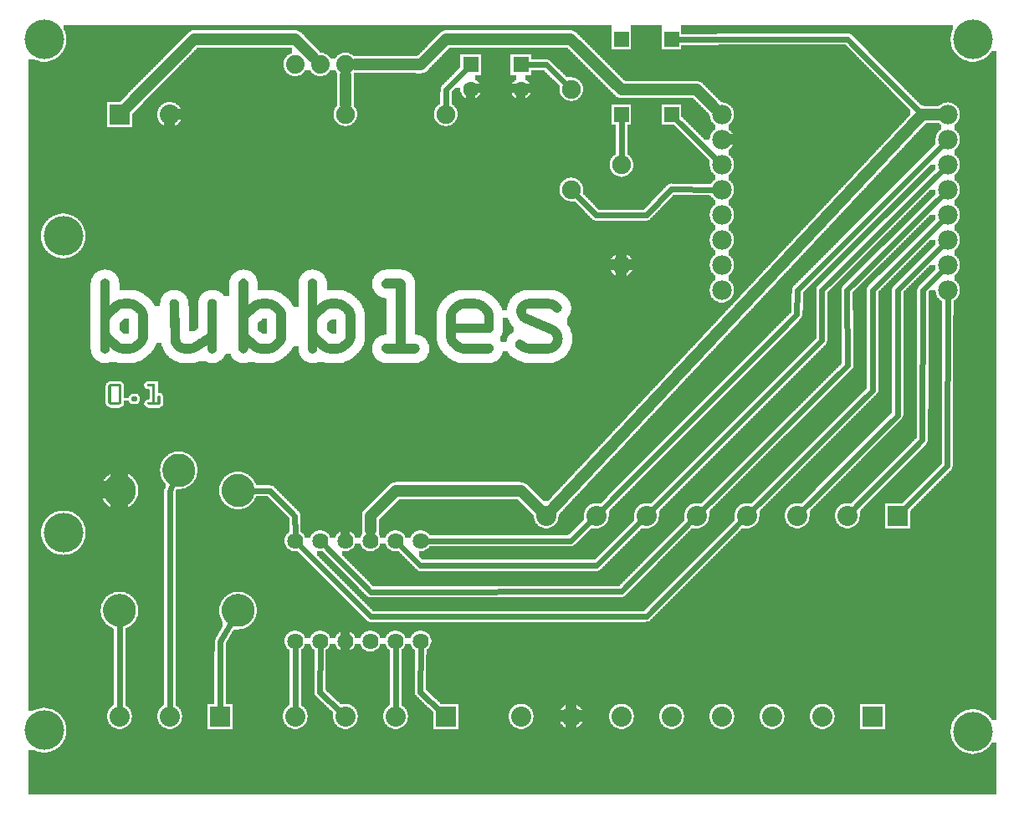
<source format=gtl>
G04 MADE WITH FRITZING*
G04 WWW.FRITZING.ORG*
G04 DOUBLE SIDED*
G04 HOLES PLATED*
G04 CONTOUR ON CENTER OF CONTOUR VECTOR*
%ASAXBY*%
%FSLAX23Y23*%
%MOIN*%
%OFA0B0*%
%SFA1.0B1.0*%
%ADD10C,0.157480*%
%ADD11C,0.075000*%
%ADD12C,0.074000*%
%ADD13C,0.129921*%
%ADD14C,0.080000*%
%ADD15C,0.064000*%
%ADD16C,0.062992*%
%ADD17C,0.059370*%
%ADD18C,0.077778*%
%ADD19R,0.080000X0.079986*%
%ADD20R,0.080000X0.080000*%
%ADD21R,0.062992X0.062992*%
%ADD22C,0.024000*%
%ADD23C,0.048000*%
%ADD24R,0.001000X0.001000*%
%LNCOPPER1*%
G90*
G70*
G54D10*
X3801Y293D03*
X3801Y3052D03*
X101Y298D03*
G54D11*
X2401Y2152D03*
X2401Y2552D03*
X2201Y2854D03*
X2201Y2454D03*
X1701Y2754D03*
X1301Y2754D03*
G54D12*
X1101Y2952D03*
X1201Y2952D03*
X1301Y2952D03*
X1101Y2952D03*
X1201Y2952D03*
X1301Y2952D03*
G54D13*
X637Y1334D03*
X401Y1254D03*
X401Y775D03*
X874Y1254D03*
X874Y775D03*
G54D14*
X401Y2752D03*
X601Y2752D03*
G54D15*
X1201Y1054D03*
X1301Y1054D03*
X1401Y1054D03*
X1501Y1054D03*
X1601Y1054D03*
X1601Y654D03*
X1501Y654D03*
X1401Y654D03*
X1301Y654D03*
X1201Y654D03*
X1101Y654D03*
X1101Y1054D03*
G54D14*
X601Y354D03*
X401Y354D03*
X801Y354D03*
X1501Y354D03*
X1301Y354D03*
X1101Y354D03*
X1701Y354D03*
G54D16*
X2001Y2952D03*
X2001Y2854D03*
X1801Y2952D03*
X1801Y2854D03*
G54D17*
X2401Y2752D03*
X2401Y3052D03*
X2601Y2752D03*
X2601Y3052D03*
X2401Y2752D03*
X2401Y3052D03*
X2601Y2752D03*
X2601Y3052D03*
G54D14*
X3501Y1154D03*
X3101Y1154D03*
X3301Y1154D03*
X2901Y1154D03*
X2701Y1154D03*
X2501Y1154D03*
X2301Y1154D03*
X2101Y1154D03*
X3401Y354D03*
X3001Y354D03*
X3201Y354D03*
X2801Y354D03*
X2601Y354D03*
X2401Y354D03*
X2201Y354D03*
X2001Y354D03*
G54D10*
X101Y3052D03*
G54D11*
X2998Y1963D03*
X2461Y1014D03*
X2497Y3061D03*
G54D10*
X177Y2268D03*
G54D18*
X3701Y2052D03*
X3701Y2152D03*
X3701Y2252D03*
X3701Y2352D03*
X3701Y2452D03*
X3701Y2552D03*
X3701Y2652D03*
X3701Y2752D03*
X2801Y2752D03*
X2801Y2652D03*
X2801Y2552D03*
X2801Y2452D03*
X2801Y2352D03*
X2801Y2252D03*
X2801Y2152D03*
X2801Y2052D03*
G54D10*
X178Y1085D03*
G54D19*
X401Y2752D03*
G54D20*
X801Y354D03*
X1701Y354D03*
G54D21*
X2001Y2952D03*
X1801Y2952D03*
G54D20*
X3501Y1154D03*
X3401Y354D03*
G54D22*
X2101Y2951D02*
X2028Y2952D01*
D02*
X2181Y2873D02*
X2101Y2951D01*
G54D23*
D02*
X1301Y2793D02*
X1301Y2910D01*
D02*
X1102Y3054D02*
X700Y3054D01*
D02*
X700Y3054D02*
X431Y2782D01*
D02*
X1172Y2982D02*
X1102Y3054D01*
G54D22*
D02*
X1703Y2853D02*
X1702Y2782D01*
D02*
X1782Y2933D02*
X1703Y2853D01*
G54D23*
D02*
X2701Y2852D02*
X2401Y2852D01*
D02*
X2401Y2852D02*
X2199Y3053D01*
D02*
X2199Y3053D02*
X1702Y3053D01*
D02*
X1702Y3053D02*
X1603Y2951D01*
D02*
X1603Y2951D02*
X1343Y2952D01*
D02*
X2773Y2780D02*
X2701Y2852D01*
G54D22*
D02*
X2599Y2455D02*
X2772Y2452D01*
D02*
X2501Y2352D02*
X2599Y2455D01*
D02*
X2300Y2352D02*
X2501Y2352D01*
D02*
X2221Y2433D02*
X2300Y2352D01*
D02*
X1600Y450D02*
X1601Y622D01*
D02*
X1199Y450D02*
X1201Y622D01*
D02*
X1679Y375D02*
X1600Y450D01*
D02*
X1501Y385D02*
X1501Y622D01*
D02*
X1279Y375D02*
X1199Y450D01*
D02*
X1101Y385D02*
X1101Y622D01*
D02*
X3600Y1455D02*
X3603Y2054D01*
D02*
X3603Y2054D02*
X3681Y2131D01*
D02*
X3323Y1176D02*
X3600Y1455D01*
D02*
X3401Y2054D02*
X3681Y2331D01*
D02*
X3502Y2054D02*
X3681Y2231D01*
D02*
X3501Y1554D02*
X3502Y2054D01*
D02*
X3700Y1352D02*
X3701Y2023D01*
D02*
X3123Y1176D02*
X3501Y1554D01*
D02*
X3523Y1176D02*
X3700Y1352D01*
D02*
X3103Y2054D02*
X3681Y2631D01*
D02*
X3100Y1955D02*
X3103Y2054D01*
D02*
X3199Y2054D02*
X3681Y2531D01*
D02*
X3200Y1852D02*
X3199Y2054D01*
D02*
X3300Y2054D02*
X3681Y2431D01*
D02*
X3303Y1753D02*
X3300Y2054D01*
D02*
X3402Y1653D02*
X3401Y2054D01*
D02*
X2523Y1176D02*
X3200Y1852D01*
D02*
X2723Y1175D02*
X3303Y1753D01*
D02*
X2923Y1176D02*
X3402Y1653D01*
D02*
X3600Y2753D02*
X3303Y3054D01*
G54D23*
D02*
X3600Y2753D02*
X3661Y2752D01*
G54D22*
D02*
X3303Y3054D02*
X2632Y3052D01*
D02*
X3672Y2752D02*
X3600Y2753D01*
D02*
X2781Y2573D02*
X2623Y2730D01*
D02*
X2401Y2581D02*
X2401Y2721D01*
G54D23*
D02*
X2130Y1184D02*
X3600Y2753D01*
G54D22*
D02*
X2323Y1176D02*
X3100Y1955D01*
D02*
X602Y1252D02*
X623Y1301D01*
D02*
X601Y385D02*
X602Y1252D01*
D02*
X401Y385D02*
X401Y738D01*
D02*
X803Y652D02*
X856Y743D01*
D02*
X801Y385D02*
X803Y652D01*
D02*
X2303Y955D02*
X2479Y1132D01*
D02*
X1600Y955D02*
X2303Y955D01*
D02*
X1523Y1032D02*
X1600Y955D01*
D02*
X2402Y852D02*
X1402Y850D01*
D02*
X2501Y753D02*
X1402Y751D01*
D02*
X1402Y850D02*
X1223Y1031D01*
D02*
X1402Y751D02*
X1123Y1031D01*
D02*
X2879Y1132D02*
X2501Y753D01*
D02*
X2679Y1131D02*
X2402Y852D01*
D02*
X1001Y1253D02*
X1100Y1153D01*
D02*
X1100Y1153D02*
X1101Y1085D01*
D02*
X910Y1253D02*
X1001Y1253D01*
G54D23*
D02*
X2001Y1253D02*
X2071Y1183D01*
D02*
X1501Y1253D02*
X2001Y1253D01*
D02*
X1402Y1096D02*
X1402Y1153D01*
D02*
X1402Y1153D02*
X1501Y1253D01*
G54D22*
D02*
X2200Y1054D02*
X2279Y1132D01*
D02*
X1632Y1054D02*
X2200Y1054D01*
G36*
X3632Y2552D02*
X3632Y2550D01*
X3630Y2550D01*
X3630Y2548D01*
X3628Y2548D01*
X3628Y2546D01*
X3626Y2546D01*
X3626Y2544D01*
X3624Y2544D01*
X3624Y2542D01*
X3622Y2542D01*
X3622Y2540D01*
X3620Y2540D01*
X3620Y2538D01*
X3618Y2538D01*
X3618Y2536D01*
X3616Y2536D01*
X3616Y2534D01*
X3614Y2534D01*
X3614Y2532D01*
X3612Y2532D01*
X3612Y2530D01*
X3610Y2530D01*
X3610Y2528D01*
X3608Y2528D01*
X3608Y2526D01*
X3606Y2526D01*
X3606Y2524D01*
X3604Y2524D01*
X3604Y2522D01*
X3602Y2522D01*
X3602Y2520D01*
X3600Y2520D01*
X3600Y2518D01*
X3598Y2518D01*
X3598Y2516D01*
X3596Y2516D01*
X3596Y2514D01*
X3594Y2514D01*
X3594Y2512D01*
X3592Y2512D01*
X3592Y2510D01*
X3590Y2510D01*
X3590Y2508D01*
X3588Y2508D01*
X3588Y2506D01*
X3586Y2506D01*
X3586Y2504D01*
X3584Y2504D01*
X3584Y2502D01*
X3582Y2502D01*
X3582Y2500D01*
X3580Y2500D01*
X3580Y2498D01*
X3578Y2498D01*
X3578Y2496D01*
X3576Y2496D01*
X3576Y2494D01*
X3574Y2494D01*
X3574Y2492D01*
X3572Y2492D01*
X3572Y2490D01*
X3570Y2490D01*
X3570Y2488D01*
X3568Y2488D01*
X3568Y2486D01*
X3566Y2486D01*
X3566Y2484D01*
X3564Y2484D01*
X3564Y2482D01*
X3562Y2482D01*
X3562Y2480D01*
X3560Y2480D01*
X3560Y2478D01*
X3558Y2478D01*
X3558Y2476D01*
X3556Y2476D01*
X3556Y2474D01*
X3554Y2474D01*
X3554Y2472D01*
X3552Y2472D01*
X3552Y2470D01*
X3550Y2470D01*
X3550Y2468D01*
X3548Y2468D01*
X3548Y2466D01*
X3546Y2466D01*
X3546Y2464D01*
X3544Y2464D01*
X3544Y2462D01*
X3542Y2462D01*
X3542Y2460D01*
X3540Y2460D01*
X3540Y2458D01*
X3538Y2458D01*
X3538Y2456D01*
X3536Y2456D01*
X3536Y2454D01*
X3534Y2454D01*
X3534Y2452D01*
X3532Y2452D01*
X3532Y2450D01*
X3530Y2450D01*
X3530Y2448D01*
X3528Y2448D01*
X3528Y2446D01*
X3526Y2446D01*
X3526Y2444D01*
X3524Y2444D01*
X3524Y2442D01*
X3522Y2442D01*
X3522Y2440D01*
X3520Y2440D01*
X3520Y2438D01*
X3518Y2438D01*
X3518Y2436D01*
X3516Y2436D01*
X3516Y2434D01*
X3514Y2434D01*
X3514Y2432D01*
X3512Y2432D01*
X3512Y2430D01*
X3510Y2430D01*
X3510Y2428D01*
X3508Y2428D01*
X3508Y2426D01*
X3506Y2426D01*
X3506Y2424D01*
X3504Y2424D01*
X3504Y2422D01*
X3502Y2422D01*
X3502Y2420D01*
X3500Y2420D01*
X3500Y2418D01*
X3498Y2418D01*
X3498Y2416D01*
X3496Y2416D01*
X3496Y2414D01*
X3494Y2414D01*
X3494Y2412D01*
X3492Y2412D01*
X3492Y2410D01*
X3490Y2410D01*
X3490Y2408D01*
X3488Y2408D01*
X3488Y2406D01*
X3486Y2406D01*
X3486Y2404D01*
X3484Y2404D01*
X3484Y2402D01*
X3482Y2402D01*
X3482Y2400D01*
X3480Y2400D01*
X3480Y2398D01*
X3478Y2398D01*
X3478Y2396D01*
X3476Y2396D01*
X3476Y2394D01*
X3474Y2394D01*
X3474Y2392D01*
X3472Y2392D01*
X3472Y2390D01*
X3470Y2390D01*
X3470Y2388D01*
X3468Y2388D01*
X3468Y2386D01*
X3466Y2386D01*
X3466Y2384D01*
X3464Y2384D01*
X3464Y2382D01*
X3462Y2382D01*
X3462Y2380D01*
X3460Y2380D01*
X3460Y2378D01*
X3458Y2378D01*
X3458Y2376D01*
X3456Y2376D01*
X3456Y2374D01*
X3454Y2374D01*
X3454Y2372D01*
X3452Y2372D01*
X3452Y2370D01*
X3450Y2370D01*
X3450Y2368D01*
X3448Y2368D01*
X3448Y2366D01*
X3446Y2366D01*
X3446Y2364D01*
X3444Y2364D01*
X3444Y2362D01*
X3442Y2362D01*
X3442Y2360D01*
X3440Y2360D01*
X3440Y2358D01*
X3438Y2358D01*
X3438Y2356D01*
X3436Y2356D01*
X3436Y2354D01*
X3434Y2354D01*
X3434Y2352D01*
X3432Y2352D01*
X3432Y2350D01*
X3430Y2350D01*
X3430Y2348D01*
X3428Y2348D01*
X3428Y2346D01*
X3426Y2346D01*
X3426Y2344D01*
X3424Y2344D01*
X3424Y2342D01*
X3422Y2342D01*
X3422Y2340D01*
X3420Y2340D01*
X3420Y2338D01*
X3418Y2338D01*
X3418Y2336D01*
X3416Y2336D01*
X3416Y2334D01*
X3414Y2334D01*
X3414Y2332D01*
X3412Y2332D01*
X3412Y2330D01*
X3410Y2330D01*
X3410Y2328D01*
X3408Y2328D01*
X3408Y2326D01*
X3406Y2326D01*
X3406Y2324D01*
X3404Y2324D01*
X3404Y2322D01*
X3402Y2322D01*
X3402Y2320D01*
X3400Y2320D01*
X3400Y2318D01*
X3398Y2318D01*
X3398Y2316D01*
X3396Y2316D01*
X3396Y2314D01*
X3394Y2314D01*
X3394Y2312D01*
X3392Y2312D01*
X3392Y2310D01*
X3390Y2310D01*
X3390Y2308D01*
X3388Y2308D01*
X3388Y2306D01*
X3386Y2306D01*
X3386Y2304D01*
X3384Y2304D01*
X3384Y2302D01*
X3382Y2302D01*
X3382Y2300D01*
X3380Y2300D01*
X3380Y2298D01*
X3378Y2298D01*
X3378Y2296D01*
X3376Y2296D01*
X3376Y2294D01*
X3374Y2294D01*
X3374Y2292D01*
X3372Y2292D01*
X3372Y2290D01*
X3370Y2290D01*
X3370Y2288D01*
X3368Y2288D01*
X3368Y2286D01*
X3366Y2286D01*
X3366Y2284D01*
X3364Y2284D01*
X3364Y2282D01*
X3362Y2282D01*
X3362Y2280D01*
X3360Y2280D01*
X3360Y2278D01*
X3358Y2278D01*
X3358Y2276D01*
X3356Y2276D01*
X3356Y2274D01*
X3354Y2274D01*
X3354Y2272D01*
X3352Y2272D01*
X3352Y2270D01*
X3350Y2270D01*
X3350Y2268D01*
X3348Y2268D01*
X3348Y2266D01*
X3346Y2266D01*
X3346Y2264D01*
X3344Y2264D01*
X3344Y2262D01*
X3342Y2262D01*
X3342Y2260D01*
X3340Y2260D01*
X3340Y2258D01*
X3338Y2258D01*
X3338Y2256D01*
X3336Y2256D01*
X3336Y2254D01*
X3334Y2254D01*
X3334Y2252D01*
X3332Y2252D01*
X3332Y2250D01*
X3330Y2250D01*
X3330Y2248D01*
X3328Y2248D01*
X3328Y2246D01*
X3326Y2246D01*
X3326Y2244D01*
X3324Y2244D01*
X3324Y2242D01*
X3322Y2242D01*
X3322Y2240D01*
X3320Y2240D01*
X3320Y2238D01*
X3318Y2238D01*
X3318Y2236D01*
X3316Y2236D01*
X3316Y2234D01*
X3314Y2234D01*
X3314Y2232D01*
X3312Y2232D01*
X3312Y2230D01*
X3310Y2230D01*
X3310Y2228D01*
X3308Y2228D01*
X3308Y2226D01*
X3306Y2226D01*
X3306Y2224D01*
X3304Y2224D01*
X3304Y2222D01*
X3302Y2222D01*
X3302Y2220D01*
X3300Y2220D01*
X3300Y2218D01*
X3298Y2218D01*
X3298Y2216D01*
X3296Y2216D01*
X3296Y2214D01*
X3294Y2214D01*
X3294Y2212D01*
X3292Y2212D01*
X3292Y2210D01*
X3290Y2210D01*
X3290Y2208D01*
X3288Y2208D01*
X3288Y2206D01*
X3286Y2206D01*
X3286Y2204D01*
X3284Y2204D01*
X3284Y2202D01*
X3282Y2202D01*
X3282Y2200D01*
X3280Y2200D01*
X3280Y2198D01*
X3278Y2198D01*
X3278Y2196D01*
X3276Y2196D01*
X3276Y2194D01*
X3274Y2194D01*
X3274Y2192D01*
X3272Y2192D01*
X3272Y2190D01*
X3270Y2190D01*
X3270Y2188D01*
X3268Y2188D01*
X3268Y2186D01*
X3266Y2186D01*
X3266Y2184D01*
X3264Y2184D01*
X3264Y2182D01*
X3262Y2182D01*
X3262Y2180D01*
X3260Y2180D01*
X3260Y2178D01*
X3258Y2178D01*
X3258Y2176D01*
X3256Y2176D01*
X3256Y2174D01*
X3254Y2174D01*
X3254Y2172D01*
X3252Y2172D01*
X3252Y2170D01*
X3250Y2170D01*
X3250Y2168D01*
X3248Y2168D01*
X3248Y2166D01*
X3246Y2166D01*
X3246Y2164D01*
X3244Y2164D01*
X3244Y2162D01*
X3242Y2162D01*
X3242Y2160D01*
X3240Y2160D01*
X3240Y2158D01*
X3238Y2158D01*
X3238Y2156D01*
X3236Y2156D01*
X3236Y2154D01*
X3234Y2154D01*
X3234Y2152D01*
X3232Y2152D01*
X3232Y2150D01*
X3230Y2150D01*
X3230Y2148D01*
X3228Y2148D01*
X3228Y2146D01*
X3226Y2146D01*
X3226Y2144D01*
X3224Y2144D01*
X3224Y2142D01*
X3222Y2142D01*
X3222Y2140D01*
X3220Y2140D01*
X3220Y2138D01*
X3218Y2138D01*
X3218Y2136D01*
X3216Y2136D01*
X3216Y2134D01*
X3214Y2134D01*
X3214Y2132D01*
X3212Y2132D01*
X3212Y2130D01*
X3210Y2130D01*
X3210Y2128D01*
X3208Y2128D01*
X3208Y2126D01*
X3206Y2126D01*
X3206Y2124D01*
X3204Y2124D01*
X3204Y2122D01*
X3202Y2122D01*
X3202Y2120D01*
X3200Y2120D01*
X3200Y2118D01*
X3198Y2118D01*
X3198Y2116D01*
X3196Y2116D01*
X3196Y2114D01*
X3194Y2114D01*
X3194Y2112D01*
X3192Y2112D01*
X3192Y2110D01*
X3190Y2110D01*
X3190Y2108D01*
X3188Y2108D01*
X3188Y2106D01*
X3186Y2106D01*
X3186Y2104D01*
X3184Y2104D01*
X3184Y2102D01*
X3182Y2102D01*
X3182Y2100D01*
X3180Y2100D01*
X3180Y2098D01*
X3178Y2098D01*
X3178Y2096D01*
X3176Y2096D01*
X3176Y2094D01*
X3174Y2094D01*
X3174Y2092D01*
X3172Y2092D01*
X3172Y2090D01*
X3170Y2090D01*
X3170Y2088D01*
X3168Y2088D01*
X3168Y2086D01*
X3166Y2086D01*
X3166Y2084D01*
X3164Y2084D01*
X3164Y2082D01*
X3162Y2082D01*
X3162Y2080D01*
X3160Y2080D01*
X3160Y2078D01*
X3158Y2078D01*
X3158Y2076D01*
X3156Y2076D01*
X3156Y2074D01*
X3154Y2074D01*
X3154Y2072D01*
X3152Y2072D01*
X3152Y2070D01*
X3150Y2070D01*
X3150Y2068D01*
X3148Y2068D01*
X3148Y2066D01*
X3146Y2066D01*
X3146Y2064D01*
X3144Y2064D01*
X3144Y2062D01*
X3142Y2062D01*
X3142Y2060D01*
X3140Y2060D01*
X3140Y2058D01*
X3138Y2058D01*
X3138Y2056D01*
X3136Y2056D01*
X3136Y2054D01*
X3134Y2054D01*
X3134Y2052D01*
X3132Y2052D01*
X3132Y2050D01*
X3130Y2050D01*
X3130Y2048D01*
X3128Y2048D01*
X3128Y2046D01*
X3126Y2046D01*
X3126Y2038D01*
X3124Y2038D01*
X3124Y1972D01*
X3122Y1972D01*
X3122Y1948D01*
X3120Y1948D01*
X3120Y1944D01*
X3118Y1944D01*
X3118Y1942D01*
X3116Y1942D01*
X3116Y1940D01*
X3114Y1940D01*
X3114Y1938D01*
X3112Y1938D01*
X3112Y1936D01*
X3110Y1936D01*
X3110Y1934D01*
X3108Y1934D01*
X3108Y1930D01*
X3106Y1930D01*
X3106Y1928D01*
X3104Y1928D01*
X3104Y1926D01*
X3102Y1926D01*
X3102Y1924D01*
X3100Y1924D01*
X3100Y1922D01*
X3098Y1922D01*
X3098Y1920D01*
X3096Y1920D01*
X3096Y1918D01*
X3094Y1918D01*
X3094Y1916D01*
X3092Y1916D01*
X3092Y1914D01*
X3090Y1914D01*
X3090Y1912D01*
X3088Y1912D01*
X3088Y1910D01*
X3086Y1910D01*
X3086Y1908D01*
X3084Y1908D01*
X3084Y1906D01*
X3082Y1906D01*
X3082Y1904D01*
X3080Y1904D01*
X3080Y1902D01*
X3078Y1902D01*
X3078Y1900D01*
X3076Y1900D01*
X3076Y1898D01*
X3074Y1898D01*
X3074Y1896D01*
X3072Y1896D01*
X3072Y1894D01*
X3070Y1894D01*
X3070Y1892D01*
X3068Y1892D01*
X3068Y1890D01*
X3066Y1890D01*
X3066Y1888D01*
X3064Y1888D01*
X3064Y1886D01*
X3062Y1886D01*
X3062Y1884D01*
X3060Y1884D01*
X3060Y1882D01*
X3058Y1882D01*
X3058Y1880D01*
X3056Y1880D01*
X3056Y1878D01*
X3054Y1878D01*
X3054Y1876D01*
X3052Y1876D01*
X3052Y1874D01*
X3050Y1874D01*
X3050Y1872D01*
X3048Y1872D01*
X3048Y1870D01*
X3046Y1870D01*
X3046Y1868D01*
X3044Y1868D01*
X3044Y1866D01*
X3042Y1866D01*
X3042Y1864D01*
X3040Y1864D01*
X3040Y1862D01*
X3038Y1862D01*
X3038Y1860D01*
X3036Y1860D01*
X3036Y1858D01*
X3034Y1858D01*
X3034Y1856D01*
X3032Y1856D01*
X3032Y1854D01*
X3030Y1854D01*
X3030Y1852D01*
X3028Y1852D01*
X3028Y1850D01*
X3026Y1850D01*
X3026Y1848D01*
X3024Y1848D01*
X3024Y1846D01*
X3022Y1846D01*
X3022Y1844D01*
X3020Y1844D01*
X3020Y1842D01*
X3018Y1842D01*
X3018Y1840D01*
X3016Y1840D01*
X3016Y1838D01*
X3014Y1838D01*
X3014Y1836D01*
X3012Y1836D01*
X3012Y1834D01*
X3010Y1834D01*
X3010Y1832D01*
X3008Y1832D01*
X3008Y1830D01*
X3006Y1830D01*
X3006Y1828D01*
X3004Y1828D01*
X3004Y1826D01*
X3002Y1826D01*
X3002Y1824D01*
X3000Y1824D01*
X3000Y1822D01*
X2998Y1822D01*
X2998Y1820D01*
X2996Y1820D01*
X2996Y1818D01*
X2994Y1818D01*
X2994Y1816D01*
X2992Y1816D01*
X2992Y1814D01*
X2990Y1814D01*
X2990Y1812D01*
X2988Y1812D01*
X2988Y1810D01*
X2986Y1810D01*
X2986Y1808D01*
X2984Y1808D01*
X2984Y1806D01*
X2982Y1806D01*
X2982Y1804D01*
X2980Y1804D01*
X2980Y1802D01*
X2978Y1802D01*
X2978Y1800D01*
X2976Y1800D01*
X2976Y1798D01*
X2974Y1798D01*
X2974Y1796D01*
X2972Y1796D01*
X2972Y1794D01*
X2970Y1794D01*
X2970Y1792D01*
X2968Y1792D01*
X2968Y1790D01*
X2966Y1790D01*
X2966Y1788D01*
X2964Y1788D01*
X2964Y1786D01*
X2962Y1786D01*
X2962Y1784D01*
X2960Y1784D01*
X2960Y1782D01*
X2958Y1782D01*
X2958Y1780D01*
X2956Y1780D01*
X2956Y1778D01*
X2954Y1778D01*
X2954Y1776D01*
X2952Y1776D01*
X2952Y1774D01*
X2950Y1774D01*
X2950Y1772D01*
X2948Y1772D01*
X2948Y1770D01*
X2946Y1770D01*
X2946Y1768D01*
X2944Y1768D01*
X2944Y1766D01*
X2942Y1766D01*
X2942Y1764D01*
X2940Y1764D01*
X2940Y1762D01*
X2938Y1762D01*
X2938Y1760D01*
X2936Y1760D01*
X2936Y1758D01*
X2934Y1758D01*
X2934Y1756D01*
X2932Y1756D01*
X2932Y1754D01*
X2930Y1754D01*
X2930Y1752D01*
X2928Y1752D01*
X2928Y1750D01*
X2926Y1750D01*
X2926Y1748D01*
X2924Y1748D01*
X2924Y1746D01*
X2922Y1746D01*
X2922Y1744D01*
X2920Y1744D01*
X2920Y1742D01*
X2918Y1742D01*
X2918Y1740D01*
X2916Y1740D01*
X2916Y1738D01*
X2914Y1738D01*
X2914Y1736D01*
X2912Y1736D01*
X2912Y1734D01*
X2910Y1734D01*
X2910Y1732D01*
X2908Y1732D01*
X2908Y1730D01*
X2906Y1730D01*
X2906Y1728D01*
X2904Y1728D01*
X2904Y1726D01*
X2902Y1726D01*
X2902Y1724D01*
X2900Y1724D01*
X2900Y1722D01*
X2898Y1722D01*
X2898Y1720D01*
X2896Y1720D01*
X2896Y1718D01*
X2894Y1718D01*
X2894Y1716D01*
X2892Y1716D01*
X2892Y1714D01*
X2890Y1714D01*
X2890Y1712D01*
X2888Y1712D01*
X2888Y1710D01*
X2886Y1710D01*
X2886Y1708D01*
X2884Y1708D01*
X2884Y1706D01*
X2882Y1706D01*
X2882Y1704D01*
X2880Y1704D01*
X2880Y1702D01*
X2878Y1702D01*
X2878Y1700D01*
X2876Y1700D01*
X2876Y1698D01*
X2874Y1698D01*
X2874Y1696D01*
X2872Y1696D01*
X2872Y1694D01*
X2870Y1694D01*
X2870Y1692D01*
X2868Y1692D01*
X2868Y1690D01*
X2866Y1690D01*
X2866Y1688D01*
X2864Y1688D01*
X2864Y1686D01*
X2862Y1686D01*
X2862Y1684D01*
X2860Y1684D01*
X2860Y1682D01*
X2858Y1682D01*
X2858Y1680D01*
X2856Y1680D01*
X2856Y1678D01*
X2854Y1678D01*
X2854Y1676D01*
X2852Y1676D01*
X2852Y1674D01*
X2850Y1674D01*
X2850Y1672D01*
X2848Y1672D01*
X2848Y1670D01*
X2846Y1670D01*
X2846Y1668D01*
X2844Y1668D01*
X2844Y1666D01*
X2842Y1666D01*
X2842Y1664D01*
X2840Y1664D01*
X2840Y1662D01*
X2838Y1662D01*
X2838Y1660D01*
X2836Y1660D01*
X2836Y1658D01*
X2834Y1658D01*
X2834Y1656D01*
X2832Y1656D01*
X2832Y1654D01*
X2830Y1654D01*
X2830Y1652D01*
X2828Y1652D01*
X2828Y1650D01*
X2826Y1650D01*
X2826Y1648D01*
X2824Y1648D01*
X2824Y1646D01*
X2822Y1646D01*
X2822Y1644D01*
X2820Y1644D01*
X2820Y1642D01*
X2818Y1642D01*
X2818Y1640D01*
X2816Y1640D01*
X2816Y1638D01*
X2814Y1638D01*
X2814Y1636D01*
X2812Y1636D01*
X2812Y1634D01*
X2810Y1634D01*
X2810Y1632D01*
X2808Y1632D01*
X2808Y1630D01*
X2806Y1630D01*
X2806Y1628D01*
X2804Y1628D01*
X2804Y1626D01*
X2802Y1626D01*
X2802Y1624D01*
X2800Y1624D01*
X2800Y1622D01*
X2798Y1622D01*
X2798Y1620D01*
X2796Y1620D01*
X2796Y1618D01*
X2794Y1618D01*
X2794Y1616D01*
X2792Y1616D01*
X2792Y1614D01*
X2790Y1614D01*
X2790Y1612D01*
X2788Y1612D01*
X2788Y1610D01*
X2786Y1610D01*
X2786Y1608D01*
X2784Y1608D01*
X2784Y1606D01*
X2782Y1606D01*
X2782Y1604D01*
X2780Y1604D01*
X2780Y1602D01*
X2778Y1602D01*
X2778Y1600D01*
X2776Y1600D01*
X2776Y1598D01*
X2774Y1598D01*
X2774Y1596D01*
X2772Y1596D01*
X2772Y1594D01*
X2770Y1594D01*
X2770Y1592D01*
X2768Y1592D01*
X2768Y1590D01*
X2766Y1590D01*
X2766Y1588D01*
X2764Y1588D01*
X2764Y1586D01*
X2762Y1586D01*
X2762Y1584D01*
X2760Y1584D01*
X2760Y1582D01*
X2758Y1582D01*
X2758Y1580D01*
X2756Y1580D01*
X2756Y1578D01*
X2754Y1578D01*
X2754Y1576D01*
X2752Y1576D01*
X2752Y1574D01*
X2750Y1574D01*
X2750Y1572D01*
X2748Y1572D01*
X2748Y1570D01*
X2746Y1570D01*
X2746Y1568D01*
X2744Y1568D01*
X2744Y1566D01*
X2742Y1566D01*
X2742Y1564D01*
X2740Y1564D01*
X2740Y1562D01*
X2738Y1562D01*
X2738Y1560D01*
X2736Y1560D01*
X2736Y1558D01*
X2734Y1558D01*
X2734Y1556D01*
X2732Y1556D01*
X2732Y1554D01*
X2730Y1554D01*
X2730Y1552D01*
X2728Y1552D01*
X2728Y1550D01*
X2726Y1550D01*
X2726Y1548D01*
X2724Y1548D01*
X2724Y1546D01*
X2722Y1546D01*
X2722Y1544D01*
X2720Y1544D01*
X2720Y1542D01*
X2718Y1542D01*
X2718Y1540D01*
X2716Y1540D01*
X2716Y1538D01*
X2714Y1538D01*
X2714Y1536D01*
X2712Y1536D01*
X2712Y1534D01*
X2710Y1534D01*
X2710Y1532D01*
X2708Y1532D01*
X2708Y1530D01*
X2706Y1530D01*
X2706Y1528D01*
X2704Y1528D01*
X2704Y1526D01*
X2702Y1526D01*
X2702Y1524D01*
X2700Y1524D01*
X2700Y1522D01*
X2698Y1522D01*
X2698Y1520D01*
X2696Y1520D01*
X2696Y1518D01*
X2694Y1518D01*
X2694Y1516D01*
X2692Y1516D01*
X2692Y1514D01*
X2690Y1514D01*
X2690Y1512D01*
X2688Y1512D01*
X2688Y1510D01*
X2686Y1510D01*
X2686Y1508D01*
X2684Y1508D01*
X2684Y1506D01*
X2682Y1506D01*
X2682Y1504D01*
X2680Y1504D01*
X2680Y1502D01*
X2678Y1502D01*
X2678Y1500D01*
X2676Y1500D01*
X2676Y1498D01*
X2674Y1498D01*
X2674Y1496D01*
X2672Y1496D01*
X2672Y1494D01*
X2670Y1494D01*
X2670Y1492D01*
X2668Y1492D01*
X2668Y1490D01*
X2666Y1490D01*
X2666Y1488D01*
X2664Y1488D01*
X2664Y1486D01*
X2662Y1486D01*
X2662Y1484D01*
X2660Y1484D01*
X2660Y1482D01*
X2658Y1482D01*
X2658Y1480D01*
X2656Y1480D01*
X2656Y1478D01*
X2654Y1478D01*
X2654Y1476D01*
X2652Y1476D01*
X2652Y1474D01*
X2650Y1474D01*
X2650Y1472D01*
X2648Y1472D01*
X2648Y1470D01*
X2646Y1470D01*
X2646Y1468D01*
X2644Y1468D01*
X2644Y1466D01*
X2642Y1466D01*
X2642Y1464D01*
X2640Y1464D01*
X2640Y1462D01*
X2638Y1462D01*
X2638Y1460D01*
X2636Y1460D01*
X2636Y1458D01*
X2634Y1458D01*
X2634Y1456D01*
X2632Y1456D01*
X2632Y1454D01*
X2630Y1454D01*
X2630Y1452D01*
X2628Y1452D01*
X2628Y1450D01*
X2626Y1450D01*
X2626Y1448D01*
X2624Y1448D01*
X2624Y1446D01*
X2622Y1446D01*
X2622Y1444D01*
X2620Y1444D01*
X2620Y1442D01*
X2618Y1442D01*
X2618Y1440D01*
X2616Y1440D01*
X2616Y1438D01*
X2614Y1438D01*
X2614Y1436D01*
X2612Y1436D01*
X2612Y1434D01*
X2610Y1434D01*
X2610Y1432D01*
X2608Y1432D01*
X2608Y1430D01*
X2606Y1430D01*
X2606Y1428D01*
X2604Y1428D01*
X2604Y1426D01*
X2602Y1426D01*
X2602Y1424D01*
X2600Y1424D01*
X2600Y1422D01*
X2598Y1422D01*
X2598Y1420D01*
X2596Y1420D01*
X2596Y1418D01*
X2594Y1418D01*
X2594Y1416D01*
X2592Y1416D01*
X2592Y1414D01*
X2590Y1414D01*
X2590Y1412D01*
X2588Y1412D01*
X2588Y1410D01*
X2586Y1410D01*
X2586Y1408D01*
X2584Y1408D01*
X2584Y1406D01*
X2582Y1406D01*
X2582Y1404D01*
X2580Y1404D01*
X2580Y1402D01*
X2578Y1402D01*
X2578Y1400D01*
X2576Y1400D01*
X2576Y1398D01*
X2574Y1398D01*
X2574Y1396D01*
X2572Y1396D01*
X2572Y1394D01*
X2570Y1394D01*
X2570Y1392D01*
X2568Y1392D01*
X2568Y1390D01*
X2566Y1390D01*
X2566Y1388D01*
X2564Y1388D01*
X2564Y1386D01*
X2562Y1386D01*
X2562Y1384D01*
X2560Y1384D01*
X2560Y1382D01*
X2558Y1382D01*
X2558Y1380D01*
X2556Y1380D01*
X2556Y1378D01*
X2554Y1378D01*
X2554Y1376D01*
X2552Y1376D01*
X2552Y1374D01*
X2550Y1374D01*
X2550Y1372D01*
X2548Y1372D01*
X2548Y1370D01*
X2546Y1370D01*
X2546Y1368D01*
X2544Y1368D01*
X2544Y1366D01*
X2542Y1366D01*
X2542Y1364D01*
X2540Y1364D01*
X2540Y1362D01*
X2538Y1362D01*
X2538Y1360D01*
X2536Y1360D01*
X2536Y1358D01*
X2534Y1358D01*
X2534Y1356D01*
X2532Y1356D01*
X2532Y1354D01*
X2530Y1354D01*
X2530Y1352D01*
X2528Y1352D01*
X2528Y1350D01*
X2526Y1350D01*
X2526Y1348D01*
X2524Y1348D01*
X2524Y1346D01*
X2522Y1346D01*
X2522Y1344D01*
X2520Y1344D01*
X2520Y1342D01*
X2518Y1342D01*
X2518Y1340D01*
X2516Y1340D01*
X2516Y1338D01*
X2514Y1338D01*
X2514Y1336D01*
X2512Y1336D01*
X2512Y1334D01*
X2510Y1334D01*
X2510Y1332D01*
X2508Y1332D01*
X2508Y1330D01*
X2506Y1330D01*
X2506Y1328D01*
X2504Y1328D01*
X2504Y1326D01*
X2502Y1326D01*
X2502Y1324D01*
X2500Y1324D01*
X2500Y1322D01*
X2498Y1322D01*
X2498Y1320D01*
X2496Y1320D01*
X2496Y1318D01*
X2494Y1318D01*
X2494Y1316D01*
X2492Y1316D01*
X2492Y1314D01*
X2490Y1314D01*
X2490Y1312D01*
X2488Y1312D01*
X2488Y1310D01*
X2486Y1310D01*
X2486Y1308D01*
X2484Y1308D01*
X2484Y1306D01*
X2482Y1306D01*
X2482Y1304D01*
X2480Y1304D01*
X2480Y1302D01*
X2478Y1302D01*
X2478Y1300D01*
X2476Y1300D01*
X2476Y1298D01*
X2474Y1298D01*
X2474Y1296D01*
X2472Y1296D01*
X2472Y1294D01*
X2470Y1294D01*
X2470Y1292D01*
X2468Y1292D01*
X2468Y1290D01*
X2466Y1290D01*
X2466Y1288D01*
X2464Y1288D01*
X2464Y1286D01*
X2462Y1286D01*
X2462Y1282D01*
X2460Y1282D01*
X2460Y1280D01*
X2458Y1280D01*
X2458Y1278D01*
X2456Y1278D01*
X2456Y1276D01*
X2454Y1276D01*
X2454Y1274D01*
X2452Y1274D01*
X2452Y1272D01*
X2450Y1272D01*
X2450Y1270D01*
X2448Y1270D01*
X2448Y1268D01*
X2446Y1268D01*
X2446Y1266D01*
X2444Y1266D01*
X2444Y1264D01*
X2442Y1264D01*
X2442Y1262D01*
X2440Y1262D01*
X2440Y1260D01*
X2438Y1260D01*
X2438Y1258D01*
X2436Y1258D01*
X2436Y1256D01*
X2434Y1256D01*
X2434Y1254D01*
X2432Y1254D01*
X2432Y1252D01*
X2430Y1252D01*
X2430Y1250D01*
X2428Y1250D01*
X2428Y1248D01*
X2426Y1248D01*
X2426Y1246D01*
X2424Y1246D01*
X2424Y1244D01*
X2422Y1244D01*
X2422Y1242D01*
X2420Y1242D01*
X2420Y1240D01*
X2418Y1240D01*
X2418Y1238D01*
X2416Y1238D01*
X2416Y1236D01*
X2414Y1236D01*
X2414Y1234D01*
X2412Y1234D01*
X2412Y1232D01*
X2410Y1232D01*
X2410Y1230D01*
X2408Y1230D01*
X2408Y1228D01*
X2406Y1228D01*
X2406Y1226D01*
X2404Y1226D01*
X2404Y1224D01*
X2402Y1224D01*
X2402Y1222D01*
X2400Y1222D01*
X2400Y1220D01*
X2398Y1220D01*
X2398Y1218D01*
X2396Y1218D01*
X2396Y1216D01*
X2394Y1216D01*
X2394Y1214D01*
X2392Y1214D01*
X2392Y1212D01*
X2390Y1212D01*
X2390Y1210D01*
X2388Y1210D01*
X2388Y1208D01*
X2386Y1208D01*
X2386Y1206D01*
X2384Y1206D01*
X2384Y1204D01*
X2382Y1204D01*
X2382Y1202D01*
X2380Y1202D01*
X2380Y1200D01*
X2378Y1200D01*
X2378Y1198D01*
X2376Y1198D01*
X2376Y1196D01*
X2374Y1196D01*
X2374Y1194D01*
X2372Y1194D01*
X2372Y1192D01*
X2370Y1192D01*
X2370Y1190D01*
X2368Y1190D01*
X2368Y1188D01*
X2366Y1188D01*
X2366Y1186D01*
X2364Y1186D01*
X2364Y1184D01*
X2362Y1184D01*
X2362Y1182D01*
X2360Y1182D01*
X2360Y1180D01*
X2358Y1180D01*
X2358Y1178D01*
X2356Y1178D01*
X2356Y1176D01*
X2354Y1176D01*
X2354Y1174D01*
X2352Y1174D01*
X2352Y1150D01*
X2350Y1150D01*
X2350Y1140D01*
X2348Y1140D01*
X2348Y1134D01*
X2346Y1134D01*
X2346Y1130D01*
X2344Y1130D01*
X2344Y1126D01*
X2342Y1126D01*
X2342Y1124D01*
X2340Y1124D01*
X2340Y1122D01*
X2338Y1122D01*
X2338Y1120D01*
X2336Y1120D01*
X2336Y1118D01*
X2334Y1118D01*
X2334Y1116D01*
X2332Y1116D01*
X2332Y1114D01*
X2330Y1114D01*
X2330Y1112D01*
X2326Y1112D01*
X2326Y1110D01*
X2322Y1110D01*
X2322Y1108D01*
X2318Y1108D01*
X2318Y1106D01*
X2312Y1106D01*
X2312Y1104D01*
X2280Y1104D01*
X2280Y1102D01*
X2278Y1102D01*
X2278Y1100D01*
X2276Y1100D01*
X2276Y1098D01*
X2274Y1098D01*
X2274Y1096D01*
X2272Y1096D01*
X2272Y1094D01*
X2270Y1094D01*
X2270Y1092D01*
X2268Y1092D01*
X2268Y1090D01*
X2266Y1090D01*
X2266Y1088D01*
X2264Y1088D01*
X2264Y1086D01*
X2262Y1086D01*
X2262Y1084D01*
X2260Y1084D01*
X2260Y1082D01*
X2258Y1082D01*
X2258Y1080D01*
X2256Y1080D01*
X2256Y1078D01*
X2254Y1078D01*
X2254Y1076D01*
X2252Y1076D01*
X2252Y1074D01*
X2250Y1074D01*
X2250Y1072D01*
X2248Y1072D01*
X2248Y1070D01*
X2246Y1070D01*
X2246Y1068D01*
X2244Y1068D01*
X2244Y1066D01*
X2242Y1066D01*
X2242Y1064D01*
X2240Y1064D01*
X2240Y1062D01*
X2238Y1062D01*
X2238Y1060D01*
X2236Y1060D01*
X2236Y1058D01*
X2234Y1058D01*
X2234Y1056D01*
X2232Y1056D01*
X2232Y1054D01*
X2230Y1054D01*
X2230Y1052D01*
X2228Y1052D01*
X2228Y1050D01*
X2226Y1050D01*
X2226Y1048D01*
X2224Y1048D01*
X2224Y1046D01*
X2222Y1046D01*
X2222Y1044D01*
X2220Y1044D01*
X2220Y1042D01*
X2218Y1042D01*
X2218Y1040D01*
X2214Y1040D01*
X2214Y1038D01*
X2212Y1038D01*
X2212Y1036D01*
X2210Y1036D01*
X2210Y1034D01*
X2202Y1034D01*
X2202Y1032D01*
X1636Y1032D01*
X1636Y1030D01*
X1634Y1030D01*
X1634Y1026D01*
X1632Y1026D01*
X1632Y1024D01*
X1630Y1024D01*
X1630Y1022D01*
X1626Y1022D01*
X1626Y1020D01*
X1624Y1020D01*
X1624Y1018D01*
X1620Y1018D01*
X1620Y1016D01*
X1616Y1016D01*
X1616Y1014D01*
X1610Y1014D01*
X1610Y1012D01*
X1594Y1012D01*
X1594Y992D01*
X1596Y992D01*
X1596Y990D01*
X1598Y990D01*
X1598Y988D01*
X1600Y988D01*
X1600Y986D01*
X1602Y986D01*
X1602Y984D01*
X1604Y984D01*
X1604Y982D01*
X1606Y982D01*
X1606Y980D01*
X1608Y980D01*
X1608Y978D01*
X2296Y978D01*
X2296Y980D01*
X2298Y980D01*
X2298Y982D01*
X2300Y982D01*
X2300Y984D01*
X2302Y984D01*
X2302Y986D01*
X2304Y986D01*
X2304Y988D01*
X2306Y988D01*
X2306Y990D01*
X2308Y990D01*
X2308Y992D01*
X2310Y992D01*
X2310Y994D01*
X2312Y994D01*
X2312Y996D01*
X2314Y996D01*
X2314Y998D01*
X2316Y998D01*
X2316Y1000D01*
X2318Y1000D01*
X2318Y1002D01*
X2320Y1002D01*
X2320Y1004D01*
X2322Y1004D01*
X2322Y1006D01*
X2324Y1006D01*
X2324Y1008D01*
X2326Y1008D01*
X2326Y1010D01*
X2328Y1010D01*
X2328Y1012D01*
X2330Y1012D01*
X2330Y1014D01*
X2332Y1014D01*
X2332Y1016D01*
X2334Y1016D01*
X2334Y1018D01*
X2336Y1018D01*
X2336Y1020D01*
X2338Y1020D01*
X2338Y1022D01*
X2340Y1022D01*
X2340Y1024D01*
X2342Y1024D01*
X2342Y1026D01*
X2344Y1026D01*
X2344Y1028D01*
X2346Y1028D01*
X2346Y1030D01*
X2348Y1030D01*
X2348Y1032D01*
X2350Y1032D01*
X2350Y1034D01*
X2352Y1034D01*
X2352Y1036D01*
X2354Y1036D01*
X2354Y1038D01*
X2356Y1038D01*
X2356Y1040D01*
X2358Y1040D01*
X2358Y1042D01*
X2360Y1042D01*
X2360Y1044D01*
X2362Y1044D01*
X2362Y1046D01*
X2364Y1046D01*
X2364Y1048D01*
X2366Y1048D01*
X2366Y1050D01*
X2368Y1050D01*
X2368Y1052D01*
X2370Y1052D01*
X2370Y1054D01*
X2372Y1054D01*
X2372Y1056D01*
X2374Y1056D01*
X2374Y1058D01*
X2376Y1058D01*
X2376Y1060D01*
X2378Y1060D01*
X2378Y1062D01*
X2380Y1062D01*
X2380Y1064D01*
X2382Y1064D01*
X2382Y1066D01*
X2384Y1066D01*
X2384Y1068D01*
X2386Y1068D01*
X2386Y1070D01*
X2388Y1070D01*
X2388Y1072D01*
X2390Y1072D01*
X2390Y1074D01*
X2392Y1074D01*
X2392Y1076D01*
X2394Y1076D01*
X2394Y1078D01*
X2396Y1078D01*
X2396Y1080D01*
X2398Y1080D01*
X2398Y1082D01*
X2400Y1082D01*
X2400Y1084D01*
X2402Y1084D01*
X2402Y1086D01*
X2404Y1086D01*
X2404Y1088D01*
X2406Y1088D01*
X2406Y1090D01*
X2408Y1090D01*
X2408Y1092D01*
X2410Y1092D01*
X2410Y1094D01*
X2412Y1094D01*
X2412Y1096D01*
X2414Y1096D01*
X2414Y1098D01*
X2416Y1098D01*
X2416Y1100D01*
X2418Y1100D01*
X2418Y1102D01*
X2420Y1102D01*
X2420Y1104D01*
X2422Y1104D01*
X2422Y1106D01*
X2424Y1106D01*
X2424Y1108D01*
X2426Y1108D01*
X2426Y1110D01*
X2428Y1110D01*
X2428Y1112D01*
X2430Y1112D01*
X2430Y1114D01*
X2432Y1114D01*
X2432Y1116D01*
X2434Y1116D01*
X2434Y1118D01*
X2436Y1118D01*
X2436Y1120D01*
X2438Y1120D01*
X2438Y1122D01*
X2440Y1122D01*
X2440Y1124D01*
X2442Y1124D01*
X2442Y1126D01*
X2444Y1126D01*
X2444Y1128D01*
X2446Y1128D01*
X2446Y1130D01*
X2448Y1130D01*
X2448Y1132D01*
X2450Y1132D01*
X2450Y1134D01*
X2452Y1134D01*
X2452Y1166D01*
X2454Y1166D01*
X2454Y1172D01*
X2456Y1172D01*
X2456Y1176D01*
X2458Y1176D01*
X2458Y1180D01*
X2460Y1180D01*
X2460Y1184D01*
X2462Y1184D01*
X2462Y1186D01*
X2464Y1186D01*
X2464Y1188D01*
X2466Y1188D01*
X2466Y1190D01*
X2468Y1190D01*
X2468Y1192D01*
X2470Y1192D01*
X2470Y1194D01*
X2472Y1194D01*
X2472Y1196D01*
X2476Y1196D01*
X2476Y1198D01*
X2480Y1198D01*
X2480Y1200D01*
X2484Y1200D01*
X2484Y1202D01*
X2492Y1202D01*
X2492Y1204D01*
X2522Y1204D01*
X2522Y1206D01*
X2524Y1206D01*
X2524Y1208D01*
X2526Y1208D01*
X2526Y1210D01*
X2528Y1210D01*
X2528Y1212D01*
X2530Y1212D01*
X2530Y1214D01*
X2532Y1214D01*
X2532Y1216D01*
X2534Y1216D01*
X2534Y1218D01*
X2536Y1218D01*
X2536Y1220D01*
X2538Y1220D01*
X2538Y1222D01*
X2540Y1222D01*
X2540Y1224D01*
X2542Y1224D01*
X2542Y1226D01*
X2544Y1226D01*
X2544Y1228D01*
X2546Y1228D01*
X2546Y1230D01*
X2548Y1230D01*
X2548Y1232D01*
X2550Y1232D01*
X2550Y1234D01*
X2552Y1234D01*
X2552Y1236D01*
X2554Y1236D01*
X2554Y1238D01*
X2556Y1238D01*
X2556Y1240D01*
X2558Y1240D01*
X2558Y1242D01*
X2560Y1242D01*
X2560Y1244D01*
X2562Y1244D01*
X2562Y1246D01*
X2564Y1246D01*
X2564Y1248D01*
X2566Y1248D01*
X2566Y1250D01*
X2568Y1250D01*
X2568Y1252D01*
X2570Y1252D01*
X2570Y1254D01*
X2572Y1254D01*
X2572Y1256D01*
X2574Y1256D01*
X2574Y1258D01*
X2576Y1258D01*
X2576Y1260D01*
X2578Y1260D01*
X2578Y1262D01*
X2580Y1262D01*
X2580Y1264D01*
X2582Y1264D01*
X2582Y1266D01*
X2584Y1266D01*
X2584Y1268D01*
X2586Y1268D01*
X2586Y1270D01*
X2588Y1270D01*
X2588Y1272D01*
X2590Y1272D01*
X2590Y1274D01*
X2592Y1274D01*
X2592Y1276D01*
X2594Y1276D01*
X2594Y1278D01*
X2596Y1278D01*
X2596Y1280D01*
X2598Y1280D01*
X2598Y1282D01*
X2600Y1282D01*
X2600Y1284D01*
X2602Y1284D01*
X2602Y1286D01*
X2604Y1286D01*
X2604Y1288D01*
X2606Y1288D01*
X2606Y1290D01*
X2608Y1290D01*
X2608Y1292D01*
X2610Y1292D01*
X2610Y1294D01*
X2612Y1294D01*
X2612Y1296D01*
X2614Y1296D01*
X2614Y1298D01*
X2616Y1298D01*
X2616Y1300D01*
X2618Y1300D01*
X2618Y1302D01*
X2620Y1302D01*
X2620Y1304D01*
X2622Y1304D01*
X2622Y1306D01*
X2624Y1306D01*
X2624Y1308D01*
X2626Y1308D01*
X2626Y1310D01*
X2628Y1310D01*
X2628Y1312D01*
X2630Y1312D01*
X2630Y1314D01*
X2632Y1314D01*
X2632Y1316D01*
X2634Y1316D01*
X2634Y1318D01*
X2636Y1318D01*
X2636Y1320D01*
X2638Y1320D01*
X2638Y1322D01*
X2640Y1322D01*
X2640Y1324D01*
X2642Y1324D01*
X2642Y1326D01*
X2644Y1326D01*
X2644Y1328D01*
X2646Y1328D01*
X2646Y1330D01*
X2648Y1330D01*
X2648Y1332D01*
X2650Y1332D01*
X2650Y1334D01*
X2652Y1334D01*
X2652Y1336D01*
X2654Y1336D01*
X2654Y1338D01*
X2656Y1338D01*
X2656Y1340D01*
X2658Y1340D01*
X2658Y1342D01*
X2660Y1342D01*
X2660Y1344D01*
X2662Y1344D01*
X2662Y1346D01*
X2664Y1346D01*
X2664Y1348D01*
X2666Y1348D01*
X2666Y1350D01*
X2668Y1350D01*
X2668Y1352D01*
X2670Y1352D01*
X2670Y1354D01*
X2672Y1354D01*
X2672Y1356D01*
X2674Y1356D01*
X2674Y1358D01*
X2676Y1358D01*
X2676Y1360D01*
X2678Y1360D01*
X2678Y1362D01*
X2680Y1362D01*
X2680Y1364D01*
X2682Y1364D01*
X2682Y1366D01*
X2684Y1366D01*
X2684Y1368D01*
X2686Y1368D01*
X2686Y1370D01*
X2688Y1370D01*
X2688Y1372D01*
X2690Y1372D01*
X2690Y1374D01*
X2692Y1374D01*
X2692Y1376D01*
X2694Y1376D01*
X2694Y1378D01*
X2696Y1378D01*
X2696Y1380D01*
X2698Y1380D01*
X2698Y1382D01*
X2700Y1382D01*
X2700Y1384D01*
X2702Y1384D01*
X2702Y1386D01*
X2704Y1386D01*
X2704Y1388D01*
X2706Y1388D01*
X2706Y1390D01*
X2708Y1390D01*
X2708Y1392D01*
X2710Y1392D01*
X2710Y1394D01*
X2712Y1394D01*
X2712Y1396D01*
X2714Y1396D01*
X2714Y1398D01*
X2716Y1398D01*
X2716Y1400D01*
X2718Y1400D01*
X2718Y1402D01*
X2720Y1402D01*
X2720Y1404D01*
X2722Y1404D01*
X2722Y1406D01*
X2724Y1406D01*
X2724Y1408D01*
X2726Y1408D01*
X2726Y1410D01*
X2728Y1410D01*
X2728Y1412D01*
X2730Y1412D01*
X2730Y1414D01*
X2732Y1414D01*
X2732Y1416D01*
X2734Y1416D01*
X2734Y1418D01*
X2736Y1418D01*
X2736Y1420D01*
X2738Y1420D01*
X2738Y1422D01*
X2740Y1422D01*
X2740Y1424D01*
X2742Y1424D01*
X2742Y1426D01*
X2744Y1426D01*
X2744Y1428D01*
X2746Y1428D01*
X2746Y1430D01*
X2748Y1430D01*
X2748Y1432D01*
X2750Y1432D01*
X2750Y1434D01*
X2752Y1434D01*
X2752Y1436D01*
X2754Y1436D01*
X2754Y1438D01*
X2756Y1438D01*
X2756Y1440D01*
X2758Y1440D01*
X2758Y1442D01*
X2760Y1442D01*
X2760Y1444D01*
X2762Y1444D01*
X2762Y1446D01*
X2764Y1446D01*
X2764Y1448D01*
X2766Y1448D01*
X2766Y1450D01*
X2768Y1450D01*
X2768Y1452D01*
X2770Y1452D01*
X2770Y1454D01*
X2772Y1454D01*
X2772Y1456D01*
X2774Y1456D01*
X2774Y1458D01*
X2776Y1458D01*
X2776Y1460D01*
X2778Y1460D01*
X2778Y1462D01*
X2780Y1462D01*
X2780Y1464D01*
X2782Y1464D01*
X2782Y1466D01*
X2784Y1466D01*
X2784Y1468D01*
X2786Y1468D01*
X2786Y1470D01*
X2788Y1470D01*
X2788Y1472D01*
X2790Y1472D01*
X2790Y1474D01*
X2792Y1474D01*
X2792Y1476D01*
X2794Y1476D01*
X2794Y1478D01*
X2796Y1478D01*
X2796Y1480D01*
X2798Y1480D01*
X2798Y1482D01*
X2800Y1482D01*
X2800Y1484D01*
X2802Y1484D01*
X2802Y1486D01*
X2804Y1486D01*
X2804Y1488D01*
X2806Y1488D01*
X2806Y1490D01*
X2808Y1490D01*
X2808Y1492D01*
X2810Y1492D01*
X2810Y1494D01*
X2812Y1494D01*
X2812Y1496D01*
X2814Y1496D01*
X2814Y1498D01*
X2816Y1498D01*
X2816Y1500D01*
X2818Y1500D01*
X2818Y1502D01*
X2820Y1502D01*
X2820Y1504D01*
X2822Y1504D01*
X2822Y1506D01*
X2824Y1506D01*
X2824Y1508D01*
X2826Y1508D01*
X2826Y1510D01*
X2828Y1510D01*
X2828Y1512D01*
X2830Y1512D01*
X2830Y1514D01*
X2832Y1514D01*
X2832Y1516D01*
X2834Y1516D01*
X2834Y1518D01*
X2836Y1518D01*
X2836Y1520D01*
X2838Y1520D01*
X2838Y1522D01*
X2840Y1522D01*
X2840Y1524D01*
X2842Y1524D01*
X2842Y1526D01*
X2844Y1526D01*
X2844Y1528D01*
X2846Y1528D01*
X2846Y1530D01*
X2848Y1530D01*
X2848Y1532D01*
X2850Y1532D01*
X2850Y1534D01*
X2852Y1534D01*
X2852Y1536D01*
X2854Y1536D01*
X2854Y1538D01*
X2856Y1538D01*
X2856Y1540D01*
X2858Y1540D01*
X2858Y1542D01*
X2860Y1542D01*
X2860Y1544D01*
X2862Y1544D01*
X2862Y1546D01*
X2864Y1546D01*
X2864Y1548D01*
X2866Y1548D01*
X2866Y1550D01*
X2868Y1550D01*
X2868Y1552D01*
X2870Y1552D01*
X2870Y1554D01*
X2872Y1554D01*
X2872Y1556D01*
X2874Y1556D01*
X2874Y1558D01*
X2876Y1558D01*
X2876Y1560D01*
X2878Y1560D01*
X2878Y1562D01*
X2880Y1562D01*
X2880Y1564D01*
X2882Y1564D01*
X2882Y1566D01*
X2884Y1566D01*
X2884Y1568D01*
X2886Y1568D01*
X2886Y1570D01*
X2888Y1570D01*
X2888Y1572D01*
X2890Y1572D01*
X2890Y1574D01*
X2892Y1574D01*
X2892Y1576D01*
X2894Y1576D01*
X2894Y1578D01*
X2896Y1578D01*
X2896Y1580D01*
X2898Y1580D01*
X2898Y1582D01*
X2900Y1582D01*
X2900Y1584D01*
X2902Y1584D01*
X2902Y1586D01*
X2904Y1586D01*
X2904Y1588D01*
X2906Y1588D01*
X2906Y1590D01*
X2908Y1590D01*
X2908Y1592D01*
X2910Y1592D01*
X2910Y1594D01*
X2912Y1594D01*
X2912Y1596D01*
X2914Y1596D01*
X2914Y1598D01*
X2916Y1598D01*
X2916Y1600D01*
X2918Y1600D01*
X2918Y1602D01*
X2920Y1602D01*
X2920Y1604D01*
X2922Y1604D01*
X2922Y1606D01*
X2924Y1606D01*
X2924Y1608D01*
X2926Y1608D01*
X2926Y1610D01*
X2928Y1610D01*
X2928Y1612D01*
X2930Y1612D01*
X2930Y1614D01*
X2932Y1614D01*
X2932Y1616D01*
X2934Y1616D01*
X2934Y1618D01*
X2936Y1618D01*
X2936Y1620D01*
X2938Y1620D01*
X2938Y1622D01*
X2940Y1622D01*
X2940Y1624D01*
X2942Y1624D01*
X2942Y1626D01*
X2944Y1626D01*
X2944Y1628D01*
X2946Y1628D01*
X2946Y1630D01*
X2948Y1630D01*
X2948Y1632D01*
X2950Y1632D01*
X2950Y1634D01*
X2952Y1634D01*
X2952Y1636D01*
X2954Y1636D01*
X2954Y1638D01*
X2956Y1638D01*
X2956Y1640D01*
X2958Y1640D01*
X2958Y1642D01*
X2960Y1642D01*
X2960Y1644D01*
X2962Y1644D01*
X2962Y1646D01*
X2964Y1646D01*
X2964Y1648D01*
X2966Y1648D01*
X2966Y1650D01*
X2968Y1650D01*
X2968Y1652D01*
X2970Y1652D01*
X2970Y1654D01*
X2972Y1654D01*
X2972Y1656D01*
X2974Y1656D01*
X2974Y1658D01*
X2976Y1658D01*
X2976Y1660D01*
X2978Y1660D01*
X2978Y1662D01*
X2980Y1662D01*
X2980Y1664D01*
X2982Y1664D01*
X2982Y1666D01*
X2984Y1666D01*
X2984Y1668D01*
X2986Y1668D01*
X2986Y1670D01*
X2988Y1670D01*
X2988Y1672D01*
X2990Y1672D01*
X2990Y1674D01*
X2992Y1674D01*
X2992Y1676D01*
X2994Y1676D01*
X2994Y1678D01*
X2996Y1678D01*
X2996Y1680D01*
X2998Y1680D01*
X2998Y1682D01*
X3000Y1682D01*
X3000Y1684D01*
X3002Y1684D01*
X3002Y1686D01*
X3004Y1686D01*
X3004Y1688D01*
X3006Y1688D01*
X3006Y1690D01*
X3008Y1690D01*
X3008Y1692D01*
X3010Y1692D01*
X3010Y1694D01*
X3012Y1694D01*
X3012Y1696D01*
X3014Y1696D01*
X3014Y1698D01*
X3016Y1698D01*
X3016Y1700D01*
X3018Y1700D01*
X3018Y1702D01*
X3020Y1702D01*
X3020Y1704D01*
X3022Y1704D01*
X3022Y1706D01*
X3024Y1706D01*
X3024Y1708D01*
X3026Y1708D01*
X3026Y1710D01*
X3028Y1710D01*
X3028Y1712D01*
X3030Y1712D01*
X3030Y1714D01*
X3032Y1714D01*
X3032Y1716D01*
X3034Y1716D01*
X3034Y1718D01*
X3036Y1718D01*
X3036Y1720D01*
X3038Y1720D01*
X3038Y1722D01*
X3040Y1722D01*
X3040Y1724D01*
X3042Y1724D01*
X3042Y1726D01*
X3044Y1726D01*
X3044Y1728D01*
X3046Y1728D01*
X3046Y1730D01*
X3048Y1730D01*
X3048Y1732D01*
X3050Y1732D01*
X3050Y1734D01*
X3052Y1734D01*
X3052Y1736D01*
X3054Y1736D01*
X3054Y1738D01*
X3056Y1738D01*
X3056Y1740D01*
X3058Y1740D01*
X3058Y1742D01*
X3060Y1742D01*
X3060Y1744D01*
X3062Y1744D01*
X3062Y1746D01*
X3064Y1746D01*
X3064Y1748D01*
X3066Y1748D01*
X3066Y1750D01*
X3068Y1750D01*
X3068Y1752D01*
X3070Y1752D01*
X3070Y1754D01*
X3072Y1754D01*
X3072Y1756D01*
X3074Y1756D01*
X3074Y1758D01*
X3076Y1758D01*
X3076Y1760D01*
X3078Y1760D01*
X3078Y1762D01*
X3080Y1762D01*
X3080Y1764D01*
X3082Y1764D01*
X3082Y1766D01*
X3084Y1766D01*
X3084Y1768D01*
X3086Y1768D01*
X3086Y1770D01*
X3088Y1770D01*
X3088Y1772D01*
X3090Y1772D01*
X3090Y1774D01*
X3092Y1774D01*
X3092Y1776D01*
X3094Y1776D01*
X3094Y1778D01*
X3096Y1778D01*
X3096Y1780D01*
X3098Y1780D01*
X3098Y1782D01*
X3100Y1782D01*
X3100Y1784D01*
X3102Y1784D01*
X3102Y1786D01*
X3104Y1786D01*
X3104Y1788D01*
X3106Y1788D01*
X3106Y1790D01*
X3108Y1790D01*
X3108Y1792D01*
X3110Y1792D01*
X3110Y1794D01*
X3112Y1794D01*
X3112Y1796D01*
X3114Y1796D01*
X3114Y1798D01*
X3116Y1798D01*
X3116Y1800D01*
X3118Y1800D01*
X3118Y1802D01*
X3120Y1802D01*
X3120Y1804D01*
X3122Y1804D01*
X3122Y1806D01*
X3124Y1806D01*
X3124Y1808D01*
X3126Y1808D01*
X3126Y1810D01*
X3128Y1810D01*
X3128Y1812D01*
X3130Y1812D01*
X3130Y1814D01*
X3132Y1814D01*
X3132Y1816D01*
X3134Y1816D01*
X3134Y1818D01*
X3136Y1818D01*
X3136Y1820D01*
X3138Y1820D01*
X3138Y1822D01*
X3140Y1822D01*
X3140Y1824D01*
X3142Y1824D01*
X3142Y1826D01*
X3144Y1826D01*
X3144Y1828D01*
X3146Y1828D01*
X3146Y1830D01*
X3148Y1830D01*
X3148Y1832D01*
X3150Y1832D01*
X3150Y1834D01*
X3152Y1834D01*
X3152Y1836D01*
X3154Y1836D01*
X3154Y1838D01*
X3156Y1838D01*
X3156Y1840D01*
X3158Y1840D01*
X3158Y1842D01*
X3160Y1842D01*
X3160Y1844D01*
X3162Y1844D01*
X3162Y1846D01*
X3164Y1846D01*
X3164Y1848D01*
X3166Y1848D01*
X3166Y1850D01*
X3168Y1850D01*
X3168Y1852D01*
X3170Y1852D01*
X3170Y1854D01*
X3172Y1854D01*
X3172Y1856D01*
X3174Y1856D01*
X3174Y1858D01*
X3176Y1858D01*
X3176Y1860D01*
X3178Y1860D01*
X3178Y2062D01*
X3180Y2062D01*
X3180Y2066D01*
X3182Y2066D01*
X3182Y2068D01*
X3184Y2068D01*
X3184Y2072D01*
X3186Y2072D01*
X3186Y2074D01*
X3188Y2074D01*
X3188Y2076D01*
X3192Y2076D01*
X3192Y2078D01*
X3194Y2078D01*
X3194Y2080D01*
X3196Y2080D01*
X3196Y2082D01*
X3198Y2082D01*
X3198Y2084D01*
X3200Y2084D01*
X3200Y2086D01*
X3202Y2086D01*
X3202Y2088D01*
X3204Y2088D01*
X3204Y2090D01*
X3206Y2090D01*
X3206Y2092D01*
X3208Y2092D01*
X3208Y2094D01*
X3210Y2094D01*
X3210Y2096D01*
X3212Y2096D01*
X3212Y2098D01*
X3214Y2098D01*
X3214Y2100D01*
X3216Y2100D01*
X3216Y2102D01*
X3218Y2102D01*
X3218Y2104D01*
X3220Y2104D01*
X3220Y2106D01*
X3222Y2106D01*
X3222Y2108D01*
X3224Y2108D01*
X3224Y2110D01*
X3226Y2110D01*
X3226Y2112D01*
X3228Y2112D01*
X3228Y2114D01*
X3230Y2114D01*
X3230Y2116D01*
X3232Y2116D01*
X3232Y2118D01*
X3234Y2118D01*
X3234Y2120D01*
X3236Y2120D01*
X3236Y2122D01*
X3238Y2122D01*
X3238Y2124D01*
X3240Y2124D01*
X3240Y2126D01*
X3242Y2126D01*
X3242Y2128D01*
X3244Y2128D01*
X3244Y2130D01*
X3246Y2130D01*
X3246Y2132D01*
X3248Y2132D01*
X3248Y2134D01*
X3250Y2134D01*
X3250Y2136D01*
X3252Y2136D01*
X3252Y2138D01*
X3254Y2138D01*
X3254Y2140D01*
X3256Y2140D01*
X3256Y2142D01*
X3258Y2142D01*
X3258Y2144D01*
X3260Y2144D01*
X3260Y2146D01*
X3262Y2146D01*
X3262Y2148D01*
X3264Y2148D01*
X3264Y2150D01*
X3266Y2150D01*
X3266Y2152D01*
X3268Y2152D01*
X3268Y2154D01*
X3270Y2154D01*
X3270Y2156D01*
X3272Y2156D01*
X3272Y2158D01*
X3274Y2158D01*
X3274Y2160D01*
X3276Y2160D01*
X3276Y2162D01*
X3278Y2162D01*
X3278Y2164D01*
X3280Y2164D01*
X3280Y2166D01*
X3282Y2166D01*
X3282Y2168D01*
X3284Y2168D01*
X3284Y2170D01*
X3286Y2170D01*
X3286Y2172D01*
X3288Y2172D01*
X3288Y2174D01*
X3290Y2174D01*
X3290Y2176D01*
X3292Y2176D01*
X3292Y2178D01*
X3294Y2178D01*
X3294Y2180D01*
X3296Y2180D01*
X3296Y2182D01*
X3298Y2182D01*
X3298Y2184D01*
X3300Y2184D01*
X3300Y2186D01*
X3302Y2186D01*
X3302Y2188D01*
X3304Y2188D01*
X3304Y2190D01*
X3306Y2190D01*
X3306Y2192D01*
X3308Y2192D01*
X3308Y2194D01*
X3310Y2194D01*
X3310Y2196D01*
X3312Y2196D01*
X3312Y2198D01*
X3314Y2198D01*
X3314Y2200D01*
X3316Y2200D01*
X3316Y2202D01*
X3318Y2202D01*
X3318Y2204D01*
X3320Y2204D01*
X3320Y2206D01*
X3322Y2206D01*
X3322Y2208D01*
X3324Y2208D01*
X3324Y2210D01*
X3326Y2210D01*
X3326Y2212D01*
X3328Y2212D01*
X3328Y2214D01*
X3330Y2214D01*
X3330Y2216D01*
X3332Y2216D01*
X3332Y2218D01*
X3334Y2218D01*
X3334Y2220D01*
X3336Y2220D01*
X3336Y2222D01*
X3338Y2222D01*
X3338Y2224D01*
X3340Y2224D01*
X3340Y2226D01*
X3342Y2226D01*
X3342Y2228D01*
X3344Y2228D01*
X3344Y2230D01*
X3346Y2230D01*
X3346Y2232D01*
X3348Y2232D01*
X3348Y2234D01*
X3350Y2234D01*
X3350Y2236D01*
X3352Y2236D01*
X3352Y2238D01*
X3354Y2238D01*
X3354Y2240D01*
X3356Y2240D01*
X3356Y2242D01*
X3358Y2242D01*
X3358Y2244D01*
X3360Y2244D01*
X3360Y2246D01*
X3362Y2246D01*
X3362Y2248D01*
X3364Y2248D01*
X3364Y2250D01*
X3366Y2250D01*
X3366Y2252D01*
X3368Y2252D01*
X3368Y2254D01*
X3370Y2254D01*
X3370Y2256D01*
X3372Y2256D01*
X3372Y2258D01*
X3374Y2258D01*
X3374Y2260D01*
X3376Y2260D01*
X3376Y2262D01*
X3378Y2262D01*
X3378Y2264D01*
X3380Y2264D01*
X3380Y2266D01*
X3382Y2266D01*
X3382Y2268D01*
X3384Y2268D01*
X3384Y2270D01*
X3386Y2270D01*
X3386Y2272D01*
X3388Y2272D01*
X3388Y2274D01*
X3390Y2274D01*
X3390Y2276D01*
X3392Y2276D01*
X3392Y2278D01*
X3394Y2278D01*
X3394Y2280D01*
X3396Y2280D01*
X3396Y2282D01*
X3398Y2282D01*
X3398Y2284D01*
X3400Y2284D01*
X3400Y2286D01*
X3402Y2286D01*
X3402Y2288D01*
X3404Y2288D01*
X3404Y2290D01*
X3406Y2290D01*
X3406Y2292D01*
X3408Y2292D01*
X3408Y2294D01*
X3410Y2294D01*
X3410Y2296D01*
X3412Y2296D01*
X3412Y2298D01*
X3414Y2298D01*
X3414Y2300D01*
X3416Y2300D01*
X3416Y2302D01*
X3418Y2302D01*
X3418Y2304D01*
X3420Y2304D01*
X3420Y2306D01*
X3422Y2306D01*
X3422Y2308D01*
X3424Y2308D01*
X3424Y2310D01*
X3426Y2310D01*
X3426Y2312D01*
X3428Y2312D01*
X3428Y2314D01*
X3430Y2314D01*
X3430Y2316D01*
X3432Y2316D01*
X3432Y2318D01*
X3434Y2318D01*
X3434Y2320D01*
X3436Y2320D01*
X3436Y2322D01*
X3438Y2322D01*
X3438Y2324D01*
X3440Y2324D01*
X3440Y2326D01*
X3442Y2326D01*
X3442Y2328D01*
X3444Y2328D01*
X3444Y2330D01*
X3446Y2330D01*
X3446Y2332D01*
X3448Y2332D01*
X3448Y2334D01*
X3450Y2334D01*
X3450Y2336D01*
X3452Y2336D01*
X3452Y2338D01*
X3454Y2338D01*
X3454Y2340D01*
X3458Y2340D01*
X3458Y2342D01*
X3460Y2342D01*
X3460Y2344D01*
X3462Y2344D01*
X3462Y2346D01*
X3464Y2346D01*
X3464Y2348D01*
X3466Y2348D01*
X3466Y2350D01*
X3468Y2350D01*
X3468Y2352D01*
X3470Y2352D01*
X3470Y2354D01*
X3472Y2354D01*
X3472Y2356D01*
X3474Y2356D01*
X3474Y2358D01*
X3476Y2358D01*
X3476Y2360D01*
X3478Y2360D01*
X3478Y2362D01*
X3480Y2362D01*
X3480Y2364D01*
X3482Y2364D01*
X3482Y2366D01*
X3484Y2366D01*
X3484Y2368D01*
X3486Y2368D01*
X3486Y2370D01*
X3488Y2370D01*
X3488Y2372D01*
X3490Y2372D01*
X3490Y2374D01*
X3492Y2374D01*
X3492Y2376D01*
X3494Y2376D01*
X3494Y2378D01*
X3496Y2378D01*
X3496Y2380D01*
X3498Y2380D01*
X3498Y2382D01*
X3500Y2382D01*
X3500Y2384D01*
X3502Y2384D01*
X3502Y2386D01*
X3504Y2386D01*
X3504Y2388D01*
X3506Y2388D01*
X3506Y2390D01*
X3508Y2390D01*
X3508Y2392D01*
X3510Y2392D01*
X3510Y2394D01*
X3512Y2394D01*
X3512Y2396D01*
X3514Y2396D01*
X3514Y2398D01*
X3516Y2398D01*
X3516Y2400D01*
X3518Y2400D01*
X3518Y2402D01*
X3520Y2402D01*
X3520Y2404D01*
X3522Y2404D01*
X3522Y2406D01*
X3524Y2406D01*
X3524Y2408D01*
X3526Y2408D01*
X3526Y2410D01*
X3528Y2410D01*
X3528Y2412D01*
X3530Y2412D01*
X3530Y2414D01*
X3532Y2414D01*
X3532Y2416D01*
X3534Y2416D01*
X3534Y2418D01*
X3536Y2418D01*
X3536Y2420D01*
X3538Y2420D01*
X3538Y2422D01*
X3540Y2422D01*
X3540Y2424D01*
X3542Y2424D01*
X3542Y2426D01*
X3544Y2426D01*
X3544Y2428D01*
X3546Y2428D01*
X3546Y2430D01*
X3548Y2430D01*
X3548Y2432D01*
X3550Y2432D01*
X3550Y2434D01*
X3552Y2434D01*
X3552Y2436D01*
X3554Y2436D01*
X3554Y2438D01*
X3556Y2438D01*
X3556Y2440D01*
X3558Y2440D01*
X3558Y2442D01*
X3560Y2442D01*
X3560Y2444D01*
X3562Y2444D01*
X3562Y2446D01*
X3564Y2446D01*
X3564Y2448D01*
X3566Y2448D01*
X3566Y2450D01*
X3568Y2450D01*
X3568Y2452D01*
X3570Y2452D01*
X3570Y2454D01*
X3572Y2454D01*
X3572Y2456D01*
X3574Y2456D01*
X3574Y2458D01*
X3576Y2458D01*
X3576Y2460D01*
X3578Y2460D01*
X3578Y2462D01*
X3580Y2462D01*
X3580Y2464D01*
X3582Y2464D01*
X3582Y2466D01*
X3584Y2466D01*
X3584Y2468D01*
X3586Y2468D01*
X3586Y2470D01*
X3588Y2470D01*
X3588Y2472D01*
X3590Y2472D01*
X3590Y2474D01*
X3592Y2474D01*
X3592Y2476D01*
X3594Y2476D01*
X3594Y2478D01*
X3596Y2478D01*
X3596Y2480D01*
X3598Y2480D01*
X3598Y2482D01*
X3600Y2482D01*
X3600Y2484D01*
X3602Y2484D01*
X3602Y2486D01*
X3604Y2486D01*
X3604Y2488D01*
X3606Y2488D01*
X3606Y2490D01*
X3608Y2490D01*
X3608Y2492D01*
X3610Y2492D01*
X3610Y2494D01*
X3612Y2494D01*
X3612Y2496D01*
X3614Y2496D01*
X3614Y2498D01*
X3616Y2498D01*
X3616Y2500D01*
X3618Y2500D01*
X3618Y2502D01*
X3620Y2502D01*
X3620Y2504D01*
X3622Y2504D01*
X3622Y2506D01*
X3624Y2506D01*
X3624Y2508D01*
X3626Y2508D01*
X3626Y2510D01*
X3628Y2510D01*
X3628Y2512D01*
X3630Y2512D01*
X3630Y2514D01*
X3632Y2514D01*
X3632Y2516D01*
X3634Y2516D01*
X3634Y2518D01*
X3636Y2518D01*
X3636Y2520D01*
X3638Y2520D01*
X3638Y2522D01*
X3640Y2522D01*
X3640Y2524D01*
X3642Y2524D01*
X3642Y2526D01*
X3644Y2526D01*
X3644Y2528D01*
X3646Y2528D01*
X3646Y2530D01*
X3648Y2530D01*
X3648Y2532D01*
X3650Y2532D01*
X3650Y2534D01*
X3652Y2534D01*
X3652Y2552D01*
X3632Y2552D01*
G37*
D02*
G36*
X1930Y1942D02*
X1930Y1888D01*
X1928Y1888D01*
X1928Y1882D01*
X1926Y1882D01*
X1926Y1878D01*
X1924Y1878D01*
X1924Y1874D01*
X1922Y1874D01*
X1922Y1870D01*
X1920Y1870D01*
X1920Y1850D01*
X1922Y1850D01*
X1922Y1846D01*
X1942Y1846D01*
X1942Y1850D01*
X1944Y1850D01*
X1944Y1858D01*
X1946Y1858D01*
X1946Y1862D01*
X1948Y1862D01*
X1948Y1866D01*
X1950Y1866D01*
X1950Y1868D01*
X1952Y1868D01*
X1952Y1872D01*
X1954Y1872D01*
X1954Y1874D01*
X1956Y1874D01*
X1956Y1876D01*
X1958Y1876D01*
X1958Y1878D01*
X1960Y1878D01*
X1960Y1880D01*
X1964Y1880D01*
X1964Y1882D01*
X1966Y1882D01*
X1966Y1884D01*
X1970Y1884D01*
X1970Y1886D01*
X1972Y1886D01*
X1972Y1906D01*
X1970Y1906D01*
X1970Y1908D01*
X1968Y1908D01*
X1968Y1910D01*
X1966Y1910D01*
X1966Y1912D01*
X1964Y1912D01*
X1964Y1914D01*
X1962Y1914D01*
X1962Y1918D01*
X1960Y1918D01*
X1960Y1920D01*
X1958Y1920D01*
X1958Y1924D01*
X1956Y1924D01*
X1956Y1928D01*
X1954Y1928D01*
X1954Y1932D01*
X1952Y1932D01*
X1952Y1936D01*
X1950Y1936D01*
X1950Y1942D01*
X1930Y1942D01*
G37*
D02*
G36*
X418Y1938D02*
X418Y1936D01*
X416Y1936D01*
X416Y1934D01*
X414Y1934D01*
X414Y1932D01*
X412Y1932D01*
X412Y1930D01*
X410Y1930D01*
X410Y1928D01*
X408Y1928D01*
X408Y1926D01*
X404Y1926D01*
X404Y1924D01*
X402Y1924D01*
X402Y1892D01*
X406Y1892D01*
X406Y1890D01*
X408Y1890D01*
X408Y1888D01*
X410Y1888D01*
X410Y1886D01*
X412Y1886D01*
X412Y1884D01*
X414Y1884D01*
X414Y1882D01*
X416Y1882D01*
X416Y1880D01*
X438Y1880D01*
X438Y1938D01*
X418Y1938D01*
G37*
D02*
G36*
X970Y1938D02*
X970Y1936D01*
X968Y1936D01*
X968Y1934D01*
X966Y1934D01*
X966Y1932D01*
X964Y1932D01*
X964Y1930D01*
X960Y1930D01*
X960Y1928D01*
X958Y1928D01*
X958Y1926D01*
X956Y1926D01*
X956Y1924D01*
X954Y1924D01*
X954Y1922D01*
X952Y1922D01*
X952Y1894D01*
X954Y1894D01*
X954Y1892D01*
X956Y1892D01*
X956Y1890D01*
X958Y1890D01*
X958Y1888D01*
X960Y1888D01*
X960Y1886D01*
X964Y1886D01*
X964Y1884D01*
X966Y1884D01*
X966Y1882D01*
X968Y1882D01*
X968Y1880D01*
X970Y1880D01*
X970Y1878D01*
X990Y1878D01*
X990Y1938D01*
X970Y1938D01*
G37*
D02*
G36*
X1244Y1936D02*
X1244Y1934D01*
X1240Y1934D01*
X1240Y1932D01*
X1238Y1932D01*
X1238Y1930D01*
X1236Y1930D01*
X1236Y1928D01*
X1234Y1928D01*
X1234Y1926D01*
X1232Y1926D01*
X1232Y1924D01*
X1230Y1924D01*
X1230Y1922D01*
X1228Y1922D01*
X1228Y1894D01*
X1230Y1894D01*
X1230Y1892D01*
X1232Y1892D01*
X1232Y1890D01*
X1234Y1890D01*
X1234Y1888D01*
X1236Y1888D01*
X1236Y1886D01*
X1238Y1886D01*
X1238Y1884D01*
X1242Y1884D01*
X1242Y1882D01*
X1244Y1882D01*
X1244Y1880D01*
X1264Y1880D01*
X1264Y1936D01*
X1244Y1936D01*
G37*
D02*
G36*
X3614Y2718D02*
X3614Y2716D01*
X3612Y2716D01*
X3612Y2714D01*
X3610Y2714D01*
X3610Y2712D01*
X3608Y2712D01*
X3608Y2710D01*
X3606Y2710D01*
X3606Y2708D01*
X3604Y2708D01*
X3604Y2706D01*
X3602Y2706D01*
X3602Y2704D01*
X3600Y2704D01*
X3600Y2702D01*
X3598Y2702D01*
X3598Y2700D01*
X3596Y2700D01*
X3596Y2698D01*
X3594Y2698D01*
X3594Y2696D01*
X3592Y2696D01*
X3592Y2694D01*
X3590Y2694D01*
X3590Y2692D01*
X3588Y2692D01*
X3588Y2688D01*
X3586Y2688D01*
X3586Y2686D01*
X3584Y2686D01*
X3584Y2684D01*
X3582Y2684D01*
X3582Y2682D01*
X3580Y2682D01*
X3580Y2680D01*
X3578Y2680D01*
X3578Y2678D01*
X3576Y2678D01*
X3576Y2676D01*
X3574Y2676D01*
X3574Y2674D01*
X3572Y2674D01*
X3572Y2672D01*
X3570Y2672D01*
X3570Y2670D01*
X3568Y2670D01*
X3568Y2668D01*
X3566Y2668D01*
X3566Y2666D01*
X3564Y2666D01*
X3564Y2664D01*
X3562Y2664D01*
X3562Y2662D01*
X3560Y2662D01*
X3560Y2660D01*
X3558Y2660D01*
X3558Y2656D01*
X3556Y2656D01*
X3556Y2654D01*
X3554Y2654D01*
X3554Y2652D01*
X3552Y2652D01*
X3552Y2650D01*
X3550Y2650D01*
X3550Y2648D01*
X3548Y2648D01*
X3548Y2646D01*
X3546Y2646D01*
X3546Y2644D01*
X3544Y2644D01*
X3544Y2642D01*
X3542Y2642D01*
X3542Y2640D01*
X3540Y2640D01*
X3540Y2638D01*
X3538Y2638D01*
X3538Y2636D01*
X3536Y2636D01*
X3536Y2634D01*
X3534Y2634D01*
X3534Y2632D01*
X3532Y2632D01*
X3532Y2630D01*
X3530Y2630D01*
X3530Y2628D01*
X3528Y2628D01*
X3528Y2624D01*
X3526Y2624D01*
X3526Y2622D01*
X3524Y2622D01*
X3524Y2620D01*
X3522Y2620D01*
X3522Y2618D01*
X3520Y2618D01*
X3520Y2616D01*
X3518Y2616D01*
X3518Y2614D01*
X3516Y2614D01*
X3516Y2612D01*
X3514Y2612D01*
X3514Y2610D01*
X3512Y2610D01*
X3512Y2608D01*
X3510Y2608D01*
X3510Y2606D01*
X3508Y2606D01*
X3508Y2604D01*
X3506Y2604D01*
X3506Y2602D01*
X3504Y2602D01*
X3504Y2600D01*
X3502Y2600D01*
X3502Y2598D01*
X3500Y2598D01*
X3500Y2596D01*
X3498Y2596D01*
X3498Y2592D01*
X3496Y2592D01*
X3496Y2590D01*
X3494Y2590D01*
X3494Y2588D01*
X3492Y2588D01*
X3492Y2586D01*
X3490Y2586D01*
X3490Y2584D01*
X3488Y2584D01*
X3488Y2582D01*
X3486Y2582D01*
X3486Y2580D01*
X3484Y2580D01*
X3484Y2578D01*
X3482Y2578D01*
X3482Y2576D01*
X3480Y2576D01*
X3480Y2574D01*
X3478Y2574D01*
X3478Y2572D01*
X3476Y2572D01*
X3476Y2570D01*
X3474Y2570D01*
X3474Y2568D01*
X3472Y2568D01*
X3472Y2566D01*
X3470Y2566D01*
X3470Y2564D01*
X3468Y2564D01*
X3468Y2560D01*
X3466Y2560D01*
X3466Y2558D01*
X3464Y2558D01*
X3464Y2556D01*
X3462Y2556D01*
X3462Y2554D01*
X3460Y2554D01*
X3460Y2552D01*
X3458Y2552D01*
X3458Y2550D01*
X3456Y2550D01*
X3456Y2548D01*
X3454Y2548D01*
X3454Y2546D01*
X3452Y2546D01*
X3452Y2544D01*
X3450Y2544D01*
X3450Y2542D01*
X3448Y2542D01*
X3448Y2540D01*
X3446Y2540D01*
X3446Y2538D01*
X3444Y2538D01*
X3444Y2536D01*
X3442Y2536D01*
X3442Y2534D01*
X3440Y2534D01*
X3440Y2532D01*
X3438Y2532D01*
X3438Y2528D01*
X3436Y2528D01*
X3436Y2526D01*
X3434Y2526D01*
X3434Y2524D01*
X3432Y2524D01*
X3432Y2522D01*
X3430Y2522D01*
X3430Y2520D01*
X3428Y2520D01*
X3428Y2518D01*
X3426Y2518D01*
X3426Y2516D01*
X3424Y2516D01*
X3424Y2514D01*
X3422Y2514D01*
X3422Y2512D01*
X3420Y2512D01*
X3420Y2510D01*
X3418Y2510D01*
X3418Y2508D01*
X3416Y2508D01*
X3416Y2506D01*
X3414Y2506D01*
X3414Y2504D01*
X3412Y2504D01*
X3412Y2502D01*
X3410Y2502D01*
X3410Y2500D01*
X3408Y2500D01*
X3408Y2496D01*
X3406Y2496D01*
X3406Y2494D01*
X3404Y2494D01*
X3404Y2492D01*
X3402Y2492D01*
X3402Y2490D01*
X3400Y2490D01*
X3400Y2488D01*
X3398Y2488D01*
X3398Y2486D01*
X3396Y2486D01*
X3396Y2484D01*
X3394Y2484D01*
X3394Y2482D01*
X3392Y2482D01*
X3392Y2480D01*
X3390Y2480D01*
X3390Y2478D01*
X3388Y2478D01*
X3388Y2476D01*
X3386Y2476D01*
X3386Y2474D01*
X3384Y2474D01*
X3384Y2472D01*
X3382Y2472D01*
X3382Y2470D01*
X3380Y2470D01*
X3380Y2468D01*
X3378Y2468D01*
X3378Y2464D01*
X3376Y2464D01*
X3376Y2462D01*
X3374Y2462D01*
X3374Y2460D01*
X3372Y2460D01*
X3372Y2458D01*
X3370Y2458D01*
X3370Y2456D01*
X3368Y2456D01*
X3368Y2454D01*
X3366Y2454D01*
X3366Y2452D01*
X3364Y2452D01*
X3364Y2450D01*
X3362Y2450D01*
X3362Y2448D01*
X3360Y2448D01*
X3360Y2446D01*
X3358Y2446D01*
X3358Y2444D01*
X3356Y2444D01*
X3356Y2442D01*
X3354Y2442D01*
X3354Y2440D01*
X3352Y2440D01*
X3352Y2438D01*
X3350Y2438D01*
X3350Y2436D01*
X3348Y2436D01*
X3348Y2432D01*
X3346Y2432D01*
X3346Y2430D01*
X3344Y2430D01*
X3344Y2428D01*
X3342Y2428D01*
X3342Y2426D01*
X3340Y2426D01*
X3340Y2424D01*
X3338Y2424D01*
X3338Y2422D01*
X3336Y2422D01*
X3336Y2420D01*
X3334Y2420D01*
X3334Y2418D01*
X3332Y2418D01*
X3332Y2416D01*
X3330Y2416D01*
X3330Y2414D01*
X3328Y2414D01*
X3328Y2412D01*
X3326Y2412D01*
X3326Y2410D01*
X3324Y2410D01*
X3324Y2408D01*
X3322Y2408D01*
X3322Y2406D01*
X3320Y2406D01*
X3320Y2404D01*
X3318Y2404D01*
X3318Y2400D01*
X3316Y2400D01*
X3316Y2398D01*
X3314Y2398D01*
X3314Y2396D01*
X3312Y2396D01*
X3312Y2394D01*
X3310Y2394D01*
X3310Y2392D01*
X3308Y2392D01*
X3308Y2390D01*
X3306Y2390D01*
X3306Y2388D01*
X3304Y2388D01*
X3304Y2386D01*
X3302Y2386D01*
X3302Y2384D01*
X3300Y2384D01*
X3300Y2382D01*
X3298Y2382D01*
X3298Y2380D01*
X3296Y2380D01*
X3296Y2378D01*
X3294Y2378D01*
X3294Y2376D01*
X3292Y2376D01*
X3292Y2374D01*
X3290Y2374D01*
X3290Y2372D01*
X3288Y2372D01*
X3288Y2368D01*
X3286Y2368D01*
X3286Y2366D01*
X3284Y2366D01*
X3284Y2364D01*
X3282Y2364D01*
X3282Y2362D01*
X3280Y2362D01*
X3280Y2360D01*
X3278Y2360D01*
X3278Y2358D01*
X3276Y2358D01*
X3276Y2356D01*
X3274Y2356D01*
X3274Y2354D01*
X3272Y2354D01*
X3272Y2352D01*
X3270Y2352D01*
X3270Y2350D01*
X3268Y2350D01*
X3268Y2348D01*
X3266Y2348D01*
X3266Y2346D01*
X3264Y2346D01*
X3264Y2344D01*
X3262Y2344D01*
X3262Y2342D01*
X3260Y2342D01*
X3260Y2340D01*
X3258Y2340D01*
X3258Y2336D01*
X3256Y2336D01*
X3256Y2334D01*
X3254Y2334D01*
X3254Y2332D01*
X3252Y2332D01*
X3252Y2330D01*
X3250Y2330D01*
X3250Y2328D01*
X3248Y2328D01*
X3248Y2326D01*
X3246Y2326D01*
X3246Y2324D01*
X3244Y2324D01*
X3244Y2322D01*
X3242Y2322D01*
X3242Y2320D01*
X3240Y2320D01*
X3240Y2318D01*
X3238Y2318D01*
X3238Y2316D01*
X3236Y2316D01*
X3236Y2314D01*
X3234Y2314D01*
X3234Y2312D01*
X3232Y2312D01*
X3232Y2310D01*
X3230Y2310D01*
X3230Y2308D01*
X3228Y2308D01*
X3228Y2304D01*
X3226Y2304D01*
X3226Y2302D01*
X3224Y2302D01*
X3224Y2300D01*
X3222Y2300D01*
X3222Y2298D01*
X3220Y2298D01*
X3220Y2296D01*
X3218Y2296D01*
X3218Y2294D01*
X3216Y2294D01*
X3216Y2292D01*
X3214Y2292D01*
X3214Y2290D01*
X3212Y2290D01*
X3212Y2288D01*
X3210Y2288D01*
X3210Y2286D01*
X3208Y2286D01*
X3208Y2284D01*
X3206Y2284D01*
X3206Y2282D01*
X3204Y2282D01*
X3204Y2280D01*
X3202Y2280D01*
X3202Y2278D01*
X3200Y2278D01*
X3200Y2276D01*
X3198Y2276D01*
X3198Y2272D01*
X3196Y2272D01*
X3196Y2270D01*
X3194Y2270D01*
X3194Y2268D01*
X3192Y2268D01*
X3192Y2266D01*
X3190Y2266D01*
X3190Y2264D01*
X3188Y2264D01*
X3188Y2262D01*
X3186Y2262D01*
X3186Y2260D01*
X3184Y2260D01*
X3184Y2258D01*
X3182Y2258D01*
X3182Y2256D01*
X3180Y2256D01*
X3180Y2254D01*
X3178Y2254D01*
X3178Y2252D01*
X3176Y2252D01*
X3176Y2250D01*
X3174Y2250D01*
X3174Y2248D01*
X3172Y2248D01*
X3172Y2246D01*
X3170Y2246D01*
X3170Y2244D01*
X3168Y2244D01*
X3168Y2240D01*
X3166Y2240D01*
X3166Y2238D01*
X3164Y2238D01*
X3164Y2236D01*
X3162Y2236D01*
X3162Y2234D01*
X3160Y2234D01*
X3160Y2232D01*
X3158Y2232D01*
X3158Y2230D01*
X3156Y2230D01*
X3156Y2228D01*
X3154Y2228D01*
X3154Y2226D01*
X3152Y2226D01*
X3152Y2224D01*
X3150Y2224D01*
X3150Y2222D01*
X3148Y2222D01*
X3148Y2220D01*
X3146Y2220D01*
X3146Y2218D01*
X3144Y2218D01*
X3144Y2216D01*
X3142Y2216D01*
X3142Y2214D01*
X3140Y2214D01*
X3140Y2212D01*
X3138Y2212D01*
X3138Y2208D01*
X3136Y2208D01*
X3136Y2206D01*
X3134Y2206D01*
X3134Y2204D01*
X3132Y2204D01*
X3132Y2202D01*
X3130Y2202D01*
X3130Y2200D01*
X3128Y2200D01*
X3128Y2198D01*
X3126Y2198D01*
X3126Y2196D01*
X3124Y2196D01*
X3124Y2194D01*
X3122Y2194D01*
X3122Y2192D01*
X3120Y2192D01*
X3120Y2190D01*
X3118Y2190D01*
X3118Y2188D01*
X3116Y2188D01*
X3116Y2186D01*
X3114Y2186D01*
X3114Y2184D01*
X3112Y2184D01*
X3112Y2182D01*
X3110Y2182D01*
X3110Y2180D01*
X3108Y2180D01*
X3108Y2176D01*
X3106Y2176D01*
X3106Y2174D01*
X3104Y2174D01*
X3104Y2172D01*
X3102Y2172D01*
X3102Y2170D01*
X3100Y2170D01*
X3100Y2168D01*
X3098Y2168D01*
X3098Y2166D01*
X3096Y2166D01*
X3096Y2164D01*
X3094Y2164D01*
X3094Y2162D01*
X3092Y2162D01*
X3092Y2160D01*
X3090Y2160D01*
X3090Y2158D01*
X3088Y2158D01*
X3088Y2156D01*
X3086Y2156D01*
X3086Y2154D01*
X3084Y2154D01*
X3084Y2152D01*
X3082Y2152D01*
X3082Y2150D01*
X3080Y2150D01*
X3080Y2148D01*
X3078Y2148D01*
X3078Y2144D01*
X3076Y2144D01*
X3076Y2142D01*
X3074Y2142D01*
X3074Y2140D01*
X3072Y2140D01*
X3072Y2138D01*
X3070Y2138D01*
X3070Y2136D01*
X3068Y2136D01*
X3068Y2134D01*
X3066Y2134D01*
X3066Y2132D01*
X3064Y2132D01*
X3064Y2130D01*
X3062Y2130D01*
X3062Y2128D01*
X3060Y2128D01*
X3060Y2126D01*
X3058Y2126D01*
X3058Y2124D01*
X3056Y2124D01*
X3056Y2122D01*
X3054Y2122D01*
X3054Y2120D01*
X3052Y2120D01*
X3052Y2118D01*
X3050Y2118D01*
X3050Y2116D01*
X3048Y2116D01*
X3048Y2112D01*
X3046Y2112D01*
X3046Y2110D01*
X3044Y2110D01*
X3044Y2108D01*
X3042Y2108D01*
X3042Y2106D01*
X3040Y2106D01*
X3040Y2104D01*
X3038Y2104D01*
X3038Y2102D01*
X3036Y2102D01*
X3036Y2100D01*
X3034Y2100D01*
X3034Y2098D01*
X3032Y2098D01*
X3032Y2096D01*
X3030Y2096D01*
X3030Y2094D01*
X3028Y2094D01*
X3028Y2092D01*
X3026Y2092D01*
X3026Y2090D01*
X3024Y2090D01*
X3024Y2088D01*
X3022Y2088D01*
X3022Y2086D01*
X3020Y2086D01*
X3020Y2084D01*
X3018Y2084D01*
X3018Y2080D01*
X3016Y2080D01*
X3016Y2078D01*
X3014Y2078D01*
X3014Y2076D01*
X3012Y2076D01*
X3012Y2074D01*
X3010Y2074D01*
X3010Y2072D01*
X3008Y2072D01*
X3008Y2070D01*
X3006Y2070D01*
X3006Y2068D01*
X3004Y2068D01*
X3004Y2066D01*
X3002Y2066D01*
X3002Y2064D01*
X3000Y2064D01*
X3000Y2062D01*
X2998Y2062D01*
X2998Y2060D01*
X2996Y2060D01*
X2996Y2058D01*
X2994Y2058D01*
X2994Y2056D01*
X2992Y2056D01*
X2992Y2054D01*
X2990Y2054D01*
X2990Y2052D01*
X2988Y2052D01*
X2988Y2048D01*
X2986Y2048D01*
X2986Y2046D01*
X2984Y2046D01*
X2984Y2044D01*
X2982Y2044D01*
X2982Y2042D01*
X2980Y2042D01*
X2980Y2040D01*
X2978Y2040D01*
X2978Y2038D01*
X2976Y2038D01*
X2976Y2036D01*
X2974Y2036D01*
X2974Y2034D01*
X2972Y2034D01*
X2972Y2032D01*
X2970Y2032D01*
X2970Y2030D01*
X2968Y2030D01*
X2968Y2028D01*
X2966Y2028D01*
X2966Y2026D01*
X2964Y2026D01*
X2964Y2024D01*
X2962Y2024D01*
X2962Y2022D01*
X2960Y2022D01*
X2960Y2020D01*
X2958Y2020D01*
X2958Y2016D01*
X2956Y2016D01*
X2956Y2014D01*
X2954Y2014D01*
X2954Y2012D01*
X2952Y2012D01*
X2952Y2010D01*
X2950Y2010D01*
X2950Y2008D01*
X2948Y2008D01*
X2948Y2006D01*
X2946Y2006D01*
X2946Y2004D01*
X2944Y2004D01*
X2944Y2002D01*
X2942Y2002D01*
X2942Y2000D01*
X2940Y2000D01*
X2940Y1998D01*
X2938Y1998D01*
X2938Y1996D01*
X2936Y1996D01*
X2936Y1994D01*
X2934Y1994D01*
X2934Y1992D01*
X2932Y1992D01*
X2932Y1990D01*
X2930Y1990D01*
X2930Y1988D01*
X2928Y1988D01*
X2928Y1984D01*
X2926Y1984D01*
X2926Y1982D01*
X2924Y1982D01*
X2924Y1980D01*
X2922Y1980D01*
X2922Y1978D01*
X2920Y1978D01*
X2920Y1976D01*
X2918Y1976D01*
X2918Y1974D01*
X2916Y1974D01*
X2916Y1972D01*
X2914Y1972D01*
X2914Y1970D01*
X2912Y1970D01*
X2912Y1968D01*
X2910Y1968D01*
X2910Y1966D01*
X2908Y1966D01*
X2908Y1964D01*
X2906Y1964D01*
X2906Y1962D01*
X2904Y1962D01*
X2904Y1960D01*
X2902Y1960D01*
X2902Y1958D01*
X2900Y1958D01*
X2900Y1956D01*
X2898Y1956D01*
X2898Y1952D01*
X2896Y1952D01*
X2896Y1950D01*
X2894Y1950D01*
X2894Y1948D01*
X2892Y1948D01*
X2892Y1946D01*
X2890Y1946D01*
X2890Y1944D01*
X2888Y1944D01*
X2888Y1942D01*
X2886Y1942D01*
X2886Y1940D01*
X2884Y1940D01*
X2884Y1938D01*
X2882Y1938D01*
X2882Y1936D01*
X2880Y1936D01*
X2880Y1934D01*
X2878Y1934D01*
X2878Y1932D01*
X2876Y1932D01*
X2876Y1930D01*
X2874Y1930D01*
X2874Y1928D01*
X2872Y1928D01*
X2872Y1926D01*
X2870Y1926D01*
X2870Y1924D01*
X2868Y1924D01*
X2868Y1920D01*
X2866Y1920D01*
X2866Y1918D01*
X2864Y1918D01*
X2864Y1916D01*
X2862Y1916D01*
X2862Y1914D01*
X2860Y1914D01*
X2860Y1912D01*
X2858Y1912D01*
X2858Y1910D01*
X2856Y1910D01*
X2856Y1908D01*
X2854Y1908D01*
X2854Y1906D01*
X2852Y1906D01*
X2852Y1904D01*
X2850Y1904D01*
X2850Y1902D01*
X2848Y1902D01*
X2848Y1900D01*
X2846Y1900D01*
X2846Y1898D01*
X2844Y1898D01*
X2844Y1896D01*
X2842Y1896D01*
X2842Y1894D01*
X2840Y1894D01*
X2840Y1892D01*
X2838Y1892D01*
X2838Y1888D01*
X2836Y1888D01*
X2836Y1886D01*
X2834Y1886D01*
X2834Y1884D01*
X2832Y1884D01*
X2832Y1882D01*
X2830Y1882D01*
X2830Y1880D01*
X2828Y1880D01*
X2828Y1878D01*
X2826Y1878D01*
X2826Y1876D01*
X2824Y1876D01*
X2824Y1874D01*
X2822Y1874D01*
X2822Y1872D01*
X2820Y1872D01*
X2820Y1870D01*
X2818Y1870D01*
X2818Y1868D01*
X2816Y1868D01*
X2816Y1866D01*
X2814Y1866D01*
X2814Y1864D01*
X2812Y1864D01*
X2812Y1862D01*
X2810Y1862D01*
X2810Y1860D01*
X2808Y1860D01*
X2808Y1856D01*
X2806Y1856D01*
X2806Y1854D01*
X2804Y1854D01*
X2804Y1852D01*
X2802Y1852D01*
X2802Y1850D01*
X2800Y1850D01*
X2800Y1848D01*
X2798Y1848D01*
X2798Y1846D01*
X2796Y1846D01*
X2796Y1844D01*
X2794Y1844D01*
X2794Y1842D01*
X2792Y1842D01*
X2792Y1840D01*
X2790Y1840D01*
X2790Y1838D01*
X2788Y1838D01*
X2788Y1836D01*
X2786Y1836D01*
X2786Y1834D01*
X2784Y1834D01*
X2784Y1832D01*
X2782Y1832D01*
X2782Y1830D01*
X2780Y1830D01*
X2780Y1828D01*
X2778Y1828D01*
X2778Y1824D01*
X2776Y1824D01*
X2776Y1822D01*
X2774Y1822D01*
X2774Y1820D01*
X2772Y1820D01*
X2772Y1818D01*
X2770Y1818D01*
X2770Y1816D01*
X2768Y1816D01*
X2768Y1814D01*
X2766Y1814D01*
X2766Y1812D01*
X2764Y1812D01*
X2764Y1810D01*
X2762Y1810D01*
X2762Y1808D01*
X2760Y1808D01*
X2760Y1806D01*
X2758Y1806D01*
X2758Y1804D01*
X2756Y1804D01*
X2756Y1802D01*
X2754Y1802D01*
X2754Y1800D01*
X2752Y1800D01*
X2752Y1798D01*
X2750Y1798D01*
X2750Y1796D01*
X2748Y1796D01*
X2748Y1794D01*
X2746Y1794D01*
X2746Y1790D01*
X2744Y1790D01*
X2744Y1788D01*
X2742Y1788D01*
X2742Y1786D01*
X2740Y1786D01*
X2740Y1784D01*
X2738Y1784D01*
X2738Y1782D01*
X2736Y1782D01*
X2736Y1780D01*
X2734Y1780D01*
X2734Y1778D01*
X2732Y1778D01*
X2732Y1776D01*
X2730Y1776D01*
X2730Y1774D01*
X2728Y1774D01*
X2728Y1772D01*
X2726Y1772D01*
X2726Y1770D01*
X2724Y1770D01*
X2724Y1768D01*
X2722Y1768D01*
X2722Y1766D01*
X2720Y1766D01*
X2720Y1764D01*
X2718Y1764D01*
X2718Y1762D01*
X2716Y1762D01*
X2716Y1758D01*
X2714Y1758D01*
X2714Y1756D01*
X2712Y1756D01*
X2712Y1754D01*
X2710Y1754D01*
X2710Y1752D01*
X2708Y1752D01*
X2708Y1750D01*
X2706Y1750D01*
X2706Y1748D01*
X2704Y1748D01*
X2704Y1746D01*
X2702Y1746D01*
X2702Y1744D01*
X2700Y1744D01*
X2700Y1742D01*
X2698Y1742D01*
X2698Y1740D01*
X2696Y1740D01*
X2696Y1738D01*
X2694Y1738D01*
X2694Y1736D01*
X2692Y1736D01*
X2692Y1734D01*
X2690Y1734D01*
X2690Y1732D01*
X2688Y1732D01*
X2688Y1730D01*
X2686Y1730D01*
X2686Y1726D01*
X2684Y1726D01*
X2684Y1724D01*
X2682Y1724D01*
X2682Y1722D01*
X2680Y1722D01*
X2680Y1720D01*
X2678Y1720D01*
X2678Y1718D01*
X2676Y1718D01*
X2676Y1716D01*
X2674Y1716D01*
X2674Y1714D01*
X2672Y1714D01*
X2672Y1712D01*
X2670Y1712D01*
X2670Y1710D01*
X2668Y1710D01*
X2668Y1708D01*
X2666Y1708D01*
X2666Y1706D01*
X2664Y1706D01*
X2664Y1704D01*
X2662Y1704D01*
X2662Y1702D01*
X2660Y1702D01*
X2660Y1700D01*
X2658Y1700D01*
X2658Y1698D01*
X2656Y1698D01*
X2656Y1694D01*
X2654Y1694D01*
X2654Y1692D01*
X2652Y1692D01*
X2652Y1690D01*
X2650Y1690D01*
X2650Y1688D01*
X2648Y1688D01*
X2648Y1686D01*
X2646Y1686D01*
X2646Y1684D01*
X2644Y1684D01*
X2644Y1682D01*
X2642Y1682D01*
X2642Y1680D01*
X2640Y1680D01*
X2640Y1678D01*
X2638Y1678D01*
X2638Y1676D01*
X2636Y1676D01*
X2636Y1674D01*
X2634Y1674D01*
X2634Y1672D01*
X2632Y1672D01*
X2632Y1670D01*
X2630Y1670D01*
X2630Y1668D01*
X2628Y1668D01*
X2628Y1666D01*
X2626Y1666D01*
X2626Y1662D01*
X2624Y1662D01*
X2624Y1660D01*
X2622Y1660D01*
X2622Y1658D01*
X2620Y1658D01*
X2620Y1656D01*
X2618Y1656D01*
X2618Y1654D01*
X2616Y1654D01*
X2616Y1652D01*
X2614Y1652D01*
X2614Y1650D01*
X2612Y1650D01*
X2612Y1648D01*
X2610Y1648D01*
X2610Y1646D01*
X2608Y1646D01*
X2608Y1644D01*
X2606Y1644D01*
X2606Y1642D01*
X2604Y1642D01*
X2604Y1640D01*
X2602Y1640D01*
X2602Y1638D01*
X2600Y1638D01*
X2600Y1636D01*
X2598Y1636D01*
X2598Y1634D01*
X2596Y1634D01*
X2596Y1630D01*
X2594Y1630D01*
X2594Y1628D01*
X2592Y1628D01*
X2592Y1626D01*
X2590Y1626D01*
X2590Y1624D01*
X2588Y1624D01*
X2588Y1622D01*
X2586Y1622D01*
X2586Y1620D01*
X2584Y1620D01*
X2584Y1618D01*
X2582Y1618D01*
X2582Y1616D01*
X2580Y1616D01*
X2580Y1614D01*
X2578Y1614D01*
X2578Y1612D01*
X2576Y1612D01*
X2576Y1610D01*
X2574Y1610D01*
X2574Y1608D01*
X2572Y1608D01*
X2572Y1606D01*
X2570Y1606D01*
X2570Y1604D01*
X2568Y1604D01*
X2568Y1602D01*
X2566Y1602D01*
X2566Y1598D01*
X2564Y1598D01*
X2564Y1596D01*
X2562Y1596D01*
X2562Y1594D01*
X2560Y1594D01*
X2560Y1592D01*
X2558Y1592D01*
X2558Y1590D01*
X2556Y1590D01*
X2556Y1588D01*
X2554Y1588D01*
X2554Y1586D01*
X2552Y1586D01*
X2552Y1584D01*
X2550Y1584D01*
X2550Y1582D01*
X2548Y1582D01*
X2548Y1580D01*
X2546Y1580D01*
X2546Y1578D01*
X2544Y1578D01*
X2544Y1576D01*
X2542Y1576D01*
X2542Y1574D01*
X2540Y1574D01*
X2540Y1572D01*
X2538Y1572D01*
X2538Y1570D01*
X2536Y1570D01*
X2536Y1566D01*
X2534Y1566D01*
X2534Y1564D01*
X2532Y1564D01*
X2532Y1562D01*
X2530Y1562D01*
X2530Y1560D01*
X2528Y1560D01*
X2528Y1558D01*
X2526Y1558D01*
X2526Y1556D01*
X2524Y1556D01*
X2524Y1554D01*
X2522Y1554D01*
X2522Y1552D01*
X2520Y1552D01*
X2520Y1550D01*
X2518Y1550D01*
X2518Y1548D01*
X2516Y1548D01*
X2516Y1546D01*
X2514Y1546D01*
X2514Y1544D01*
X2512Y1544D01*
X2512Y1542D01*
X2510Y1542D01*
X2510Y1540D01*
X2508Y1540D01*
X2508Y1538D01*
X2506Y1538D01*
X2506Y1534D01*
X2504Y1534D01*
X2504Y1532D01*
X2502Y1532D01*
X2502Y1530D01*
X2500Y1530D01*
X2500Y1528D01*
X2498Y1528D01*
X2498Y1526D01*
X2496Y1526D01*
X2496Y1524D01*
X2494Y1524D01*
X2494Y1522D01*
X2492Y1522D01*
X2492Y1520D01*
X2490Y1520D01*
X2490Y1518D01*
X2488Y1518D01*
X2488Y1516D01*
X2486Y1516D01*
X2486Y1514D01*
X2484Y1514D01*
X2484Y1512D01*
X2482Y1512D01*
X2482Y1510D01*
X2480Y1510D01*
X2480Y1508D01*
X2478Y1508D01*
X2478Y1506D01*
X2476Y1506D01*
X2476Y1502D01*
X2474Y1502D01*
X2474Y1500D01*
X2472Y1500D01*
X2472Y1498D01*
X2470Y1498D01*
X2470Y1496D01*
X2468Y1496D01*
X2468Y1494D01*
X2466Y1494D01*
X2466Y1492D01*
X2464Y1492D01*
X2464Y1490D01*
X2462Y1490D01*
X2462Y1488D01*
X2460Y1488D01*
X2460Y1486D01*
X2458Y1486D01*
X2458Y1484D01*
X2456Y1484D01*
X2456Y1482D01*
X2454Y1482D01*
X2454Y1480D01*
X2452Y1480D01*
X2452Y1478D01*
X2450Y1478D01*
X2450Y1476D01*
X2448Y1476D01*
X2448Y1474D01*
X2446Y1474D01*
X2446Y1470D01*
X2444Y1470D01*
X2444Y1468D01*
X2442Y1468D01*
X2442Y1466D01*
X2440Y1466D01*
X2440Y1464D01*
X2438Y1464D01*
X2438Y1462D01*
X2436Y1462D01*
X2436Y1460D01*
X2434Y1460D01*
X2434Y1458D01*
X2432Y1458D01*
X2432Y1456D01*
X2430Y1456D01*
X2430Y1454D01*
X2428Y1454D01*
X2428Y1452D01*
X2426Y1452D01*
X2426Y1450D01*
X2424Y1450D01*
X2424Y1448D01*
X2422Y1448D01*
X2422Y1446D01*
X2420Y1446D01*
X2420Y1444D01*
X2418Y1444D01*
X2418Y1442D01*
X2416Y1442D01*
X2416Y1438D01*
X2414Y1438D01*
X2414Y1436D01*
X2412Y1436D01*
X2412Y1434D01*
X2410Y1434D01*
X2410Y1432D01*
X2408Y1432D01*
X2408Y1430D01*
X2406Y1430D01*
X2406Y1428D01*
X2404Y1428D01*
X2404Y1426D01*
X2402Y1426D01*
X2402Y1424D01*
X2400Y1424D01*
X2400Y1422D01*
X2398Y1422D01*
X2398Y1420D01*
X2396Y1420D01*
X2396Y1418D01*
X2394Y1418D01*
X2394Y1416D01*
X2392Y1416D01*
X2392Y1414D01*
X2390Y1414D01*
X2390Y1412D01*
X2388Y1412D01*
X2388Y1410D01*
X2386Y1410D01*
X2386Y1406D01*
X2384Y1406D01*
X2384Y1404D01*
X2382Y1404D01*
X2382Y1402D01*
X2380Y1402D01*
X2380Y1400D01*
X2378Y1400D01*
X2378Y1398D01*
X2376Y1398D01*
X2376Y1396D01*
X2374Y1396D01*
X2374Y1394D01*
X2372Y1394D01*
X2372Y1392D01*
X2370Y1392D01*
X2370Y1390D01*
X2368Y1390D01*
X2368Y1388D01*
X2366Y1388D01*
X2366Y1386D01*
X2364Y1386D01*
X2364Y1384D01*
X2362Y1384D01*
X2362Y1382D01*
X2360Y1382D01*
X2360Y1380D01*
X2358Y1380D01*
X2358Y1378D01*
X2356Y1378D01*
X2356Y1374D01*
X2354Y1374D01*
X2354Y1372D01*
X2352Y1372D01*
X2352Y1370D01*
X2350Y1370D01*
X2350Y1368D01*
X2348Y1368D01*
X2348Y1366D01*
X2346Y1366D01*
X2346Y1364D01*
X2344Y1364D01*
X2344Y1362D01*
X2342Y1362D01*
X2342Y1360D01*
X2340Y1360D01*
X2340Y1358D01*
X2338Y1358D01*
X2338Y1356D01*
X2336Y1356D01*
X2336Y1354D01*
X2334Y1354D01*
X2334Y1352D01*
X2332Y1352D01*
X2332Y1350D01*
X2330Y1350D01*
X2330Y1348D01*
X2328Y1348D01*
X2328Y1346D01*
X2326Y1346D01*
X2326Y1342D01*
X2324Y1342D01*
X2324Y1340D01*
X2322Y1340D01*
X2322Y1338D01*
X2320Y1338D01*
X2320Y1336D01*
X2318Y1336D01*
X2318Y1334D01*
X2316Y1334D01*
X2316Y1332D01*
X2314Y1332D01*
X2314Y1330D01*
X2312Y1330D01*
X2312Y1328D01*
X2310Y1328D01*
X2310Y1326D01*
X2308Y1326D01*
X2308Y1324D01*
X2306Y1324D01*
X2306Y1322D01*
X2304Y1322D01*
X2304Y1320D01*
X2302Y1320D01*
X2302Y1318D01*
X2300Y1318D01*
X2300Y1316D01*
X2298Y1316D01*
X2298Y1314D01*
X2296Y1314D01*
X2296Y1310D01*
X2294Y1310D01*
X2294Y1308D01*
X2292Y1308D01*
X2292Y1306D01*
X2290Y1306D01*
X2290Y1304D01*
X2288Y1304D01*
X2288Y1302D01*
X2286Y1302D01*
X2286Y1300D01*
X2284Y1300D01*
X2284Y1298D01*
X2282Y1298D01*
X2282Y1296D01*
X2280Y1296D01*
X2280Y1294D01*
X2278Y1294D01*
X2278Y1292D01*
X2276Y1292D01*
X2276Y1290D01*
X2274Y1290D01*
X2274Y1288D01*
X2272Y1288D01*
X2272Y1286D01*
X2270Y1286D01*
X2270Y1284D01*
X2268Y1284D01*
X2268Y1282D01*
X2266Y1282D01*
X2266Y1278D01*
X2264Y1278D01*
X2264Y1276D01*
X2262Y1276D01*
X2262Y1274D01*
X2260Y1274D01*
X2260Y1272D01*
X2258Y1272D01*
X2258Y1270D01*
X2256Y1270D01*
X2256Y1268D01*
X2254Y1268D01*
X2254Y1266D01*
X2252Y1266D01*
X2252Y1264D01*
X2250Y1264D01*
X2250Y1262D01*
X2248Y1262D01*
X2248Y1260D01*
X2246Y1260D01*
X2246Y1258D01*
X2244Y1258D01*
X2244Y1256D01*
X2242Y1256D01*
X2242Y1254D01*
X2240Y1254D01*
X2240Y1252D01*
X2238Y1252D01*
X2238Y1250D01*
X2236Y1250D01*
X2236Y1246D01*
X2234Y1246D01*
X2234Y1244D01*
X2232Y1244D01*
X2232Y1242D01*
X2230Y1242D01*
X2230Y1240D01*
X2228Y1240D01*
X2228Y1238D01*
X2226Y1238D01*
X2226Y1236D01*
X2224Y1236D01*
X2224Y1234D01*
X2222Y1234D01*
X2222Y1232D01*
X2220Y1232D01*
X2220Y1230D01*
X2218Y1230D01*
X2218Y1228D01*
X2216Y1228D01*
X2216Y1226D01*
X2214Y1226D01*
X2214Y1224D01*
X2212Y1224D01*
X2212Y1222D01*
X2210Y1222D01*
X2210Y1220D01*
X2208Y1220D01*
X2208Y1218D01*
X2206Y1218D01*
X2206Y1214D01*
X2204Y1214D01*
X2204Y1212D01*
X2202Y1212D01*
X2202Y1210D01*
X2200Y1210D01*
X2200Y1208D01*
X2198Y1208D01*
X2198Y1206D01*
X2196Y1206D01*
X2196Y1204D01*
X2194Y1204D01*
X2194Y1202D01*
X2192Y1202D01*
X2192Y1200D01*
X2190Y1200D01*
X2190Y1198D01*
X2188Y1198D01*
X2188Y1196D01*
X2186Y1196D01*
X2186Y1194D01*
X2184Y1194D01*
X2184Y1192D01*
X2182Y1192D01*
X2182Y1190D01*
X2180Y1190D01*
X2180Y1188D01*
X2178Y1188D01*
X2178Y1186D01*
X2176Y1186D01*
X2176Y1182D01*
X2174Y1182D01*
X2174Y1180D01*
X2172Y1180D01*
X2172Y1178D01*
X2170Y1178D01*
X2170Y1176D01*
X2168Y1176D01*
X2168Y1174D01*
X2166Y1174D01*
X2166Y1172D01*
X2164Y1172D01*
X2164Y1170D01*
X2162Y1170D01*
X2162Y1168D01*
X2160Y1168D01*
X2160Y1166D01*
X2158Y1166D01*
X2158Y1164D01*
X2156Y1164D01*
X2156Y1162D01*
X2154Y1162D01*
X2154Y1160D01*
X2152Y1160D01*
X2152Y1150D01*
X2150Y1150D01*
X2150Y1140D01*
X2148Y1140D01*
X2148Y1134D01*
X2146Y1134D01*
X2146Y1130D01*
X2144Y1130D01*
X2144Y1126D01*
X2142Y1126D01*
X2142Y1124D01*
X2140Y1124D01*
X2140Y1122D01*
X2138Y1122D01*
X2138Y1120D01*
X2136Y1120D01*
X2136Y1118D01*
X2134Y1118D01*
X2134Y1116D01*
X2132Y1116D01*
X2132Y1114D01*
X2130Y1114D01*
X2130Y1112D01*
X2126Y1112D01*
X2126Y1110D01*
X2122Y1110D01*
X2122Y1108D01*
X2118Y1108D01*
X2118Y1106D01*
X2112Y1106D01*
X2112Y1104D01*
X2220Y1104D01*
X2220Y1106D01*
X2222Y1106D01*
X2222Y1108D01*
X2224Y1108D01*
X2224Y1110D01*
X2226Y1110D01*
X2226Y1112D01*
X2228Y1112D01*
X2228Y1114D01*
X2230Y1114D01*
X2230Y1116D01*
X2232Y1116D01*
X2232Y1118D01*
X2234Y1118D01*
X2234Y1120D01*
X2236Y1120D01*
X2236Y1122D01*
X2238Y1122D01*
X2238Y1124D01*
X2240Y1124D01*
X2240Y1126D01*
X2242Y1126D01*
X2242Y1128D01*
X2244Y1128D01*
X2244Y1130D01*
X2246Y1130D01*
X2246Y1132D01*
X2248Y1132D01*
X2248Y1134D01*
X2250Y1134D01*
X2250Y1136D01*
X2252Y1136D01*
X2252Y1166D01*
X2254Y1166D01*
X2254Y1172D01*
X2256Y1172D01*
X2256Y1176D01*
X2258Y1176D01*
X2258Y1180D01*
X2260Y1180D01*
X2260Y1184D01*
X2262Y1184D01*
X2262Y1186D01*
X2264Y1186D01*
X2264Y1188D01*
X2266Y1188D01*
X2266Y1190D01*
X2268Y1190D01*
X2268Y1192D01*
X2270Y1192D01*
X2270Y1194D01*
X2272Y1194D01*
X2272Y1196D01*
X2276Y1196D01*
X2276Y1198D01*
X2280Y1198D01*
X2280Y1200D01*
X2284Y1200D01*
X2284Y1202D01*
X2292Y1202D01*
X2292Y1204D01*
X2322Y1204D01*
X2322Y1206D01*
X2324Y1206D01*
X2324Y1208D01*
X2326Y1208D01*
X2326Y1210D01*
X2328Y1210D01*
X2328Y1212D01*
X2330Y1212D01*
X2330Y1214D01*
X2332Y1214D01*
X2332Y1216D01*
X2334Y1216D01*
X2334Y1218D01*
X2336Y1218D01*
X2336Y1220D01*
X2338Y1220D01*
X2338Y1222D01*
X2340Y1222D01*
X2340Y1224D01*
X2342Y1224D01*
X2342Y1226D01*
X2344Y1226D01*
X2344Y1230D01*
X2346Y1230D01*
X2346Y1232D01*
X2348Y1232D01*
X2348Y1234D01*
X2350Y1234D01*
X2350Y1236D01*
X2352Y1236D01*
X2352Y1238D01*
X2354Y1238D01*
X2354Y1240D01*
X2356Y1240D01*
X2356Y1242D01*
X2358Y1242D01*
X2358Y1244D01*
X2360Y1244D01*
X2360Y1246D01*
X2362Y1246D01*
X2362Y1248D01*
X2364Y1248D01*
X2364Y1250D01*
X2366Y1250D01*
X2366Y1252D01*
X2368Y1252D01*
X2368Y1254D01*
X2370Y1254D01*
X2370Y1256D01*
X2372Y1256D01*
X2372Y1258D01*
X2374Y1258D01*
X2374Y1260D01*
X2376Y1260D01*
X2376Y1262D01*
X2378Y1262D01*
X2378Y1264D01*
X2380Y1264D01*
X2380Y1266D01*
X2382Y1266D01*
X2382Y1268D01*
X2384Y1268D01*
X2384Y1270D01*
X2386Y1270D01*
X2386Y1272D01*
X2388Y1272D01*
X2388Y1274D01*
X2390Y1274D01*
X2390Y1276D01*
X2392Y1276D01*
X2392Y1278D01*
X2394Y1278D01*
X2394Y1280D01*
X2396Y1280D01*
X2396Y1282D01*
X2398Y1282D01*
X2398Y1284D01*
X2400Y1284D01*
X2400Y1286D01*
X2402Y1286D01*
X2402Y1288D01*
X2404Y1288D01*
X2404Y1290D01*
X2406Y1290D01*
X2406Y1292D01*
X2408Y1292D01*
X2408Y1294D01*
X2410Y1294D01*
X2410Y1296D01*
X2412Y1296D01*
X2412Y1298D01*
X2414Y1298D01*
X2414Y1300D01*
X2416Y1300D01*
X2416Y1302D01*
X2418Y1302D01*
X2418Y1304D01*
X2420Y1304D01*
X2420Y1306D01*
X2422Y1306D01*
X2422Y1308D01*
X2424Y1308D01*
X2424Y1310D01*
X2426Y1310D01*
X2426Y1312D01*
X2428Y1312D01*
X2428Y1314D01*
X2430Y1314D01*
X2430Y1316D01*
X2432Y1316D01*
X2432Y1318D01*
X2434Y1318D01*
X2434Y1320D01*
X2436Y1320D01*
X2436Y1322D01*
X2438Y1322D01*
X2438Y1324D01*
X2440Y1324D01*
X2440Y1326D01*
X2442Y1326D01*
X2442Y1328D01*
X2444Y1328D01*
X2444Y1330D01*
X2446Y1330D01*
X2446Y1332D01*
X2448Y1332D01*
X2448Y1334D01*
X2450Y1334D01*
X2450Y1336D01*
X2452Y1336D01*
X2452Y1338D01*
X2454Y1338D01*
X2454Y1340D01*
X2456Y1340D01*
X2456Y1342D01*
X2458Y1342D01*
X2458Y1344D01*
X2460Y1344D01*
X2460Y1346D01*
X2462Y1346D01*
X2462Y1348D01*
X2464Y1348D01*
X2464Y1350D01*
X2466Y1350D01*
X2466Y1352D01*
X2468Y1352D01*
X2468Y1354D01*
X2470Y1354D01*
X2470Y1356D01*
X2472Y1356D01*
X2472Y1358D01*
X2474Y1358D01*
X2474Y1360D01*
X2476Y1360D01*
X2476Y1362D01*
X2478Y1362D01*
X2478Y1364D01*
X2480Y1364D01*
X2480Y1366D01*
X2482Y1366D01*
X2482Y1368D01*
X2484Y1368D01*
X2484Y1370D01*
X2486Y1370D01*
X2486Y1372D01*
X2488Y1372D01*
X2488Y1374D01*
X2490Y1374D01*
X2490Y1376D01*
X2492Y1376D01*
X2492Y1378D01*
X2494Y1378D01*
X2494Y1380D01*
X2496Y1380D01*
X2496Y1382D01*
X2498Y1382D01*
X2498Y1384D01*
X2500Y1384D01*
X2500Y1386D01*
X2502Y1386D01*
X2502Y1388D01*
X2504Y1388D01*
X2504Y1390D01*
X2506Y1390D01*
X2506Y1392D01*
X2508Y1392D01*
X2508Y1394D01*
X2510Y1394D01*
X2510Y1396D01*
X2512Y1396D01*
X2512Y1398D01*
X2514Y1398D01*
X2514Y1400D01*
X2516Y1400D01*
X2516Y1402D01*
X2518Y1402D01*
X2518Y1404D01*
X2520Y1404D01*
X2520Y1406D01*
X2522Y1406D01*
X2522Y1408D01*
X2524Y1408D01*
X2524Y1410D01*
X2526Y1410D01*
X2526Y1412D01*
X2528Y1412D01*
X2528Y1414D01*
X2530Y1414D01*
X2530Y1416D01*
X2532Y1416D01*
X2532Y1418D01*
X2534Y1418D01*
X2534Y1420D01*
X2536Y1420D01*
X2536Y1422D01*
X2538Y1422D01*
X2538Y1424D01*
X2540Y1424D01*
X2540Y1426D01*
X2542Y1426D01*
X2542Y1428D01*
X2544Y1428D01*
X2544Y1430D01*
X2546Y1430D01*
X2546Y1432D01*
X2548Y1432D01*
X2548Y1434D01*
X2550Y1434D01*
X2550Y1436D01*
X2552Y1436D01*
X2552Y1438D01*
X2554Y1438D01*
X2554Y1440D01*
X2556Y1440D01*
X2556Y1442D01*
X2558Y1442D01*
X2558Y1444D01*
X2560Y1444D01*
X2560Y1446D01*
X2562Y1446D01*
X2562Y1448D01*
X2564Y1448D01*
X2564Y1450D01*
X2566Y1450D01*
X2566Y1452D01*
X2568Y1452D01*
X2568Y1454D01*
X2570Y1454D01*
X2570Y1456D01*
X2572Y1456D01*
X2572Y1458D01*
X2574Y1458D01*
X2574Y1460D01*
X2576Y1460D01*
X2576Y1462D01*
X2578Y1462D01*
X2578Y1464D01*
X2580Y1464D01*
X2580Y1466D01*
X2582Y1466D01*
X2582Y1468D01*
X2584Y1468D01*
X2584Y1470D01*
X2586Y1470D01*
X2586Y1472D01*
X2588Y1472D01*
X2588Y1474D01*
X2590Y1474D01*
X2590Y1476D01*
X2592Y1476D01*
X2592Y1478D01*
X2594Y1478D01*
X2594Y1480D01*
X2596Y1480D01*
X2596Y1482D01*
X2598Y1482D01*
X2598Y1484D01*
X2600Y1484D01*
X2600Y1486D01*
X2602Y1486D01*
X2602Y1488D01*
X2604Y1488D01*
X2604Y1490D01*
X2606Y1490D01*
X2606Y1492D01*
X2608Y1492D01*
X2608Y1494D01*
X2610Y1494D01*
X2610Y1496D01*
X2612Y1496D01*
X2612Y1498D01*
X2614Y1498D01*
X2614Y1500D01*
X2616Y1500D01*
X2616Y1502D01*
X2618Y1502D01*
X2618Y1504D01*
X2620Y1504D01*
X2620Y1506D01*
X2622Y1506D01*
X2622Y1508D01*
X2624Y1508D01*
X2624Y1510D01*
X2626Y1510D01*
X2626Y1512D01*
X2628Y1512D01*
X2628Y1514D01*
X2630Y1514D01*
X2630Y1516D01*
X2632Y1516D01*
X2632Y1518D01*
X2634Y1518D01*
X2634Y1520D01*
X2636Y1520D01*
X2636Y1522D01*
X2638Y1522D01*
X2638Y1524D01*
X2640Y1524D01*
X2640Y1526D01*
X2642Y1526D01*
X2642Y1528D01*
X2644Y1528D01*
X2644Y1530D01*
X2646Y1530D01*
X2646Y1532D01*
X2648Y1532D01*
X2648Y1534D01*
X2650Y1534D01*
X2650Y1536D01*
X2652Y1536D01*
X2652Y1538D01*
X2654Y1538D01*
X2654Y1540D01*
X2656Y1540D01*
X2656Y1542D01*
X2658Y1542D01*
X2658Y1544D01*
X2660Y1544D01*
X2660Y1546D01*
X2662Y1546D01*
X2662Y1548D01*
X2664Y1548D01*
X2664Y1550D01*
X2666Y1550D01*
X2666Y1552D01*
X2668Y1552D01*
X2668Y1554D01*
X2670Y1554D01*
X2670Y1556D01*
X2672Y1556D01*
X2672Y1558D01*
X2674Y1558D01*
X2674Y1560D01*
X2676Y1560D01*
X2676Y1562D01*
X2678Y1562D01*
X2678Y1564D01*
X2680Y1564D01*
X2680Y1566D01*
X2682Y1566D01*
X2682Y1568D01*
X2684Y1568D01*
X2684Y1570D01*
X2686Y1570D01*
X2686Y1572D01*
X2688Y1572D01*
X2688Y1574D01*
X2690Y1574D01*
X2690Y1576D01*
X2692Y1576D01*
X2692Y1578D01*
X2694Y1578D01*
X2694Y1580D01*
X2696Y1580D01*
X2696Y1582D01*
X2698Y1582D01*
X2698Y1584D01*
X2700Y1584D01*
X2700Y1586D01*
X2702Y1586D01*
X2702Y1588D01*
X2704Y1588D01*
X2704Y1590D01*
X2706Y1590D01*
X2706Y1592D01*
X2708Y1592D01*
X2708Y1594D01*
X2710Y1594D01*
X2710Y1596D01*
X2712Y1596D01*
X2712Y1598D01*
X2714Y1598D01*
X2714Y1600D01*
X2716Y1600D01*
X2716Y1602D01*
X2718Y1602D01*
X2718Y1604D01*
X2720Y1604D01*
X2720Y1606D01*
X2722Y1606D01*
X2722Y1608D01*
X2724Y1608D01*
X2724Y1610D01*
X2726Y1610D01*
X2726Y1612D01*
X2728Y1612D01*
X2728Y1614D01*
X2730Y1614D01*
X2730Y1616D01*
X2732Y1616D01*
X2732Y1618D01*
X2734Y1618D01*
X2734Y1620D01*
X2736Y1620D01*
X2736Y1622D01*
X2738Y1622D01*
X2738Y1624D01*
X2740Y1624D01*
X2740Y1626D01*
X2742Y1626D01*
X2742Y1628D01*
X2744Y1628D01*
X2744Y1630D01*
X2746Y1630D01*
X2746Y1632D01*
X2748Y1632D01*
X2748Y1634D01*
X2750Y1634D01*
X2750Y1636D01*
X2752Y1636D01*
X2752Y1638D01*
X2754Y1638D01*
X2754Y1640D01*
X2756Y1640D01*
X2756Y1642D01*
X2758Y1642D01*
X2758Y1644D01*
X2760Y1644D01*
X2760Y1646D01*
X2762Y1646D01*
X2762Y1648D01*
X2764Y1648D01*
X2764Y1650D01*
X2766Y1650D01*
X2766Y1652D01*
X2768Y1652D01*
X2768Y1654D01*
X2770Y1654D01*
X2770Y1656D01*
X2772Y1656D01*
X2772Y1658D01*
X2774Y1658D01*
X2774Y1660D01*
X2776Y1660D01*
X2776Y1662D01*
X2778Y1662D01*
X2778Y1664D01*
X2780Y1664D01*
X2780Y1666D01*
X2782Y1666D01*
X2782Y1668D01*
X2784Y1668D01*
X2784Y1670D01*
X2786Y1670D01*
X2786Y1672D01*
X2788Y1672D01*
X2788Y1674D01*
X2790Y1674D01*
X2790Y1676D01*
X2792Y1676D01*
X2792Y1678D01*
X2794Y1678D01*
X2794Y1680D01*
X2796Y1680D01*
X2796Y1682D01*
X2798Y1682D01*
X2798Y1684D01*
X2800Y1684D01*
X2800Y1686D01*
X2802Y1686D01*
X2802Y1688D01*
X2804Y1688D01*
X2804Y1690D01*
X2806Y1690D01*
X2806Y1692D01*
X2808Y1692D01*
X2808Y1694D01*
X2810Y1694D01*
X2810Y1696D01*
X2812Y1696D01*
X2812Y1698D01*
X2814Y1698D01*
X2814Y1700D01*
X2816Y1700D01*
X2816Y1702D01*
X2818Y1702D01*
X2818Y1704D01*
X2820Y1704D01*
X2820Y1706D01*
X2822Y1706D01*
X2822Y1708D01*
X2824Y1708D01*
X2824Y1710D01*
X2826Y1710D01*
X2826Y1712D01*
X2828Y1712D01*
X2828Y1714D01*
X2830Y1714D01*
X2830Y1716D01*
X2832Y1716D01*
X2832Y1718D01*
X2834Y1718D01*
X2834Y1720D01*
X2836Y1720D01*
X2836Y1722D01*
X2838Y1722D01*
X2838Y1724D01*
X2840Y1724D01*
X2840Y1726D01*
X2842Y1726D01*
X2842Y1728D01*
X2844Y1728D01*
X2844Y1730D01*
X2846Y1730D01*
X2846Y1732D01*
X2848Y1732D01*
X2848Y1734D01*
X2850Y1734D01*
X2850Y1736D01*
X2852Y1736D01*
X2852Y1738D01*
X2854Y1738D01*
X2854Y1740D01*
X2856Y1740D01*
X2856Y1742D01*
X2858Y1742D01*
X2858Y1744D01*
X2860Y1744D01*
X2860Y1746D01*
X2862Y1746D01*
X2862Y1748D01*
X2864Y1748D01*
X2864Y1750D01*
X2866Y1750D01*
X2866Y1752D01*
X2868Y1752D01*
X2868Y1754D01*
X2870Y1754D01*
X2870Y1756D01*
X2872Y1756D01*
X2872Y1758D01*
X2874Y1758D01*
X2874Y1760D01*
X2876Y1760D01*
X2876Y1762D01*
X2878Y1762D01*
X2878Y1764D01*
X2880Y1764D01*
X2880Y1766D01*
X2882Y1766D01*
X2882Y1768D01*
X2884Y1768D01*
X2884Y1770D01*
X2886Y1770D01*
X2886Y1772D01*
X2888Y1772D01*
X2888Y1774D01*
X2890Y1774D01*
X2890Y1776D01*
X2892Y1776D01*
X2892Y1778D01*
X2894Y1778D01*
X2894Y1780D01*
X2896Y1780D01*
X2896Y1782D01*
X2898Y1782D01*
X2898Y1784D01*
X2900Y1784D01*
X2900Y1786D01*
X2902Y1786D01*
X2902Y1788D01*
X2904Y1788D01*
X2904Y1790D01*
X2906Y1790D01*
X2906Y1792D01*
X2908Y1792D01*
X2908Y1794D01*
X2910Y1794D01*
X2910Y1796D01*
X2912Y1796D01*
X2912Y1798D01*
X2914Y1798D01*
X2914Y1800D01*
X2916Y1800D01*
X2916Y1802D01*
X2918Y1802D01*
X2918Y1804D01*
X2920Y1804D01*
X2920Y1806D01*
X2922Y1806D01*
X2922Y1808D01*
X2924Y1808D01*
X2924Y1810D01*
X2926Y1810D01*
X2926Y1812D01*
X2928Y1812D01*
X2928Y1814D01*
X2930Y1814D01*
X2930Y1816D01*
X2932Y1816D01*
X2932Y1818D01*
X2934Y1818D01*
X2934Y1820D01*
X2936Y1820D01*
X2936Y1822D01*
X2938Y1822D01*
X2938Y1824D01*
X2940Y1824D01*
X2940Y1826D01*
X2942Y1826D01*
X2942Y1828D01*
X2944Y1828D01*
X2944Y1830D01*
X2946Y1830D01*
X2946Y1832D01*
X2948Y1832D01*
X2948Y1834D01*
X2950Y1834D01*
X2950Y1836D01*
X2952Y1836D01*
X2952Y1838D01*
X2954Y1838D01*
X2954Y1840D01*
X2956Y1840D01*
X2956Y1842D01*
X2958Y1842D01*
X2958Y1844D01*
X2960Y1844D01*
X2960Y1846D01*
X2962Y1846D01*
X2962Y1848D01*
X2964Y1848D01*
X2964Y1850D01*
X2966Y1850D01*
X2966Y1852D01*
X2968Y1852D01*
X2968Y1854D01*
X2970Y1854D01*
X2970Y1856D01*
X2972Y1856D01*
X2972Y1858D01*
X2974Y1858D01*
X2974Y1860D01*
X2976Y1860D01*
X2976Y1862D01*
X2978Y1862D01*
X2978Y1864D01*
X2980Y1864D01*
X2980Y1866D01*
X2982Y1866D01*
X2982Y1868D01*
X2984Y1868D01*
X2984Y1870D01*
X2986Y1870D01*
X2986Y1872D01*
X2988Y1872D01*
X2988Y1874D01*
X2990Y1874D01*
X2990Y1878D01*
X2992Y1878D01*
X2992Y1880D01*
X2994Y1880D01*
X2994Y1882D01*
X2996Y1882D01*
X2996Y1884D01*
X2998Y1884D01*
X2998Y1886D01*
X3000Y1886D01*
X3000Y1888D01*
X3002Y1888D01*
X3002Y1890D01*
X3004Y1890D01*
X3004Y1892D01*
X3006Y1892D01*
X3006Y1894D01*
X3008Y1894D01*
X3008Y1896D01*
X3010Y1896D01*
X3010Y1898D01*
X3012Y1898D01*
X3012Y1900D01*
X3014Y1900D01*
X3014Y1902D01*
X3016Y1902D01*
X3016Y1904D01*
X3018Y1904D01*
X3018Y1906D01*
X3020Y1906D01*
X3020Y1908D01*
X3022Y1908D01*
X3022Y1910D01*
X3024Y1910D01*
X3024Y1912D01*
X3026Y1912D01*
X3026Y1914D01*
X3028Y1914D01*
X3028Y1916D01*
X3030Y1916D01*
X3030Y1918D01*
X3032Y1918D01*
X3032Y1920D01*
X3034Y1920D01*
X3034Y1922D01*
X3036Y1922D01*
X3036Y1924D01*
X3038Y1924D01*
X3038Y1926D01*
X3040Y1926D01*
X3040Y1928D01*
X3042Y1928D01*
X3042Y1930D01*
X3044Y1930D01*
X3044Y1932D01*
X3046Y1932D01*
X3046Y1934D01*
X3048Y1934D01*
X3048Y1936D01*
X3050Y1936D01*
X3050Y1938D01*
X3052Y1938D01*
X3052Y1940D01*
X3054Y1940D01*
X3054Y1942D01*
X3056Y1942D01*
X3056Y1944D01*
X3058Y1944D01*
X3058Y1946D01*
X3060Y1946D01*
X3060Y1948D01*
X3062Y1948D01*
X3062Y1950D01*
X3064Y1950D01*
X3064Y1952D01*
X3066Y1952D01*
X3066Y1954D01*
X3068Y1954D01*
X3068Y1956D01*
X3070Y1956D01*
X3070Y1958D01*
X3072Y1958D01*
X3072Y1960D01*
X3074Y1960D01*
X3074Y1962D01*
X3076Y1962D01*
X3076Y1964D01*
X3078Y1964D01*
X3078Y1974D01*
X3080Y1974D01*
X3080Y2038D01*
X3082Y2038D01*
X3082Y2062D01*
X3084Y2062D01*
X3084Y2066D01*
X3086Y2066D01*
X3086Y2068D01*
X3088Y2068D01*
X3088Y2070D01*
X3090Y2070D01*
X3090Y2072D01*
X3092Y2072D01*
X3092Y2074D01*
X3094Y2074D01*
X3094Y2076D01*
X3096Y2076D01*
X3096Y2078D01*
X3098Y2078D01*
X3098Y2080D01*
X3100Y2080D01*
X3100Y2082D01*
X3102Y2082D01*
X3102Y2084D01*
X3104Y2084D01*
X3104Y2086D01*
X3106Y2086D01*
X3106Y2088D01*
X3108Y2088D01*
X3108Y2090D01*
X3110Y2090D01*
X3110Y2092D01*
X3112Y2092D01*
X3112Y2094D01*
X3114Y2094D01*
X3114Y2096D01*
X3116Y2096D01*
X3116Y2098D01*
X3118Y2098D01*
X3118Y2100D01*
X3120Y2100D01*
X3120Y2102D01*
X3122Y2102D01*
X3122Y2104D01*
X3124Y2104D01*
X3124Y2106D01*
X3126Y2106D01*
X3126Y2108D01*
X3128Y2108D01*
X3128Y2110D01*
X3130Y2110D01*
X3130Y2112D01*
X3132Y2112D01*
X3132Y2114D01*
X3134Y2114D01*
X3134Y2116D01*
X3136Y2116D01*
X3136Y2118D01*
X3138Y2118D01*
X3138Y2120D01*
X3140Y2120D01*
X3140Y2122D01*
X3142Y2122D01*
X3142Y2124D01*
X3144Y2124D01*
X3144Y2126D01*
X3146Y2126D01*
X3146Y2128D01*
X3148Y2128D01*
X3148Y2130D01*
X3150Y2130D01*
X3150Y2132D01*
X3152Y2132D01*
X3152Y2134D01*
X3154Y2134D01*
X3154Y2136D01*
X3156Y2136D01*
X3156Y2138D01*
X3158Y2138D01*
X3158Y2140D01*
X3160Y2140D01*
X3160Y2142D01*
X3162Y2142D01*
X3162Y2144D01*
X3164Y2144D01*
X3164Y2146D01*
X3166Y2146D01*
X3166Y2148D01*
X3168Y2148D01*
X3168Y2150D01*
X3170Y2150D01*
X3170Y2152D01*
X3172Y2152D01*
X3172Y2154D01*
X3174Y2154D01*
X3174Y2156D01*
X3176Y2156D01*
X3176Y2158D01*
X3178Y2158D01*
X3178Y2160D01*
X3180Y2160D01*
X3180Y2162D01*
X3182Y2162D01*
X3182Y2164D01*
X3184Y2164D01*
X3184Y2166D01*
X3186Y2166D01*
X3186Y2168D01*
X3188Y2168D01*
X3188Y2170D01*
X3190Y2170D01*
X3190Y2172D01*
X3192Y2172D01*
X3192Y2174D01*
X3194Y2174D01*
X3194Y2176D01*
X3196Y2176D01*
X3196Y2178D01*
X3198Y2178D01*
X3198Y2180D01*
X3200Y2180D01*
X3200Y2182D01*
X3202Y2182D01*
X3202Y2184D01*
X3204Y2184D01*
X3204Y2186D01*
X3206Y2186D01*
X3206Y2188D01*
X3208Y2188D01*
X3208Y2190D01*
X3210Y2190D01*
X3210Y2192D01*
X3212Y2192D01*
X3212Y2194D01*
X3214Y2194D01*
X3214Y2196D01*
X3216Y2196D01*
X3216Y2198D01*
X3218Y2198D01*
X3218Y2200D01*
X3220Y2200D01*
X3220Y2202D01*
X3222Y2202D01*
X3222Y2204D01*
X3224Y2204D01*
X3224Y2206D01*
X3226Y2206D01*
X3226Y2208D01*
X3228Y2208D01*
X3228Y2210D01*
X3230Y2210D01*
X3230Y2212D01*
X3232Y2212D01*
X3232Y2214D01*
X3234Y2214D01*
X3234Y2216D01*
X3236Y2216D01*
X3236Y2218D01*
X3238Y2218D01*
X3238Y2220D01*
X3240Y2220D01*
X3240Y2222D01*
X3242Y2222D01*
X3242Y2224D01*
X3244Y2224D01*
X3244Y2226D01*
X3246Y2226D01*
X3246Y2228D01*
X3248Y2228D01*
X3248Y2230D01*
X3250Y2230D01*
X3250Y2232D01*
X3252Y2232D01*
X3252Y2234D01*
X3254Y2234D01*
X3254Y2236D01*
X3256Y2236D01*
X3256Y2238D01*
X3258Y2238D01*
X3258Y2240D01*
X3260Y2240D01*
X3260Y2242D01*
X3262Y2242D01*
X3262Y2244D01*
X3264Y2244D01*
X3264Y2246D01*
X3266Y2246D01*
X3266Y2248D01*
X3268Y2248D01*
X3268Y2250D01*
X3270Y2250D01*
X3270Y2252D01*
X3272Y2252D01*
X3272Y2256D01*
X3274Y2256D01*
X3274Y2258D01*
X3276Y2258D01*
X3276Y2260D01*
X3278Y2260D01*
X3278Y2262D01*
X3280Y2262D01*
X3280Y2264D01*
X3282Y2264D01*
X3282Y2266D01*
X3284Y2266D01*
X3284Y2268D01*
X3286Y2268D01*
X3286Y2270D01*
X3288Y2270D01*
X3288Y2272D01*
X3290Y2272D01*
X3290Y2274D01*
X3292Y2274D01*
X3292Y2276D01*
X3294Y2276D01*
X3294Y2278D01*
X3296Y2278D01*
X3296Y2280D01*
X3298Y2280D01*
X3298Y2282D01*
X3300Y2282D01*
X3300Y2284D01*
X3302Y2284D01*
X3302Y2286D01*
X3304Y2286D01*
X3304Y2288D01*
X3306Y2288D01*
X3306Y2290D01*
X3308Y2290D01*
X3308Y2292D01*
X3310Y2292D01*
X3310Y2294D01*
X3312Y2294D01*
X3312Y2296D01*
X3314Y2296D01*
X3314Y2298D01*
X3316Y2298D01*
X3316Y2300D01*
X3318Y2300D01*
X3318Y2302D01*
X3320Y2302D01*
X3320Y2304D01*
X3322Y2304D01*
X3322Y2306D01*
X3324Y2306D01*
X3324Y2308D01*
X3326Y2308D01*
X3326Y2310D01*
X3328Y2310D01*
X3328Y2312D01*
X3330Y2312D01*
X3330Y2314D01*
X3332Y2314D01*
X3332Y2316D01*
X3334Y2316D01*
X3334Y2318D01*
X3336Y2318D01*
X3336Y2320D01*
X3338Y2320D01*
X3338Y2322D01*
X3340Y2322D01*
X3340Y2324D01*
X3342Y2324D01*
X3342Y2326D01*
X3344Y2326D01*
X3344Y2328D01*
X3346Y2328D01*
X3346Y2330D01*
X3348Y2330D01*
X3348Y2332D01*
X3350Y2332D01*
X3350Y2334D01*
X3352Y2334D01*
X3352Y2336D01*
X3354Y2336D01*
X3354Y2338D01*
X3356Y2338D01*
X3356Y2340D01*
X3358Y2340D01*
X3358Y2342D01*
X3360Y2342D01*
X3360Y2344D01*
X3362Y2344D01*
X3362Y2346D01*
X3364Y2346D01*
X3364Y2348D01*
X3366Y2348D01*
X3366Y2350D01*
X3368Y2350D01*
X3368Y2352D01*
X3370Y2352D01*
X3370Y2354D01*
X3372Y2354D01*
X3372Y2356D01*
X3374Y2356D01*
X3374Y2358D01*
X3376Y2358D01*
X3376Y2360D01*
X3378Y2360D01*
X3378Y2362D01*
X3380Y2362D01*
X3380Y2364D01*
X3382Y2364D01*
X3382Y2366D01*
X3384Y2366D01*
X3384Y2368D01*
X3386Y2368D01*
X3386Y2370D01*
X3388Y2370D01*
X3388Y2372D01*
X3390Y2372D01*
X3390Y2374D01*
X3392Y2374D01*
X3392Y2376D01*
X3394Y2376D01*
X3394Y2378D01*
X3396Y2378D01*
X3396Y2380D01*
X3398Y2380D01*
X3398Y2382D01*
X3400Y2382D01*
X3400Y2384D01*
X3402Y2384D01*
X3402Y2386D01*
X3404Y2386D01*
X3404Y2388D01*
X3406Y2388D01*
X3406Y2390D01*
X3408Y2390D01*
X3408Y2392D01*
X3410Y2392D01*
X3410Y2394D01*
X3412Y2394D01*
X3412Y2396D01*
X3414Y2396D01*
X3414Y2398D01*
X3416Y2398D01*
X3416Y2400D01*
X3418Y2400D01*
X3418Y2402D01*
X3420Y2402D01*
X3420Y2404D01*
X3422Y2404D01*
X3422Y2406D01*
X3424Y2406D01*
X3424Y2408D01*
X3426Y2408D01*
X3426Y2410D01*
X3428Y2410D01*
X3428Y2412D01*
X3430Y2412D01*
X3430Y2414D01*
X3432Y2414D01*
X3432Y2416D01*
X3434Y2416D01*
X3434Y2418D01*
X3436Y2418D01*
X3436Y2420D01*
X3438Y2420D01*
X3438Y2422D01*
X3440Y2422D01*
X3440Y2424D01*
X3442Y2424D01*
X3442Y2426D01*
X3444Y2426D01*
X3444Y2428D01*
X3446Y2428D01*
X3446Y2430D01*
X3448Y2430D01*
X3448Y2432D01*
X3450Y2432D01*
X3450Y2434D01*
X3452Y2434D01*
X3452Y2436D01*
X3454Y2436D01*
X3454Y2438D01*
X3456Y2438D01*
X3456Y2440D01*
X3458Y2440D01*
X3458Y2442D01*
X3460Y2442D01*
X3460Y2444D01*
X3462Y2444D01*
X3462Y2446D01*
X3464Y2446D01*
X3464Y2448D01*
X3466Y2448D01*
X3466Y2450D01*
X3468Y2450D01*
X3468Y2452D01*
X3470Y2452D01*
X3470Y2454D01*
X3472Y2454D01*
X3472Y2456D01*
X3474Y2456D01*
X3474Y2458D01*
X3476Y2458D01*
X3476Y2460D01*
X3478Y2460D01*
X3478Y2462D01*
X3480Y2462D01*
X3480Y2464D01*
X3482Y2464D01*
X3482Y2466D01*
X3484Y2466D01*
X3484Y2468D01*
X3486Y2468D01*
X3486Y2470D01*
X3488Y2470D01*
X3488Y2472D01*
X3490Y2472D01*
X3490Y2474D01*
X3492Y2474D01*
X3492Y2476D01*
X3494Y2476D01*
X3494Y2478D01*
X3496Y2478D01*
X3496Y2480D01*
X3498Y2480D01*
X3498Y2482D01*
X3500Y2482D01*
X3500Y2484D01*
X3502Y2484D01*
X3502Y2486D01*
X3504Y2486D01*
X3504Y2488D01*
X3506Y2488D01*
X3506Y2490D01*
X3508Y2490D01*
X3508Y2492D01*
X3510Y2492D01*
X3510Y2494D01*
X3512Y2494D01*
X3512Y2496D01*
X3514Y2496D01*
X3514Y2498D01*
X3516Y2498D01*
X3516Y2500D01*
X3518Y2500D01*
X3518Y2502D01*
X3520Y2502D01*
X3520Y2504D01*
X3522Y2504D01*
X3522Y2506D01*
X3524Y2506D01*
X3524Y2508D01*
X3526Y2508D01*
X3526Y2510D01*
X3528Y2510D01*
X3528Y2512D01*
X3530Y2512D01*
X3530Y2514D01*
X3532Y2514D01*
X3532Y2516D01*
X3534Y2516D01*
X3534Y2518D01*
X3536Y2518D01*
X3536Y2520D01*
X3538Y2520D01*
X3538Y2522D01*
X3540Y2522D01*
X3540Y2524D01*
X3542Y2524D01*
X3542Y2526D01*
X3544Y2526D01*
X3544Y2528D01*
X3546Y2528D01*
X3546Y2530D01*
X3548Y2530D01*
X3548Y2532D01*
X3550Y2532D01*
X3550Y2534D01*
X3552Y2534D01*
X3552Y2536D01*
X3554Y2536D01*
X3554Y2538D01*
X3556Y2538D01*
X3556Y2540D01*
X3558Y2540D01*
X3558Y2542D01*
X3560Y2542D01*
X3560Y2544D01*
X3562Y2544D01*
X3562Y2546D01*
X3564Y2546D01*
X3564Y2548D01*
X3566Y2548D01*
X3566Y2550D01*
X3568Y2550D01*
X3568Y2552D01*
X3570Y2552D01*
X3570Y2554D01*
X3572Y2554D01*
X3572Y2556D01*
X3574Y2556D01*
X3574Y2558D01*
X3576Y2558D01*
X3576Y2560D01*
X3578Y2560D01*
X3578Y2562D01*
X3580Y2562D01*
X3580Y2564D01*
X3582Y2564D01*
X3582Y2566D01*
X3584Y2566D01*
X3584Y2568D01*
X3586Y2568D01*
X3586Y2570D01*
X3588Y2570D01*
X3588Y2572D01*
X3590Y2572D01*
X3590Y2574D01*
X3592Y2574D01*
X3592Y2576D01*
X3594Y2576D01*
X3594Y2578D01*
X3596Y2578D01*
X3596Y2580D01*
X3598Y2580D01*
X3598Y2582D01*
X3600Y2582D01*
X3600Y2584D01*
X3602Y2584D01*
X3602Y2586D01*
X3604Y2586D01*
X3604Y2588D01*
X3606Y2588D01*
X3606Y2590D01*
X3608Y2590D01*
X3608Y2592D01*
X3610Y2592D01*
X3610Y2594D01*
X3612Y2594D01*
X3612Y2596D01*
X3614Y2596D01*
X3614Y2598D01*
X3616Y2598D01*
X3616Y2600D01*
X3618Y2600D01*
X3618Y2602D01*
X3620Y2602D01*
X3620Y2604D01*
X3622Y2604D01*
X3622Y2606D01*
X3624Y2606D01*
X3624Y2608D01*
X3626Y2608D01*
X3626Y2610D01*
X3628Y2610D01*
X3628Y2612D01*
X3630Y2612D01*
X3630Y2614D01*
X3632Y2614D01*
X3632Y2616D01*
X3634Y2616D01*
X3634Y2618D01*
X3636Y2618D01*
X3636Y2620D01*
X3638Y2620D01*
X3638Y2622D01*
X3640Y2622D01*
X3640Y2624D01*
X3642Y2624D01*
X3642Y2626D01*
X3644Y2626D01*
X3644Y2628D01*
X3646Y2628D01*
X3646Y2630D01*
X3648Y2630D01*
X3648Y2632D01*
X3650Y2632D01*
X3650Y2634D01*
X3652Y2634D01*
X3652Y2660D01*
X3654Y2660D01*
X3654Y2668D01*
X3656Y2668D01*
X3656Y2672D01*
X3658Y2672D01*
X3658Y2676D01*
X3660Y2676D01*
X3660Y2680D01*
X3662Y2680D01*
X3662Y2682D01*
X3664Y2682D01*
X3664Y2684D01*
X3666Y2684D01*
X3666Y2688D01*
X3670Y2688D01*
X3670Y2690D01*
X3672Y2690D01*
X3672Y2692D01*
X3674Y2692D01*
X3674Y2712D01*
X3672Y2712D01*
X3672Y2714D01*
X3670Y2714D01*
X3670Y2716D01*
X3668Y2716D01*
X3668Y2718D01*
X3614Y2718D01*
G37*
D02*
G36*
X1514Y1218D02*
X1514Y1216D01*
X1512Y1216D01*
X1512Y1214D01*
X1510Y1214D01*
X1510Y1212D01*
X1508Y1212D01*
X1508Y1210D01*
X1506Y1210D01*
X1506Y1208D01*
X1504Y1208D01*
X1504Y1206D01*
X1502Y1206D01*
X1502Y1204D01*
X1500Y1204D01*
X1500Y1202D01*
X1498Y1202D01*
X1498Y1200D01*
X1496Y1200D01*
X1496Y1198D01*
X1494Y1198D01*
X1494Y1196D01*
X1492Y1196D01*
X1492Y1194D01*
X1490Y1194D01*
X1490Y1192D01*
X1488Y1192D01*
X1488Y1190D01*
X1486Y1190D01*
X1486Y1188D01*
X1484Y1188D01*
X1484Y1186D01*
X1482Y1186D01*
X1482Y1184D01*
X1480Y1184D01*
X1480Y1182D01*
X1478Y1182D01*
X1478Y1180D01*
X1476Y1180D01*
X1476Y1178D01*
X1474Y1178D01*
X1474Y1176D01*
X1472Y1176D01*
X1472Y1174D01*
X1470Y1174D01*
X1470Y1172D01*
X1468Y1172D01*
X1468Y1170D01*
X1466Y1170D01*
X1466Y1168D01*
X1464Y1168D01*
X1464Y1166D01*
X1462Y1166D01*
X1462Y1164D01*
X1460Y1164D01*
X1460Y1162D01*
X1458Y1162D01*
X1458Y1160D01*
X1456Y1160D01*
X1456Y1158D01*
X1454Y1158D01*
X1454Y1156D01*
X1452Y1156D01*
X1452Y1154D01*
X1450Y1154D01*
X1450Y1152D01*
X1448Y1152D01*
X1448Y1150D01*
X1446Y1150D01*
X1446Y1148D01*
X1444Y1148D01*
X1444Y1146D01*
X1442Y1146D01*
X1442Y1144D01*
X1440Y1144D01*
X1440Y1142D01*
X1438Y1142D01*
X1438Y1140D01*
X1436Y1140D01*
X1436Y1104D01*
X2092Y1104D01*
X2092Y1106D01*
X2084Y1106D01*
X2084Y1108D01*
X2080Y1108D01*
X2080Y1110D01*
X2076Y1110D01*
X2076Y1112D01*
X2072Y1112D01*
X2072Y1114D01*
X2070Y1114D01*
X2070Y1116D01*
X2068Y1116D01*
X2068Y1118D01*
X2066Y1118D01*
X2066Y1120D01*
X2064Y1120D01*
X2064Y1122D01*
X2062Y1122D01*
X2062Y1124D01*
X2060Y1124D01*
X2060Y1128D01*
X2058Y1128D01*
X2058Y1132D01*
X2056Y1132D01*
X2056Y1134D01*
X2054Y1134D01*
X2054Y1142D01*
X2052Y1142D01*
X2052Y1156D01*
X2050Y1156D01*
X2050Y1158D01*
X2048Y1158D01*
X2048Y1160D01*
X2046Y1160D01*
X2046Y1162D01*
X2044Y1162D01*
X2044Y1164D01*
X2042Y1164D01*
X2042Y1166D01*
X2040Y1166D01*
X2040Y1168D01*
X2038Y1168D01*
X2038Y1170D01*
X2036Y1170D01*
X2036Y1172D01*
X2034Y1172D01*
X2034Y1174D01*
X2032Y1174D01*
X2032Y1176D01*
X2030Y1176D01*
X2030Y1178D01*
X2028Y1178D01*
X2028Y1180D01*
X2026Y1180D01*
X2026Y1182D01*
X2024Y1182D01*
X2024Y1184D01*
X2022Y1184D01*
X2022Y1186D01*
X2020Y1186D01*
X2020Y1188D01*
X2018Y1188D01*
X2018Y1190D01*
X2016Y1190D01*
X2016Y1192D01*
X2014Y1192D01*
X2014Y1194D01*
X2012Y1194D01*
X2012Y1196D01*
X2010Y1196D01*
X2010Y1198D01*
X2008Y1198D01*
X2008Y1200D01*
X2006Y1200D01*
X2006Y1202D01*
X2004Y1202D01*
X2004Y1204D01*
X2002Y1204D01*
X2002Y1206D01*
X2000Y1206D01*
X2000Y1208D01*
X1998Y1208D01*
X1998Y1210D01*
X1996Y1210D01*
X1996Y1212D01*
X1994Y1212D01*
X1994Y1214D01*
X1992Y1214D01*
X1992Y1216D01*
X1990Y1216D01*
X1990Y1218D01*
X1514Y1218D01*
G37*
D02*
G36*
X1436Y1104D02*
X1436Y1102D01*
X2218Y1102D01*
X2218Y1104D01*
X1436Y1104D01*
G37*
D02*
G36*
X1436Y1104D02*
X1436Y1102D01*
X2218Y1102D01*
X2218Y1104D01*
X1436Y1104D01*
G37*
D02*
G36*
X1436Y1102D02*
X1436Y1096D01*
X1610Y1096D01*
X1610Y1094D01*
X1616Y1094D01*
X1616Y1092D01*
X1620Y1092D01*
X1620Y1090D01*
X1624Y1090D01*
X1624Y1088D01*
X1626Y1088D01*
X1626Y1086D01*
X1630Y1086D01*
X1630Y1084D01*
X1632Y1084D01*
X1632Y1082D01*
X1634Y1082D01*
X1634Y1078D01*
X1636Y1078D01*
X1636Y1076D01*
X2190Y1076D01*
X2190Y1078D01*
X2192Y1078D01*
X2192Y1080D01*
X2194Y1080D01*
X2194Y1082D01*
X2198Y1082D01*
X2198Y1084D01*
X2200Y1084D01*
X2200Y1086D01*
X2202Y1086D01*
X2202Y1088D01*
X2204Y1088D01*
X2204Y1090D01*
X2206Y1090D01*
X2206Y1092D01*
X2208Y1092D01*
X2208Y1094D01*
X2210Y1094D01*
X2210Y1096D01*
X2212Y1096D01*
X2212Y1098D01*
X2214Y1098D01*
X2214Y1100D01*
X2216Y1100D01*
X2216Y1102D01*
X1436Y1102D01*
G37*
D02*
G36*
X1436Y1096D02*
X1436Y1076D01*
X1438Y1076D01*
X1438Y1072D01*
X1440Y1072D01*
X1440Y1066D01*
X1462Y1066D01*
X1462Y1072D01*
X1464Y1072D01*
X1464Y1074D01*
X1466Y1074D01*
X1466Y1078D01*
X1468Y1078D01*
X1468Y1080D01*
X1470Y1080D01*
X1470Y1082D01*
X1472Y1082D01*
X1472Y1084D01*
X1474Y1084D01*
X1474Y1086D01*
X1476Y1086D01*
X1476Y1088D01*
X1478Y1088D01*
X1478Y1090D01*
X1482Y1090D01*
X1482Y1092D01*
X1486Y1092D01*
X1486Y1094D01*
X1492Y1094D01*
X1492Y1096D01*
X1436Y1096D01*
G37*
D02*
G36*
X1510Y1096D02*
X1510Y1094D01*
X1516Y1094D01*
X1516Y1092D01*
X1520Y1092D01*
X1520Y1090D01*
X1524Y1090D01*
X1524Y1088D01*
X1526Y1088D01*
X1526Y1086D01*
X1530Y1086D01*
X1530Y1084D01*
X1532Y1084D01*
X1532Y1082D01*
X1534Y1082D01*
X1534Y1078D01*
X1536Y1078D01*
X1536Y1076D01*
X1538Y1076D01*
X1538Y1072D01*
X1540Y1072D01*
X1540Y1066D01*
X1562Y1066D01*
X1562Y1072D01*
X1564Y1072D01*
X1564Y1074D01*
X1566Y1074D01*
X1566Y1078D01*
X1568Y1078D01*
X1568Y1080D01*
X1570Y1080D01*
X1570Y1082D01*
X1572Y1082D01*
X1572Y1084D01*
X1574Y1084D01*
X1574Y1086D01*
X1576Y1086D01*
X1576Y1088D01*
X1578Y1088D01*
X1578Y1090D01*
X1582Y1090D01*
X1582Y1092D01*
X1586Y1092D01*
X1586Y1094D01*
X1592Y1094D01*
X1592Y1096D01*
X1510Y1096D01*
G37*
D02*
G36*
X3632Y2454D02*
X3632Y2452D01*
X3630Y2452D01*
X3630Y2450D01*
X3628Y2450D01*
X3628Y2448D01*
X3626Y2448D01*
X3626Y2446D01*
X3624Y2446D01*
X3624Y2444D01*
X3622Y2444D01*
X3622Y2442D01*
X3620Y2442D01*
X3620Y2440D01*
X3618Y2440D01*
X3618Y2438D01*
X3616Y2438D01*
X3616Y2436D01*
X3614Y2436D01*
X3614Y2434D01*
X3612Y2434D01*
X3612Y2432D01*
X3610Y2432D01*
X3610Y2430D01*
X3608Y2430D01*
X3608Y2428D01*
X3606Y2428D01*
X3606Y2426D01*
X3604Y2426D01*
X3604Y2424D01*
X3602Y2424D01*
X3602Y2422D01*
X3600Y2422D01*
X3600Y2420D01*
X3598Y2420D01*
X3598Y2418D01*
X3596Y2418D01*
X3596Y2416D01*
X3594Y2416D01*
X3594Y2414D01*
X3592Y2414D01*
X3592Y2412D01*
X3590Y2412D01*
X3590Y2410D01*
X3588Y2410D01*
X3588Y2408D01*
X3586Y2408D01*
X3586Y2406D01*
X3584Y2406D01*
X3584Y2404D01*
X3582Y2404D01*
X3582Y2402D01*
X3580Y2402D01*
X3580Y2400D01*
X3578Y2400D01*
X3578Y2398D01*
X3576Y2398D01*
X3576Y2396D01*
X3574Y2396D01*
X3574Y2394D01*
X3572Y2394D01*
X3572Y2392D01*
X3570Y2392D01*
X3570Y2390D01*
X3568Y2390D01*
X3568Y2388D01*
X3566Y2388D01*
X3566Y2386D01*
X3564Y2386D01*
X3564Y2384D01*
X3562Y2384D01*
X3562Y2382D01*
X3560Y2382D01*
X3560Y2380D01*
X3558Y2380D01*
X3558Y2378D01*
X3556Y2378D01*
X3556Y2376D01*
X3554Y2376D01*
X3554Y2374D01*
X3552Y2374D01*
X3552Y2372D01*
X3550Y2372D01*
X3550Y2370D01*
X3548Y2370D01*
X3548Y2368D01*
X3546Y2368D01*
X3546Y2366D01*
X3544Y2366D01*
X3544Y2364D01*
X3542Y2364D01*
X3542Y2362D01*
X3540Y2362D01*
X3540Y2360D01*
X3538Y2360D01*
X3538Y2358D01*
X3536Y2358D01*
X3536Y2356D01*
X3534Y2356D01*
X3534Y2354D01*
X3532Y2354D01*
X3532Y2352D01*
X3530Y2352D01*
X3530Y2350D01*
X3528Y2350D01*
X3528Y2348D01*
X3526Y2348D01*
X3526Y2346D01*
X3524Y2346D01*
X3524Y2344D01*
X3522Y2344D01*
X3522Y2342D01*
X3520Y2342D01*
X3520Y2340D01*
X3518Y2340D01*
X3518Y2338D01*
X3516Y2338D01*
X3516Y2336D01*
X3514Y2336D01*
X3514Y2334D01*
X3512Y2334D01*
X3512Y2332D01*
X3510Y2332D01*
X3510Y2330D01*
X3508Y2330D01*
X3508Y2328D01*
X3506Y2328D01*
X3506Y2326D01*
X3504Y2326D01*
X3504Y2324D01*
X3502Y2324D01*
X3502Y2322D01*
X3500Y2322D01*
X3500Y2320D01*
X3498Y2320D01*
X3498Y2318D01*
X3496Y2318D01*
X3496Y2316D01*
X3494Y2316D01*
X3494Y2314D01*
X3492Y2314D01*
X3492Y2312D01*
X3490Y2312D01*
X3490Y2310D01*
X3488Y2310D01*
X3488Y2308D01*
X3486Y2308D01*
X3486Y2306D01*
X3484Y2306D01*
X3484Y2304D01*
X3482Y2304D01*
X3482Y2302D01*
X3480Y2302D01*
X3480Y2300D01*
X3478Y2300D01*
X3478Y2298D01*
X3476Y2298D01*
X3476Y2296D01*
X3474Y2296D01*
X3474Y2294D01*
X3472Y2294D01*
X3472Y2292D01*
X3470Y2292D01*
X3470Y2290D01*
X3468Y2290D01*
X3468Y2288D01*
X3466Y2288D01*
X3466Y2286D01*
X3464Y2286D01*
X3464Y2284D01*
X3462Y2284D01*
X3462Y2282D01*
X3460Y2282D01*
X3460Y2280D01*
X3458Y2280D01*
X3458Y2278D01*
X3456Y2278D01*
X3456Y2276D01*
X3452Y2276D01*
X3452Y2274D01*
X3450Y2274D01*
X3450Y2272D01*
X3448Y2272D01*
X3448Y2270D01*
X3446Y2270D01*
X3446Y2268D01*
X3444Y2268D01*
X3444Y2266D01*
X3442Y2266D01*
X3442Y2264D01*
X3440Y2264D01*
X3440Y2262D01*
X3438Y2262D01*
X3438Y2260D01*
X3436Y2260D01*
X3436Y2258D01*
X3434Y2258D01*
X3434Y2256D01*
X3432Y2256D01*
X3432Y2254D01*
X3430Y2254D01*
X3430Y2252D01*
X3428Y2252D01*
X3428Y2250D01*
X3426Y2250D01*
X3426Y2248D01*
X3424Y2248D01*
X3424Y2246D01*
X3422Y2246D01*
X3422Y2244D01*
X3420Y2244D01*
X3420Y2242D01*
X3418Y2242D01*
X3418Y2240D01*
X3416Y2240D01*
X3416Y2238D01*
X3414Y2238D01*
X3414Y2236D01*
X3412Y2236D01*
X3412Y2234D01*
X3410Y2234D01*
X3410Y2232D01*
X3408Y2232D01*
X3408Y2230D01*
X3406Y2230D01*
X3406Y2228D01*
X3404Y2228D01*
X3404Y2226D01*
X3402Y2226D01*
X3402Y2224D01*
X3400Y2224D01*
X3400Y2222D01*
X3398Y2222D01*
X3398Y2220D01*
X3396Y2220D01*
X3396Y2218D01*
X3394Y2218D01*
X3394Y2216D01*
X3392Y2216D01*
X3392Y2214D01*
X3390Y2214D01*
X3390Y2212D01*
X3388Y2212D01*
X3388Y2210D01*
X3386Y2210D01*
X3386Y2208D01*
X3384Y2208D01*
X3384Y2206D01*
X3382Y2206D01*
X3382Y2204D01*
X3380Y2204D01*
X3380Y2202D01*
X3378Y2202D01*
X3378Y2200D01*
X3376Y2200D01*
X3376Y2198D01*
X3374Y2198D01*
X3374Y2196D01*
X3372Y2196D01*
X3372Y2194D01*
X3370Y2194D01*
X3370Y2192D01*
X3368Y2192D01*
X3368Y2190D01*
X3366Y2190D01*
X3366Y2188D01*
X3364Y2188D01*
X3364Y2186D01*
X3362Y2186D01*
X3362Y2184D01*
X3360Y2184D01*
X3360Y2182D01*
X3358Y2182D01*
X3358Y2180D01*
X3356Y2180D01*
X3356Y2178D01*
X3354Y2178D01*
X3354Y2176D01*
X3352Y2176D01*
X3352Y2174D01*
X3350Y2174D01*
X3350Y2172D01*
X3348Y2172D01*
X3348Y2170D01*
X3346Y2170D01*
X3346Y2168D01*
X3344Y2168D01*
X3344Y2166D01*
X3342Y2166D01*
X3342Y2164D01*
X3340Y2164D01*
X3340Y2162D01*
X3338Y2162D01*
X3338Y2160D01*
X3336Y2160D01*
X3336Y2158D01*
X3334Y2158D01*
X3334Y2156D01*
X3332Y2156D01*
X3332Y2154D01*
X3330Y2154D01*
X3330Y2152D01*
X3328Y2152D01*
X3328Y2150D01*
X3326Y2150D01*
X3326Y2148D01*
X3324Y2148D01*
X3324Y2146D01*
X3322Y2146D01*
X3322Y2144D01*
X3320Y2144D01*
X3320Y2142D01*
X3318Y2142D01*
X3318Y2140D01*
X3316Y2140D01*
X3316Y2138D01*
X3314Y2138D01*
X3314Y2136D01*
X3312Y2136D01*
X3312Y2134D01*
X3310Y2134D01*
X3310Y2132D01*
X3308Y2132D01*
X3308Y2130D01*
X3306Y2130D01*
X3306Y2128D01*
X3304Y2128D01*
X3304Y2126D01*
X3302Y2126D01*
X3302Y2124D01*
X3300Y2124D01*
X3300Y2122D01*
X3298Y2122D01*
X3298Y2120D01*
X3296Y2120D01*
X3296Y2118D01*
X3294Y2118D01*
X3294Y2116D01*
X3292Y2116D01*
X3292Y2114D01*
X3290Y2114D01*
X3290Y2112D01*
X3288Y2112D01*
X3288Y2110D01*
X3286Y2110D01*
X3286Y2108D01*
X3284Y2108D01*
X3284Y2106D01*
X3282Y2106D01*
X3282Y2104D01*
X3280Y2104D01*
X3280Y2102D01*
X3278Y2102D01*
X3278Y2100D01*
X3276Y2100D01*
X3276Y2098D01*
X3274Y2098D01*
X3274Y2096D01*
X3272Y2096D01*
X3272Y2094D01*
X3270Y2094D01*
X3270Y2092D01*
X3268Y2092D01*
X3268Y2090D01*
X3266Y2090D01*
X3266Y2088D01*
X3264Y2088D01*
X3264Y2086D01*
X3262Y2086D01*
X3262Y2084D01*
X3260Y2084D01*
X3260Y2082D01*
X3258Y2082D01*
X3258Y2080D01*
X3256Y2080D01*
X3256Y2078D01*
X3254Y2078D01*
X3254Y2076D01*
X3252Y2076D01*
X3252Y2074D01*
X3250Y2074D01*
X3250Y2072D01*
X3248Y2072D01*
X3248Y2070D01*
X3246Y2070D01*
X3246Y2068D01*
X3244Y2068D01*
X3244Y2066D01*
X3242Y2066D01*
X3242Y2064D01*
X3240Y2064D01*
X3240Y2062D01*
X3238Y2062D01*
X3238Y2060D01*
X3236Y2060D01*
X3236Y2058D01*
X3234Y2058D01*
X3234Y2056D01*
X3232Y2056D01*
X3232Y2054D01*
X3230Y2054D01*
X3230Y2052D01*
X3228Y2052D01*
X3228Y2050D01*
X3226Y2050D01*
X3226Y2048D01*
X3224Y2048D01*
X3224Y2046D01*
X3222Y2046D01*
X3222Y1848D01*
X3220Y1848D01*
X3220Y1842D01*
X3218Y1842D01*
X3218Y1838D01*
X3216Y1838D01*
X3216Y1836D01*
X3214Y1836D01*
X3214Y1834D01*
X3212Y1834D01*
X3212Y1832D01*
X3210Y1832D01*
X3210Y1830D01*
X3208Y1830D01*
X3208Y1828D01*
X3206Y1828D01*
X3206Y1826D01*
X3204Y1826D01*
X3204Y1824D01*
X3202Y1824D01*
X3202Y1822D01*
X3200Y1822D01*
X3200Y1820D01*
X3198Y1820D01*
X3198Y1818D01*
X3196Y1818D01*
X3196Y1816D01*
X3194Y1816D01*
X3194Y1814D01*
X3192Y1814D01*
X3192Y1812D01*
X3190Y1812D01*
X3190Y1810D01*
X3188Y1810D01*
X3188Y1808D01*
X3186Y1808D01*
X3186Y1806D01*
X3184Y1806D01*
X3184Y1804D01*
X3182Y1804D01*
X3182Y1802D01*
X3180Y1802D01*
X3180Y1800D01*
X3178Y1800D01*
X3178Y1798D01*
X3176Y1798D01*
X3176Y1796D01*
X3174Y1796D01*
X3174Y1794D01*
X3172Y1794D01*
X3172Y1792D01*
X3170Y1792D01*
X3170Y1790D01*
X3168Y1790D01*
X3168Y1788D01*
X3166Y1788D01*
X3166Y1786D01*
X3164Y1786D01*
X3164Y1784D01*
X3162Y1784D01*
X3162Y1782D01*
X3160Y1782D01*
X3160Y1780D01*
X3158Y1780D01*
X3158Y1778D01*
X3156Y1778D01*
X3156Y1776D01*
X3154Y1776D01*
X3154Y1774D01*
X3152Y1774D01*
X3152Y1772D01*
X3150Y1772D01*
X3150Y1770D01*
X3148Y1770D01*
X3148Y1768D01*
X3146Y1768D01*
X3146Y1766D01*
X3144Y1766D01*
X3144Y1764D01*
X3142Y1764D01*
X3142Y1762D01*
X3140Y1762D01*
X3140Y1760D01*
X3138Y1760D01*
X3138Y1758D01*
X3136Y1758D01*
X3136Y1756D01*
X3134Y1756D01*
X3134Y1754D01*
X3132Y1754D01*
X3132Y1752D01*
X3130Y1752D01*
X3130Y1750D01*
X3128Y1750D01*
X3128Y1748D01*
X3126Y1748D01*
X3126Y1746D01*
X3124Y1746D01*
X3124Y1744D01*
X3122Y1744D01*
X3122Y1742D01*
X3120Y1742D01*
X3120Y1740D01*
X3118Y1740D01*
X3118Y1738D01*
X3116Y1738D01*
X3116Y1736D01*
X3114Y1736D01*
X3114Y1734D01*
X3112Y1734D01*
X3112Y1732D01*
X3110Y1732D01*
X3110Y1730D01*
X3108Y1730D01*
X3108Y1728D01*
X3106Y1728D01*
X3106Y1726D01*
X3104Y1726D01*
X3104Y1724D01*
X3102Y1724D01*
X3102Y1722D01*
X3100Y1722D01*
X3100Y1720D01*
X3098Y1720D01*
X3098Y1718D01*
X3096Y1718D01*
X3096Y1716D01*
X3094Y1716D01*
X3094Y1714D01*
X3092Y1714D01*
X3092Y1712D01*
X3090Y1712D01*
X3090Y1710D01*
X3088Y1710D01*
X3088Y1708D01*
X3086Y1708D01*
X3086Y1706D01*
X3084Y1706D01*
X3084Y1704D01*
X3082Y1704D01*
X3082Y1702D01*
X3080Y1702D01*
X3080Y1700D01*
X3078Y1700D01*
X3078Y1698D01*
X3076Y1698D01*
X3076Y1696D01*
X3074Y1696D01*
X3074Y1694D01*
X3072Y1694D01*
X3072Y1692D01*
X3070Y1692D01*
X3070Y1690D01*
X3068Y1690D01*
X3068Y1688D01*
X3066Y1688D01*
X3066Y1686D01*
X3064Y1686D01*
X3064Y1684D01*
X3062Y1684D01*
X3062Y1682D01*
X3060Y1682D01*
X3060Y1680D01*
X3058Y1680D01*
X3058Y1678D01*
X3056Y1678D01*
X3056Y1676D01*
X3054Y1676D01*
X3054Y1674D01*
X3052Y1674D01*
X3052Y1672D01*
X3050Y1672D01*
X3050Y1670D01*
X3048Y1670D01*
X3048Y1668D01*
X3046Y1668D01*
X3046Y1666D01*
X3044Y1666D01*
X3044Y1664D01*
X3042Y1664D01*
X3042Y1662D01*
X3040Y1662D01*
X3040Y1660D01*
X3038Y1660D01*
X3038Y1658D01*
X3036Y1658D01*
X3036Y1656D01*
X3034Y1656D01*
X3034Y1654D01*
X3032Y1654D01*
X3032Y1652D01*
X3030Y1652D01*
X3030Y1650D01*
X3028Y1650D01*
X3028Y1648D01*
X3026Y1648D01*
X3026Y1646D01*
X3024Y1646D01*
X3024Y1644D01*
X3022Y1644D01*
X3022Y1642D01*
X3020Y1642D01*
X3020Y1640D01*
X3018Y1640D01*
X3018Y1638D01*
X3016Y1638D01*
X3016Y1636D01*
X3014Y1636D01*
X3014Y1634D01*
X3012Y1634D01*
X3012Y1632D01*
X3010Y1632D01*
X3010Y1630D01*
X3008Y1630D01*
X3008Y1628D01*
X3006Y1628D01*
X3006Y1626D01*
X3004Y1626D01*
X3004Y1624D01*
X3002Y1624D01*
X3002Y1622D01*
X3000Y1622D01*
X3000Y1620D01*
X2998Y1620D01*
X2998Y1618D01*
X2996Y1618D01*
X2996Y1616D01*
X2994Y1616D01*
X2994Y1614D01*
X2992Y1614D01*
X2992Y1612D01*
X2990Y1612D01*
X2990Y1610D01*
X2988Y1610D01*
X2988Y1608D01*
X2986Y1608D01*
X2986Y1606D01*
X2984Y1606D01*
X2984Y1604D01*
X2982Y1604D01*
X2982Y1602D01*
X2980Y1602D01*
X2980Y1600D01*
X2978Y1600D01*
X2978Y1598D01*
X2976Y1598D01*
X2976Y1596D01*
X2974Y1596D01*
X2974Y1594D01*
X2972Y1594D01*
X2972Y1592D01*
X2970Y1592D01*
X2970Y1590D01*
X2968Y1590D01*
X2968Y1588D01*
X2966Y1588D01*
X2966Y1586D01*
X2964Y1586D01*
X2964Y1584D01*
X2962Y1584D01*
X2962Y1582D01*
X2960Y1582D01*
X2960Y1580D01*
X2958Y1580D01*
X2958Y1578D01*
X2956Y1578D01*
X2956Y1576D01*
X2954Y1576D01*
X2954Y1574D01*
X2952Y1574D01*
X2952Y1572D01*
X2950Y1572D01*
X2950Y1570D01*
X2948Y1570D01*
X2948Y1568D01*
X2946Y1568D01*
X2946Y1566D01*
X2944Y1566D01*
X2944Y1564D01*
X2942Y1564D01*
X2942Y1562D01*
X2940Y1562D01*
X2940Y1560D01*
X2938Y1560D01*
X2938Y1558D01*
X2936Y1558D01*
X2936Y1556D01*
X2934Y1556D01*
X2934Y1554D01*
X2932Y1554D01*
X2932Y1552D01*
X2930Y1552D01*
X2930Y1550D01*
X2928Y1550D01*
X2928Y1548D01*
X2926Y1548D01*
X2926Y1546D01*
X2924Y1546D01*
X2924Y1544D01*
X2922Y1544D01*
X2922Y1542D01*
X2920Y1542D01*
X2920Y1540D01*
X2918Y1540D01*
X2918Y1538D01*
X2916Y1538D01*
X2916Y1536D01*
X2914Y1536D01*
X2914Y1534D01*
X2912Y1534D01*
X2912Y1532D01*
X2910Y1532D01*
X2910Y1530D01*
X2908Y1530D01*
X2908Y1528D01*
X2906Y1528D01*
X2906Y1526D01*
X2904Y1526D01*
X2904Y1524D01*
X2902Y1524D01*
X2902Y1522D01*
X2900Y1522D01*
X2900Y1520D01*
X2898Y1520D01*
X2898Y1518D01*
X2896Y1518D01*
X2896Y1516D01*
X2894Y1516D01*
X2894Y1514D01*
X2892Y1514D01*
X2892Y1512D01*
X2890Y1512D01*
X2890Y1510D01*
X2888Y1510D01*
X2888Y1508D01*
X2886Y1508D01*
X2886Y1506D01*
X2884Y1506D01*
X2884Y1504D01*
X2882Y1504D01*
X2882Y1502D01*
X2880Y1502D01*
X2880Y1500D01*
X2878Y1500D01*
X2878Y1498D01*
X2876Y1498D01*
X2876Y1496D01*
X2874Y1496D01*
X2874Y1494D01*
X2872Y1494D01*
X2872Y1492D01*
X2870Y1492D01*
X2870Y1490D01*
X2868Y1490D01*
X2868Y1488D01*
X2866Y1488D01*
X2866Y1486D01*
X2864Y1486D01*
X2864Y1484D01*
X2862Y1484D01*
X2862Y1482D01*
X2860Y1482D01*
X2860Y1480D01*
X2858Y1480D01*
X2858Y1478D01*
X2856Y1478D01*
X2856Y1476D01*
X2854Y1476D01*
X2854Y1474D01*
X2852Y1474D01*
X2852Y1472D01*
X2850Y1472D01*
X2850Y1470D01*
X2848Y1470D01*
X2848Y1468D01*
X2846Y1468D01*
X2846Y1466D01*
X2844Y1466D01*
X2844Y1464D01*
X2842Y1464D01*
X2842Y1462D01*
X2840Y1462D01*
X2840Y1460D01*
X2838Y1460D01*
X2838Y1458D01*
X2836Y1458D01*
X2836Y1456D01*
X2834Y1456D01*
X2834Y1454D01*
X2832Y1454D01*
X2832Y1452D01*
X2830Y1452D01*
X2830Y1450D01*
X2828Y1450D01*
X2828Y1448D01*
X2826Y1448D01*
X2826Y1446D01*
X2824Y1446D01*
X2824Y1444D01*
X2822Y1444D01*
X2822Y1442D01*
X2820Y1442D01*
X2820Y1440D01*
X2818Y1440D01*
X2818Y1438D01*
X2816Y1438D01*
X2816Y1436D01*
X2814Y1436D01*
X2814Y1434D01*
X2812Y1434D01*
X2812Y1432D01*
X2810Y1432D01*
X2810Y1430D01*
X2808Y1430D01*
X2808Y1428D01*
X2806Y1428D01*
X2806Y1426D01*
X2804Y1426D01*
X2804Y1424D01*
X2802Y1424D01*
X2802Y1422D01*
X2800Y1422D01*
X2800Y1420D01*
X2798Y1420D01*
X2798Y1418D01*
X2796Y1418D01*
X2796Y1416D01*
X2794Y1416D01*
X2794Y1414D01*
X2792Y1414D01*
X2792Y1412D01*
X2790Y1412D01*
X2790Y1410D01*
X2788Y1410D01*
X2788Y1408D01*
X2786Y1408D01*
X2786Y1406D01*
X2784Y1406D01*
X2784Y1404D01*
X2782Y1404D01*
X2782Y1402D01*
X2780Y1402D01*
X2780Y1400D01*
X2778Y1400D01*
X2778Y1398D01*
X2776Y1398D01*
X2776Y1396D01*
X2774Y1396D01*
X2774Y1394D01*
X2772Y1394D01*
X2772Y1392D01*
X2770Y1392D01*
X2770Y1390D01*
X2768Y1390D01*
X2768Y1388D01*
X2766Y1388D01*
X2766Y1386D01*
X2764Y1386D01*
X2764Y1384D01*
X2762Y1384D01*
X2762Y1382D01*
X2760Y1382D01*
X2760Y1380D01*
X2758Y1380D01*
X2758Y1378D01*
X2756Y1378D01*
X2756Y1376D01*
X2754Y1376D01*
X2754Y1374D01*
X2752Y1374D01*
X2752Y1372D01*
X2750Y1372D01*
X2750Y1370D01*
X2748Y1370D01*
X2748Y1368D01*
X2746Y1368D01*
X2746Y1366D01*
X2744Y1366D01*
X2744Y1364D01*
X2742Y1364D01*
X2742Y1362D01*
X2740Y1362D01*
X2740Y1360D01*
X2738Y1360D01*
X2738Y1358D01*
X2736Y1358D01*
X2736Y1356D01*
X2734Y1356D01*
X2734Y1354D01*
X2732Y1354D01*
X2732Y1352D01*
X2730Y1352D01*
X2730Y1350D01*
X2728Y1350D01*
X2728Y1348D01*
X2726Y1348D01*
X2726Y1346D01*
X2724Y1346D01*
X2724Y1344D01*
X2722Y1344D01*
X2722Y1342D01*
X2720Y1342D01*
X2720Y1340D01*
X2718Y1340D01*
X2718Y1338D01*
X2716Y1338D01*
X2716Y1336D01*
X2714Y1336D01*
X2714Y1334D01*
X2712Y1334D01*
X2712Y1332D01*
X2710Y1332D01*
X2710Y1330D01*
X2708Y1330D01*
X2708Y1328D01*
X2706Y1328D01*
X2706Y1326D01*
X2704Y1326D01*
X2704Y1324D01*
X2702Y1324D01*
X2702Y1322D01*
X2700Y1322D01*
X2700Y1320D01*
X2698Y1320D01*
X2698Y1318D01*
X2696Y1318D01*
X2696Y1316D01*
X2694Y1316D01*
X2694Y1314D01*
X2692Y1314D01*
X2692Y1312D01*
X2690Y1312D01*
X2690Y1310D01*
X2688Y1310D01*
X2688Y1308D01*
X2686Y1308D01*
X2686Y1306D01*
X2684Y1306D01*
X2684Y1304D01*
X2682Y1304D01*
X2682Y1302D01*
X2680Y1302D01*
X2680Y1300D01*
X2678Y1300D01*
X2678Y1298D01*
X2676Y1298D01*
X2676Y1296D01*
X2674Y1296D01*
X2674Y1294D01*
X2672Y1294D01*
X2672Y1292D01*
X2670Y1292D01*
X2670Y1290D01*
X2668Y1290D01*
X2668Y1288D01*
X2666Y1288D01*
X2666Y1286D01*
X2664Y1286D01*
X2664Y1284D01*
X2662Y1284D01*
X2662Y1282D01*
X2660Y1282D01*
X2660Y1280D01*
X2658Y1280D01*
X2658Y1278D01*
X2656Y1278D01*
X2656Y1276D01*
X2654Y1276D01*
X2654Y1274D01*
X2652Y1274D01*
X2652Y1272D01*
X2650Y1272D01*
X2650Y1270D01*
X2648Y1270D01*
X2648Y1268D01*
X2646Y1268D01*
X2646Y1266D01*
X2644Y1266D01*
X2644Y1264D01*
X2642Y1264D01*
X2642Y1262D01*
X2640Y1262D01*
X2640Y1260D01*
X2638Y1260D01*
X2638Y1258D01*
X2636Y1258D01*
X2636Y1256D01*
X2634Y1256D01*
X2634Y1254D01*
X2632Y1254D01*
X2632Y1252D01*
X2630Y1252D01*
X2630Y1250D01*
X2628Y1250D01*
X2628Y1248D01*
X2626Y1248D01*
X2626Y1246D01*
X2624Y1246D01*
X2624Y1244D01*
X2622Y1244D01*
X2622Y1242D01*
X2620Y1242D01*
X2620Y1240D01*
X2618Y1240D01*
X2618Y1238D01*
X2616Y1238D01*
X2616Y1236D01*
X2614Y1236D01*
X2614Y1234D01*
X2612Y1234D01*
X2612Y1232D01*
X2610Y1232D01*
X2610Y1230D01*
X2608Y1230D01*
X2608Y1228D01*
X2606Y1228D01*
X2606Y1226D01*
X2604Y1226D01*
X2604Y1224D01*
X2602Y1224D01*
X2602Y1222D01*
X2600Y1222D01*
X2600Y1220D01*
X2598Y1220D01*
X2598Y1218D01*
X2596Y1218D01*
X2596Y1216D01*
X2594Y1216D01*
X2594Y1214D01*
X2592Y1214D01*
X2592Y1212D01*
X2590Y1212D01*
X2590Y1210D01*
X2588Y1210D01*
X2588Y1208D01*
X2586Y1208D01*
X2586Y1206D01*
X2584Y1206D01*
X2584Y1204D01*
X2582Y1204D01*
X2582Y1202D01*
X2580Y1202D01*
X2580Y1200D01*
X2578Y1200D01*
X2578Y1198D01*
X2576Y1198D01*
X2576Y1196D01*
X2574Y1196D01*
X2574Y1194D01*
X2572Y1194D01*
X2572Y1192D01*
X2570Y1192D01*
X2570Y1190D01*
X2568Y1190D01*
X2568Y1188D01*
X2566Y1188D01*
X2566Y1186D01*
X2564Y1186D01*
X2564Y1184D01*
X2562Y1184D01*
X2562Y1182D01*
X2560Y1182D01*
X2560Y1180D01*
X2558Y1180D01*
X2558Y1178D01*
X2556Y1178D01*
X2556Y1176D01*
X2554Y1176D01*
X2554Y1174D01*
X2552Y1174D01*
X2552Y1150D01*
X2550Y1150D01*
X2550Y1140D01*
X2548Y1140D01*
X2548Y1134D01*
X2546Y1134D01*
X2546Y1130D01*
X2544Y1130D01*
X2544Y1126D01*
X2542Y1126D01*
X2542Y1124D01*
X2540Y1124D01*
X2540Y1122D01*
X2538Y1122D01*
X2538Y1120D01*
X2536Y1120D01*
X2536Y1118D01*
X2534Y1118D01*
X2534Y1116D01*
X2532Y1116D01*
X2532Y1114D01*
X2530Y1114D01*
X2530Y1112D01*
X2526Y1112D01*
X2526Y1110D01*
X2522Y1110D01*
X2522Y1108D01*
X2518Y1108D01*
X2518Y1106D01*
X2512Y1106D01*
X2512Y1104D01*
X2482Y1104D01*
X2482Y1102D01*
X2480Y1102D01*
X2480Y1100D01*
X2478Y1100D01*
X2478Y1098D01*
X2476Y1098D01*
X2476Y1096D01*
X2474Y1096D01*
X2474Y1094D01*
X2472Y1094D01*
X2472Y1092D01*
X2470Y1092D01*
X2470Y1090D01*
X2468Y1090D01*
X2468Y1088D01*
X2466Y1088D01*
X2466Y1086D01*
X2464Y1086D01*
X2464Y1084D01*
X2462Y1084D01*
X2462Y1082D01*
X2460Y1082D01*
X2460Y1080D01*
X2458Y1080D01*
X2458Y1078D01*
X2456Y1078D01*
X2456Y1076D01*
X2454Y1076D01*
X2454Y1074D01*
X2452Y1074D01*
X2452Y1072D01*
X2450Y1072D01*
X2450Y1070D01*
X2448Y1070D01*
X2448Y1068D01*
X2446Y1068D01*
X2446Y1066D01*
X2444Y1066D01*
X2444Y1064D01*
X2442Y1064D01*
X2442Y1062D01*
X2440Y1062D01*
X2440Y1060D01*
X2438Y1060D01*
X2438Y1058D01*
X2436Y1058D01*
X2436Y1056D01*
X2434Y1056D01*
X2434Y1054D01*
X2432Y1054D01*
X2432Y1052D01*
X2430Y1052D01*
X2430Y1050D01*
X2428Y1050D01*
X2428Y1048D01*
X2426Y1048D01*
X2426Y1046D01*
X2424Y1046D01*
X2424Y1044D01*
X2422Y1044D01*
X2422Y1042D01*
X2420Y1042D01*
X2420Y1040D01*
X2418Y1040D01*
X2418Y1038D01*
X2416Y1038D01*
X2416Y1036D01*
X2414Y1036D01*
X2414Y1034D01*
X2412Y1034D01*
X2412Y1032D01*
X2410Y1032D01*
X2410Y1030D01*
X2408Y1030D01*
X2408Y1028D01*
X2406Y1028D01*
X2406Y1026D01*
X2404Y1026D01*
X2404Y1024D01*
X2402Y1024D01*
X2402Y1022D01*
X2400Y1022D01*
X2400Y1020D01*
X2398Y1020D01*
X2398Y1018D01*
X2396Y1018D01*
X2396Y1016D01*
X2394Y1016D01*
X2394Y1014D01*
X2392Y1014D01*
X2392Y1012D01*
X2390Y1012D01*
X2390Y1010D01*
X2388Y1010D01*
X2388Y1008D01*
X2386Y1008D01*
X2386Y1006D01*
X2384Y1006D01*
X2384Y1004D01*
X2382Y1004D01*
X2382Y1002D01*
X2380Y1002D01*
X2380Y1000D01*
X2378Y1000D01*
X2378Y998D01*
X2376Y998D01*
X2376Y996D01*
X2374Y996D01*
X2374Y994D01*
X2372Y994D01*
X2372Y992D01*
X2370Y992D01*
X2370Y990D01*
X2368Y990D01*
X2368Y988D01*
X2366Y988D01*
X2366Y986D01*
X2364Y986D01*
X2364Y984D01*
X2362Y984D01*
X2362Y982D01*
X2360Y982D01*
X2360Y980D01*
X2358Y980D01*
X2358Y978D01*
X2356Y978D01*
X2356Y976D01*
X2354Y976D01*
X2354Y974D01*
X2352Y974D01*
X2352Y972D01*
X2350Y972D01*
X2350Y970D01*
X2348Y970D01*
X2348Y968D01*
X2346Y968D01*
X2346Y966D01*
X2344Y966D01*
X2344Y964D01*
X2342Y964D01*
X2342Y962D01*
X2340Y962D01*
X2340Y960D01*
X2338Y960D01*
X2338Y958D01*
X2336Y958D01*
X2336Y956D01*
X2334Y956D01*
X2334Y954D01*
X2332Y954D01*
X2332Y952D01*
X2330Y952D01*
X2330Y950D01*
X2328Y950D01*
X2328Y948D01*
X2326Y948D01*
X2326Y946D01*
X2324Y946D01*
X2324Y944D01*
X2322Y944D01*
X2322Y942D01*
X2320Y942D01*
X2320Y940D01*
X2318Y940D01*
X2318Y938D01*
X2314Y938D01*
X2314Y936D01*
X2310Y936D01*
X2310Y934D01*
X2454Y934D01*
X2454Y936D01*
X2456Y936D01*
X2456Y938D01*
X2458Y938D01*
X2458Y940D01*
X2460Y940D01*
X2460Y942D01*
X2462Y942D01*
X2462Y944D01*
X2464Y944D01*
X2464Y946D01*
X2466Y946D01*
X2466Y948D01*
X2468Y948D01*
X2468Y950D01*
X2470Y950D01*
X2470Y952D01*
X2472Y952D01*
X2472Y954D01*
X2474Y954D01*
X2474Y956D01*
X2476Y956D01*
X2476Y958D01*
X2478Y958D01*
X2478Y960D01*
X2480Y960D01*
X2480Y962D01*
X2482Y962D01*
X2482Y964D01*
X2484Y964D01*
X2484Y966D01*
X2486Y966D01*
X2486Y968D01*
X2488Y968D01*
X2488Y972D01*
X2490Y972D01*
X2490Y974D01*
X2492Y974D01*
X2492Y976D01*
X2494Y976D01*
X2494Y978D01*
X2496Y978D01*
X2496Y980D01*
X2498Y980D01*
X2498Y982D01*
X2500Y982D01*
X2500Y984D01*
X2502Y984D01*
X2502Y986D01*
X2504Y986D01*
X2504Y988D01*
X2506Y988D01*
X2506Y990D01*
X2508Y990D01*
X2508Y992D01*
X2510Y992D01*
X2510Y994D01*
X2512Y994D01*
X2512Y996D01*
X2514Y996D01*
X2514Y998D01*
X2516Y998D01*
X2516Y1000D01*
X2518Y1000D01*
X2518Y1002D01*
X2520Y1002D01*
X2520Y1004D01*
X2522Y1004D01*
X2522Y1006D01*
X2524Y1006D01*
X2524Y1008D01*
X2526Y1008D01*
X2526Y1010D01*
X2528Y1010D01*
X2528Y1012D01*
X2530Y1012D01*
X2530Y1014D01*
X2532Y1014D01*
X2532Y1016D01*
X2534Y1016D01*
X2534Y1018D01*
X2536Y1018D01*
X2536Y1020D01*
X2538Y1020D01*
X2538Y1022D01*
X2540Y1022D01*
X2540Y1024D01*
X2542Y1024D01*
X2542Y1026D01*
X2544Y1026D01*
X2544Y1028D01*
X2546Y1028D01*
X2546Y1030D01*
X2548Y1030D01*
X2548Y1032D01*
X2550Y1032D01*
X2550Y1034D01*
X2552Y1034D01*
X2552Y1036D01*
X2554Y1036D01*
X2554Y1038D01*
X2556Y1038D01*
X2556Y1040D01*
X2558Y1040D01*
X2558Y1042D01*
X2560Y1042D01*
X2560Y1044D01*
X2562Y1044D01*
X2562Y1046D01*
X2564Y1046D01*
X2564Y1048D01*
X2566Y1048D01*
X2566Y1050D01*
X2568Y1050D01*
X2568Y1052D01*
X2570Y1052D01*
X2570Y1054D01*
X2572Y1054D01*
X2572Y1056D01*
X2574Y1056D01*
X2574Y1058D01*
X2576Y1058D01*
X2576Y1060D01*
X2578Y1060D01*
X2578Y1062D01*
X2580Y1062D01*
X2580Y1064D01*
X2582Y1064D01*
X2582Y1066D01*
X2584Y1066D01*
X2584Y1068D01*
X2586Y1068D01*
X2586Y1070D01*
X2588Y1070D01*
X2588Y1072D01*
X2590Y1072D01*
X2590Y1074D01*
X2592Y1074D01*
X2592Y1076D01*
X2594Y1076D01*
X2594Y1078D01*
X2596Y1078D01*
X2596Y1080D01*
X2598Y1080D01*
X2598Y1082D01*
X2600Y1082D01*
X2600Y1084D01*
X2602Y1084D01*
X2602Y1086D01*
X2604Y1086D01*
X2604Y1088D01*
X2606Y1088D01*
X2606Y1090D01*
X2608Y1090D01*
X2608Y1092D01*
X2610Y1092D01*
X2610Y1094D01*
X2612Y1094D01*
X2612Y1096D01*
X2614Y1096D01*
X2614Y1098D01*
X2616Y1098D01*
X2616Y1100D01*
X2618Y1100D01*
X2618Y1102D01*
X2620Y1102D01*
X2620Y1104D01*
X2622Y1104D01*
X2622Y1106D01*
X2624Y1106D01*
X2624Y1108D01*
X2626Y1108D01*
X2626Y1110D01*
X2628Y1110D01*
X2628Y1112D01*
X2630Y1112D01*
X2630Y1114D01*
X2632Y1114D01*
X2632Y1116D01*
X2634Y1116D01*
X2634Y1118D01*
X2636Y1118D01*
X2636Y1120D01*
X2638Y1120D01*
X2638Y1122D01*
X2640Y1122D01*
X2640Y1124D01*
X2642Y1124D01*
X2642Y1126D01*
X2644Y1126D01*
X2644Y1128D01*
X2646Y1128D01*
X2646Y1130D01*
X2648Y1130D01*
X2648Y1132D01*
X2650Y1132D01*
X2650Y1134D01*
X2652Y1134D01*
X2652Y1166D01*
X2654Y1166D01*
X2654Y1172D01*
X2656Y1172D01*
X2656Y1176D01*
X2658Y1176D01*
X2658Y1180D01*
X2660Y1180D01*
X2660Y1184D01*
X2662Y1184D01*
X2662Y1186D01*
X2664Y1186D01*
X2664Y1188D01*
X2666Y1188D01*
X2666Y1190D01*
X2668Y1190D01*
X2668Y1192D01*
X2670Y1192D01*
X2670Y1194D01*
X2672Y1194D01*
X2672Y1196D01*
X2676Y1196D01*
X2676Y1198D01*
X2680Y1198D01*
X2680Y1200D01*
X2684Y1200D01*
X2684Y1202D01*
X2692Y1202D01*
X2692Y1204D01*
X2722Y1204D01*
X2722Y1206D01*
X2724Y1206D01*
X2724Y1208D01*
X2726Y1208D01*
X2726Y1210D01*
X2728Y1210D01*
X2728Y1212D01*
X2730Y1212D01*
X2730Y1214D01*
X2732Y1214D01*
X2732Y1216D01*
X2734Y1216D01*
X2734Y1218D01*
X2736Y1218D01*
X2736Y1220D01*
X2738Y1220D01*
X2738Y1222D01*
X2740Y1222D01*
X2740Y1224D01*
X2742Y1224D01*
X2742Y1226D01*
X2744Y1226D01*
X2744Y1228D01*
X2746Y1228D01*
X2746Y1230D01*
X2748Y1230D01*
X2748Y1232D01*
X2750Y1232D01*
X2750Y1234D01*
X2752Y1234D01*
X2752Y1236D01*
X2754Y1236D01*
X2754Y1238D01*
X2756Y1238D01*
X2756Y1240D01*
X2758Y1240D01*
X2758Y1242D01*
X2760Y1242D01*
X2760Y1244D01*
X2762Y1244D01*
X2762Y1246D01*
X2764Y1246D01*
X2764Y1248D01*
X2766Y1248D01*
X2766Y1250D01*
X2768Y1250D01*
X2768Y1252D01*
X2770Y1252D01*
X2770Y1254D01*
X2772Y1254D01*
X2772Y1256D01*
X2774Y1256D01*
X2774Y1258D01*
X2776Y1258D01*
X2776Y1260D01*
X2778Y1260D01*
X2778Y1262D01*
X2780Y1262D01*
X2780Y1264D01*
X2782Y1264D01*
X2782Y1266D01*
X2784Y1266D01*
X2784Y1268D01*
X2786Y1268D01*
X2786Y1270D01*
X2788Y1270D01*
X2788Y1272D01*
X2790Y1272D01*
X2790Y1274D01*
X2792Y1274D01*
X2792Y1276D01*
X2794Y1276D01*
X2794Y1278D01*
X2796Y1278D01*
X2796Y1280D01*
X2798Y1280D01*
X2798Y1282D01*
X2800Y1282D01*
X2800Y1284D01*
X2802Y1284D01*
X2802Y1286D01*
X2804Y1286D01*
X2804Y1288D01*
X2806Y1288D01*
X2806Y1290D01*
X2808Y1290D01*
X2808Y1292D01*
X2810Y1292D01*
X2810Y1294D01*
X2812Y1294D01*
X2812Y1296D01*
X2814Y1296D01*
X2814Y1298D01*
X2816Y1298D01*
X2816Y1300D01*
X2818Y1300D01*
X2818Y1302D01*
X2820Y1302D01*
X2820Y1304D01*
X2822Y1304D01*
X2822Y1306D01*
X2824Y1306D01*
X2824Y1308D01*
X2826Y1308D01*
X2826Y1310D01*
X2828Y1310D01*
X2828Y1312D01*
X2830Y1312D01*
X2830Y1314D01*
X2832Y1314D01*
X2832Y1316D01*
X2834Y1316D01*
X2834Y1318D01*
X2836Y1318D01*
X2836Y1320D01*
X2838Y1320D01*
X2838Y1322D01*
X2840Y1322D01*
X2840Y1324D01*
X2842Y1324D01*
X2842Y1326D01*
X2844Y1326D01*
X2844Y1328D01*
X2846Y1328D01*
X2846Y1330D01*
X2848Y1330D01*
X2848Y1332D01*
X2850Y1332D01*
X2850Y1334D01*
X2852Y1334D01*
X2852Y1336D01*
X2854Y1336D01*
X2854Y1338D01*
X2856Y1338D01*
X2856Y1340D01*
X2858Y1340D01*
X2858Y1342D01*
X2860Y1342D01*
X2860Y1344D01*
X2862Y1344D01*
X2862Y1346D01*
X2864Y1346D01*
X2864Y1348D01*
X2866Y1348D01*
X2866Y1350D01*
X2868Y1350D01*
X2868Y1352D01*
X2870Y1352D01*
X2870Y1354D01*
X2872Y1354D01*
X2872Y1356D01*
X2874Y1356D01*
X2874Y1358D01*
X2876Y1358D01*
X2876Y1360D01*
X2878Y1360D01*
X2878Y1362D01*
X2880Y1362D01*
X2880Y1364D01*
X2882Y1364D01*
X2882Y1366D01*
X2884Y1366D01*
X2884Y1368D01*
X2886Y1368D01*
X2886Y1370D01*
X2888Y1370D01*
X2888Y1372D01*
X2890Y1372D01*
X2890Y1374D01*
X2892Y1374D01*
X2892Y1376D01*
X2894Y1376D01*
X2894Y1378D01*
X2896Y1378D01*
X2896Y1380D01*
X2898Y1380D01*
X2898Y1382D01*
X2900Y1382D01*
X2900Y1384D01*
X2902Y1384D01*
X2902Y1386D01*
X2904Y1386D01*
X2904Y1388D01*
X2906Y1388D01*
X2906Y1390D01*
X2908Y1390D01*
X2908Y1392D01*
X2910Y1392D01*
X2910Y1394D01*
X2912Y1394D01*
X2912Y1396D01*
X2914Y1396D01*
X2914Y1398D01*
X2916Y1398D01*
X2916Y1400D01*
X2918Y1400D01*
X2918Y1402D01*
X2920Y1402D01*
X2920Y1404D01*
X2922Y1404D01*
X2922Y1406D01*
X2924Y1406D01*
X2924Y1408D01*
X2926Y1408D01*
X2926Y1410D01*
X2928Y1410D01*
X2928Y1412D01*
X2930Y1412D01*
X2930Y1414D01*
X2932Y1414D01*
X2932Y1416D01*
X2934Y1416D01*
X2934Y1418D01*
X2936Y1418D01*
X2936Y1420D01*
X2938Y1420D01*
X2938Y1422D01*
X2940Y1422D01*
X2940Y1424D01*
X2942Y1424D01*
X2942Y1426D01*
X2944Y1426D01*
X2944Y1428D01*
X2946Y1428D01*
X2946Y1430D01*
X2948Y1430D01*
X2948Y1432D01*
X2950Y1432D01*
X2950Y1434D01*
X2952Y1434D01*
X2952Y1436D01*
X2954Y1436D01*
X2954Y1438D01*
X2956Y1438D01*
X2956Y1440D01*
X2958Y1440D01*
X2958Y1442D01*
X2960Y1442D01*
X2960Y1444D01*
X2962Y1444D01*
X2962Y1446D01*
X2964Y1446D01*
X2964Y1448D01*
X2966Y1448D01*
X2966Y1450D01*
X2968Y1450D01*
X2968Y1452D01*
X2970Y1452D01*
X2970Y1454D01*
X2972Y1454D01*
X2972Y1456D01*
X2974Y1456D01*
X2974Y1458D01*
X2976Y1458D01*
X2976Y1460D01*
X2978Y1460D01*
X2978Y1462D01*
X2980Y1462D01*
X2980Y1464D01*
X2982Y1464D01*
X2982Y1466D01*
X2984Y1466D01*
X2984Y1468D01*
X2986Y1468D01*
X2986Y1470D01*
X2988Y1470D01*
X2988Y1472D01*
X2990Y1472D01*
X2990Y1474D01*
X2992Y1474D01*
X2992Y1476D01*
X2994Y1476D01*
X2994Y1478D01*
X2996Y1478D01*
X2996Y1480D01*
X2998Y1480D01*
X2998Y1482D01*
X3000Y1482D01*
X3000Y1484D01*
X3002Y1484D01*
X3002Y1486D01*
X3004Y1486D01*
X3004Y1488D01*
X3006Y1488D01*
X3006Y1490D01*
X3008Y1490D01*
X3008Y1492D01*
X3010Y1492D01*
X3010Y1494D01*
X3012Y1494D01*
X3012Y1496D01*
X3014Y1496D01*
X3014Y1498D01*
X3016Y1498D01*
X3016Y1500D01*
X3018Y1500D01*
X3018Y1502D01*
X3020Y1502D01*
X3020Y1504D01*
X3022Y1504D01*
X3022Y1506D01*
X3024Y1506D01*
X3024Y1508D01*
X3026Y1508D01*
X3026Y1510D01*
X3028Y1510D01*
X3028Y1512D01*
X3030Y1512D01*
X3030Y1514D01*
X3032Y1514D01*
X3032Y1516D01*
X3034Y1516D01*
X3034Y1518D01*
X3036Y1518D01*
X3036Y1520D01*
X3038Y1520D01*
X3038Y1522D01*
X3040Y1522D01*
X3040Y1524D01*
X3042Y1524D01*
X3042Y1526D01*
X3044Y1526D01*
X3044Y1528D01*
X3046Y1528D01*
X3046Y1530D01*
X3048Y1530D01*
X3048Y1532D01*
X3050Y1532D01*
X3050Y1534D01*
X3052Y1534D01*
X3052Y1536D01*
X3054Y1536D01*
X3054Y1538D01*
X3056Y1538D01*
X3056Y1540D01*
X3058Y1540D01*
X3058Y1542D01*
X3060Y1542D01*
X3060Y1544D01*
X3062Y1544D01*
X3062Y1546D01*
X3064Y1546D01*
X3064Y1548D01*
X3066Y1548D01*
X3066Y1550D01*
X3068Y1550D01*
X3068Y1552D01*
X3070Y1552D01*
X3070Y1554D01*
X3072Y1554D01*
X3072Y1556D01*
X3074Y1556D01*
X3074Y1558D01*
X3076Y1558D01*
X3076Y1560D01*
X3078Y1560D01*
X3078Y1562D01*
X3080Y1562D01*
X3080Y1564D01*
X3082Y1564D01*
X3082Y1566D01*
X3084Y1566D01*
X3084Y1568D01*
X3088Y1568D01*
X3088Y1570D01*
X3090Y1570D01*
X3090Y1572D01*
X3092Y1572D01*
X3092Y1574D01*
X3094Y1574D01*
X3094Y1576D01*
X3096Y1576D01*
X3096Y1578D01*
X3098Y1578D01*
X3098Y1580D01*
X3100Y1580D01*
X3100Y1582D01*
X3102Y1582D01*
X3102Y1584D01*
X3104Y1584D01*
X3104Y1586D01*
X3106Y1586D01*
X3106Y1588D01*
X3108Y1588D01*
X3108Y1590D01*
X3110Y1590D01*
X3110Y1592D01*
X3112Y1592D01*
X3112Y1594D01*
X3114Y1594D01*
X3114Y1596D01*
X3116Y1596D01*
X3116Y1598D01*
X3118Y1598D01*
X3118Y1600D01*
X3120Y1600D01*
X3120Y1602D01*
X3122Y1602D01*
X3122Y1604D01*
X3124Y1604D01*
X3124Y1606D01*
X3126Y1606D01*
X3126Y1608D01*
X3128Y1608D01*
X3128Y1610D01*
X3130Y1610D01*
X3130Y1612D01*
X3132Y1612D01*
X3132Y1614D01*
X3134Y1614D01*
X3134Y1616D01*
X3136Y1616D01*
X3136Y1618D01*
X3138Y1618D01*
X3138Y1620D01*
X3140Y1620D01*
X3140Y1622D01*
X3142Y1622D01*
X3142Y1624D01*
X3144Y1624D01*
X3144Y1626D01*
X3146Y1626D01*
X3146Y1628D01*
X3148Y1628D01*
X3148Y1630D01*
X3150Y1630D01*
X3150Y1632D01*
X3152Y1632D01*
X3152Y1634D01*
X3154Y1634D01*
X3154Y1636D01*
X3156Y1636D01*
X3156Y1638D01*
X3158Y1638D01*
X3158Y1640D01*
X3160Y1640D01*
X3160Y1642D01*
X3162Y1642D01*
X3162Y1644D01*
X3164Y1644D01*
X3164Y1646D01*
X3166Y1646D01*
X3166Y1648D01*
X3168Y1648D01*
X3168Y1650D01*
X3170Y1650D01*
X3170Y1652D01*
X3172Y1652D01*
X3172Y1654D01*
X3174Y1654D01*
X3174Y1656D01*
X3176Y1656D01*
X3176Y1658D01*
X3178Y1658D01*
X3178Y1660D01*
X3180Y1660D01*
X3180Y1662D01*
X3182Y1662D01*
X3182Y1664D01*
X3184Y1664D01*
X3184Y1666D01*
X3186Y1666D01*
X3186Y1668D01*
X3188Y1668D01*
X3188Y1670D01*
X3190Y1670D01*
X3190Y1672D01*
X3192Y1672D01*
X3192Y1674D01*
X3194Y1674D01*
X3194Y1676D01*
X3196Y1676D01*
X3196Y1678D01*
X3198Y1678D01*
X3198Y1680D01*
X3200Y1680D01*
X3200Y1682D01*
X3202Y1682D01*
X3202Y1684D01*
X3204Y1684D01*
X3204Y1686D01*
X3206Y1686D01*
X3206Y1688D01*
X3208Y1688D01*
X3208Y1690D01*
X3210Y1690D01*
X3210Y1692D01*
X3212Y1692D01*
X3212Y1694D01*
X3214Y1694D01*
X3214Y1696D01*
X3216Y1696D01*
X3216Y1698D01*
X3218Y1698D01*
X3218Y1700D01*
X3220Y1700D01*
X3220Y1702D01*
X3222Y1702D01*
X3222Y1704D01*
X3224Y1704D01*
X3224Y1706D01*
X3226Y1706D01*
X3226Y1708D01*
X3228Y1708D01*
X3228Y1710D01*
X3230Y1710D01*
X3230Y1712D01*
X3232Y1712D01*
X3232Y1714D01*
X3234Y1714D01*
X3234Y1716D01*
X3236Y1716D01*
X3236Y1718D01*
X3238Y1718D01*
X3238Y1720D01*
X3240Y1720D01*
X3240Y1722D01*
X3242Y1722D01*
X3242Y1724D01*
X3244Y1724D01*
X3244Y1726D01*
X3246Y1726D01*
X3246Y1728D01*
X3248Y1728D01*
X3248Y1730D01*
X3250Y1730D01*
X3250Y1732D01*
X3252Y1732D01*
X3252Y1734D01*
X3254Y1734D01*
X3254Y1736D01*
X3256Y1736D01*
X3256Y1738D01*
X3258Y1738D01*
X3258Y1740D01*
X3260Y1740D01*
X3260Y1742D01*
X3262Y1742D01*
X3262Y1744D01*
X3264Y1744D01*
X3264Y1746D01*
X3266Y1746D01*
X3266Y1748D01*
X3268Y1748D01*
X3268Y1750D01*
X3270Y1750D01*
X3270Y1752D01*
X3272Y1752D01*
X3272Y1754D01*
X3274Y1754D01*
X3274Y1756D01*
X3276Y1756D01*
X3276Y1758D01*
X3278Y1758D01*
X3278Y1760D01*
X3280Y1760D01*
X3280Y1970D01*
X3278Y1970D01*
X3278Y2060D01*
X3280Y2060D01*
X3280Y2064D01*
X3282Y2064D01*
X3282Y2068D01*
X3284Y2068D01*
X3284Y2070D01*
X3286Y2070D01*
X3286Y2072D01*
X3288Y2072D01*
X3288Y2074D01*
X3290Y2074D01*
X3290Y2076D01*
X3292Y2076D01*
X3292Y2078D01*
X3294Y2078D01*
X3294Y2080D01*
X3296Y2080D01*
X3296Y2082D01*
X3298Y2082D01*
X3298Y2084D01*
X3300Y2084D01*
X3300Y2086D01*
X3302Y2086D01*
X3302Y2088D01*
X3304Y2088D01*
X3304Y2090D01*
X3306Y2090D01*
X3306Y2092D01*
X3308Y2092D01*
X3308Y2094D01*
X3310Y2094D01*
X3310Y2096D01*
X3312Y2096D01*
X3312Y2098D01*
X3314Y2098D01*
X3314Y2100D01*
X3316Y2100D01*
X3316Y2102D01*
X3318Y2102D01*
X3318Y2104D01*
X3320Y2104D01*
X3320Y2106D01*
X3322Y2106D01*
X3322Y2108D01*
X3324Y2108D01*
X3324Y2110D01*
X3326Y2110D01*
X3326Y2112D01*
X3328Y2112D01*
X3328Y2114D01*
X3330Y2114D01*
X3330Y2116D01*
X3332Y2116D01*
X3332Y2118D01*
X3334Y2118D01*
X3334Y2120D01*
X3336Y2120D01*
X3336Y2122D01*
X3338Y2122D01*
X3338Y2124D01*
X3340Y2124D01*
X3340Y2126D01*
X3342Y2126D01*
X3342Y2128D01*
X3344Y2128D01*
X3344Y2130D01*
X3346Y2130D01*
X3346Y2132D01*
X3348Y2132D01*
X3348Y2134D01*
X3350Y2134D01*
X3350Y2136D01*
X3352Y2136D01*
X3352Y2138D01*
X3354Y2138D01*
X3354Y2140D01*
X3356Y2140D01*
X3356Y2142D01*
X3358Y2142D01*
X3358Y2144D01*
X3360Y2144D01*
X3360Y2146D01*
X3362Y2146D01*
X3362Y2148D01*
X3364Y2148D01*
X3364Y2150D01*
X3366Y2150D01*
X3366Y2152D01*
X3368Y2152D01*
X3368Y2154D01*
X3370Y2154D01*
X3370Y2156D01*
X3372Y2156D01*
X3372Y2158D01*
X3374Y2158D01*
X3374Y2160D01*
X3376Y2160D01*
X3376Y2162D01*
X3378Y2162D01*
X3378Y2164D01*
X3380Y2164D01*
X3380Y2166D01*
X3382Y2166D01*
X3382Y2168D01*
X3384Y2168D01*
X3384Y2170D01*
X3386Y2170D01*
X3386Y2172D01*
X3388Y2172D01*
X3388Y2174D01*
X3390Y2174D01*
X3390Y2176D01*
X3392Y2176D01*
X3392Y2178D01*
X3394Y2178D01*
X3394Y2180D01*
X3396Y2180D01*
X3396Y2182D01*
X3398Y2182D01*
X3398Y2184D01*
X3400Y2184D01*
X3400Y2186D01*
X3402Y2186D01*
X3402Y2188D01*
X3404Y2188D01*
X3404Y2190D01*
X3406Y2190D01*
X3406Y2192D01*
X3408Y2192D01*
X3408Y2194D01*
X3410Y2194D01*
X3410Y2196D01*
X3412Y2196D01*
X3412Y2198D01*
X3414Y2198D01*
X3414Y2200D01*
X3416Y2200D01*
X3416Y2202D01*
X3418Y2202D01*
X3418Y2204D01*
X3420Y2204D01*
X3420Y2206D01*
X3422Y2206D01*
X3422Y2208D01*
X3424Y2208D01*
X3424Y2210D01*
X3426Y2210D01*
X3426Y2212D01*
X3428Y2212D01*
X3428Y2214D01*
X3430Y2214D01*
X3430Y2216D01*
X3432Y2216D01*
X3432Y2218D01*
X3434Y2218D01*
X3434Y2220D01*
X3436Y2220D01*
X3436Y2222D01*
X3438Y2222D01*
X3438Y2224D01*
X3440Y2224D01*
X3440Y2226D01*
X3442Y2226D01*
X3442Y2228D01*
X3444Y2228D01*
X3444Y2230D01*
X3448Y2230D01*
X3448Y2232D01*
X3450Y2232D01*
X3450Y2234D01*
X3452Y2234D01*
X3452Y2236D01*
X3454Y2236D01*
X3454Y2238D01*
X3456Y2238D01*
X3456Y2240D01*
X3458Y2240D01*
X3458Y2242D01*
X3460Y2242D01*
X3460Y2244D01*
X3462Y2244D01*
X3462Y2246D01*
X3464Y2246D01*
X3464Y2248D01*
X3466Y2248D01*
X3466Y2250D01*
X3468Y2250D01*
X3468Y2252D01*
X3470Y2252D01*
X3470Y2254D01*
X3472Y2254D01*
X3472Y2256D01*
X3474Y2256D01*
X3474Y2258D01*
X3476Y2258D01*
X3476Y2260D01*
X3478Y2260D01*
X3478Y2262D01*
X3480Y2262D01*
X3480Y2264D01*
X3482Y2264D01*
X3482Y2266D01*
X3484Y2266D01*
X3484Y2268D01*
X3486Y2268D01*
X3486Y2270D01*
X3488Y2270D01*
X3488Y2272D01*
X3490Y2272D01*
X3490Y2274D01*
X3492Y2274D01*
X3492Y2276D01*
X3494Y2276D01*
X3494Y2278D01*
X3496Y2278D01*
X3496Y2280D01*
X3498Y2280D01*
X3498Y2282D01*
X3500Y2282D01*
X3500Y2284D01*
X3502Y2284D01*
X3502Y2286D01*
X3504Y2286D01*
X3504Y2288D01*
X3506Y2288D01*
X3506Y2290D01*
X3508Y2290D01*
X3508Y2292D01*
X3510Y2292D01*
X3510Y2294D01*
X3512Y2294D01*
X3512Y2296D01*
X3514Y2296D01*
X3514Y2298D01*
X3516Y2298D01*
X3516Y2300D01*
X3518Y2300D01*
X3518Y2302D01*
X3520Y2302D01*
X3520Y2304D01*
X3522Y2304D01*
X3522Y2306D01*
X3524Y2306D01*
X3524Y2308D01*
X3526Y2308D01*
X3526Y2310D01*
X3528Y2310D01*
X3528Y2312D01*
X3530Y2312D01*
X3530Y2314D01*
X3532Y2314D01*
X3532Y2316D01*
X3534Y2316D01*
X3534Y2318D01*
X3536Y2318D01*
X3536Y2320D01*
X3538Y2320D01*
X3538Y2322D01*
X3540Y2322D01*
X3540Y2324D01*
X3542Y2324D01*
X3542Y2326D01*
X3544Y2326D01*
X3544Y2328D01*
X3546Y2328D01*
X3546Y2330D01*
X3548Y2330D01*
X3548Y2332D01*
X3550Y2332D01*
X3550Y2334D01*
X3552Y2334D01*
X3552Y2336D01*
X3554Y2336D01*
X3554Y2338D01*
X3556Y2338D01*
X3556Y2340D01*
X3558Y2340D01*
X3558Y2342D01*
X3560Y2342D01*
X3560Y2344D01*
X3562Y2344D01*
X3562Y2346D01*
X3564Y2346D01*
X3564Y2348D01*
X3566Y2348D01*
X3566Y2350D01*
X3568Y2350D01*
X3568Y2352D01*
X3570Y2352D01*
X3570Y2354D01*
X3572Y2354D01*
X3572Y2356D01*
X3574Y2356D01*
X3574Y2358D01*
X3576Y2358D01*
X3576Y2360D01*
X3578Y2360D01*
X3578Y2362D01*
X3580Y2362D01*
X3580Y2364D01*
X3582Y2364D01*
X3582Y2366D01*
X3584Y2366D01*
X3584Y2368D01*
X3586Y2368D01*
X3586Y2370D01*
X3588Y2370D01*
X3588Y2372D01*
X3590Y2372D01*
X3590Y2374D01*
X3592Y2374D01*
X3592Y2376D01*
X3594Y2376D01*
X3594Y2378D01*
X3596Y2378D01*
X3596Y2380D01*
X3598Y2380D01*
X3598Y2382D01*
X3600Y2382D01*
X3600Y2384D01*
X3602Y2384D01*
X3602Y2386D01*
X3604Y2386D01*
X3604Y2388D01*
X3606Y2388D01*
X3606Y2390D01*
X3608Y2390D01*
X3608Y2392D01*
X3610Y2392D01*
X3610Y2394D01*
X3612Y2394D01*
X3612Y2396D01*
X3614Y2396D01*
X3614Y2398D01*
X3616Y2398D01*
X3616Y2400D01*
X3618Y2400D01*
X3618Y2402D01*
X3620Y2402D01*
X3620Y2404D01*
X3622Y2404D01*
X3622Y2406D01*
X3624Y2406D01*
X3624Y2408D01*
X3626Y2408D01*
X3626Y2410D01*
X3628Y2410D01*
X3628Y2412D01*
X3630Y2412D01*
X3630Y2414D01*
X3632Y2414D01*
X3632Y2416D01*
X3634Y2416D01*
X3634Y2418D01*
X3636Y2418D01*
X3636Y2420D01*
X3638Y2420D01*
X3638Y2422D01*
X3640Y2422D01*
X3640Y2424D01*
X3642Y2424D01*
X3642Y2426D01*
X3644Y2426D01*
X3644Y2428D01*
X3646Y2428D01*
X3646Y2430D01*
X3648Y2430D01*
X3648Y2432D01*
X3650Y2432D01*
X3650Y2434D01*
X3652Y2434D01*
X3652Y2454D01*
X3632Y2454D01*
G37*
D02*
G36*
X1340Y1042D02*
X1340Y1036D01*
X1338Y1036D01*
X1338Y1032D01*
X1336Y1032D01*
X1336Y1030D01*
X1334Y1030D01*
X1334Y1026D01*
X1332Y1026D01*
X1332Y1024D01*
X1330Y1024D01*
X1330Y1022D01*
X1326Y1022D01*
X1326Y1020D01*
X1324Y1020D01*
X1324Y1018D01*
X1320Y1018D01*
X1320Y1016D01*
X1316Y1016D01*
X1316Y1014D01*
X1310Y1014D01*
X1310Y1012D01*
X1392Y1012D01*
X1392Y1014D01*
X1386Y1014D01*
X1386Y1016D01*
X1382Y1016D01*
X1382Y1018D01*
X1378Y1018D01*
X1378Y1020D01*
X1376Y1020D01*
X1376Y1022D01*
X1374Y1022D01*
X1374Y1024D01*
X1370Y1024D01*
X1370Y1028D01*
X1368Y1028D01*
X1368Y1030D01*
X1366Y1030D01*
X1366Y1034D01*
X1364Y1034D01*
X1364Y1036D01*
X1362Y1036D01*
X1362Y1042D01*
X1340Y1042D01*
G37*
D02*
G36*
X1440Y1042D02*
X1440Y1036D01*
X1438Y1036D01*
X1438Y1032D01*
X1436Y1032D01*
X1436Y1030D01*
X1434Y1030D01*
X1434Y1026D01*
X1432Y1026D01*
X1432Y1024D01*
X1430Y1024D01*
X1430Y1022D01*
X1426Y1022D01*
X1426Y1020D01*
X1424Y1020D01*
X1424Y1018D01*
X1420Y1018D01*
X1420Y1016D01*
X1416Y1016D01*
X1416Y1014D01*
X1410Y1014D01*
X1410Y1012D01*
X1492Y1012D01*
X1492Y1014D01*
X1486Y1014D01*
X1486Y1016D01*
X1482Y1016D01*
X1482Y1018D01*
X1478Y1018D01*
X1478Y1020D01*
X1476Y1020D01*
X1476Y1022D01*
X1474Y1022D01*
X1474Y1024D01*
X1470Y1024D01*
X1470Y1028D01*
X1468Y1028D01*
X1468Y1030D01*
X1466Y1030D01*
X1466Y1034D01*
X1464Y1034D01*
X1464Y1036D01*
X1462Y1036D01*
X1462Y1042D01*
X1440Y1042D01*
G37*
D02*
G36*
X1290Y1012D02*
X1290Y1010D01*
X1514Y1010D01*
X1514Y1012D01*
X1290Y1012D01*
G37*
D02*
G36*
X1290Y1012D02*
X1290Y1010D01*
X1514Y1010D01*
X1514Y1012D01*
X1290Y1012D01*
G37*
D02*
G36*
X1290Y1010D02*
X1290Y994D01*
X1292Y994D01*
X1292Y992D01*
X1294Y992D01*
X1294Y990D01*
X1296Y990D01*
X1296Y988D01*
X1298Y988D01*
X1298Y986D01*
X1300Y986D01*
X1300Y984D01*
X1302Y984D01*
X1302Y982D01*
X1304Y982D01*
X1304Y980D01*
X1306Y980D01*
X1306Y978D01*
X1308Y978D01*
X1308Y976D01*
X1310Y976D01*
X1310Y974D01*
X1312Y974D01*
X1312Y972D01*
X1314Y972D01*
X1314Y970D01*
X1316Y970D01*
X1316Y968D01*
X1318Y968D01*
X1318Y966D01*
X1320Y966D01*
X1320Y964D01*
X1322Y964D01*
X1322Y962D01*
X1324Y962D01*
X1324Y960D01*
X1326Y960D01*
X1326Y958D01*
X1328Y958D01*
X1328Y956D01*
X1330Y956D01*
X1330Y954D01*
X1332Y954D01*
X1332Y952D01*
X1334Y952D01*
X1334Y950D01*
X1336Y950D01*
X1336Y948D01*
X1338Y948D01*
X1338Y946D01*
X1340Y946D01*
X1340Y944D01*
X1342Y944D01*
X1342Y942D01*
X1344Y942D01*
X1344Y940D01*
X1346Y940D01*
X1346Y938D01*
X1348Y938D01*
X1348Y936D01*
X1350Y936D01*
X1350Y934D01*
X1592Y934D01*
X1592Y936D01*
X1588Y936D01*
X1588Y938D01*
X1586Y938D01*
X1586Y940D01*
X1584Y940D01*
X1584Y942D01*
X1582Y942D01*
X1582Y944D01*
X1580Y944D01*
X1580Y946D01*
X1578Y946D01*
X1578Y948D01*
X1576Y948D01*
X1576Y950D01*
X1574Y950D01*
X1574Y952D01*
X1572Y952D01*
X1572Y954D01*
X1570Y954D01*
X1570Y956D01*
X1568Y956D01*
X1568Y958D01*
X1566Y958D01*
X1566Y960D01*
X1564Y960D01*
X1564Y962D01*
X1562Y962D01*
X1562Y964D01*
X1560Y964D01*
X1560Y966D01*
X1558Y966D01*
X1558Y968D01*
X1556Y968D01*
X1556Y970D01*
X1554Y970D01*
X1554Y972D01*
X1552Y972D01*
X1552Y974D01*
X1550Y974D01*
X1550Y976D01*
X1548Y976D01*
X1548Y978D01*
X1546Y978D01*
X1546Y980D01*
X1544Y980D01*
X1544Y982D01*
X1542Y982D01*
X1542Y984D01*
X1540Y984D01*
X1540Y986D01*
X1538Y986D01*
X1538Y988D01*
X1536Y988D01*
X1536Y990D01*
X1534Y990D01*
X1534Y992D01*
X1532Y992D01*
X1532Y994D01*
X1530Y994D01*
X1530Y996D01*
X1528Y996D01*
X1528Y998D01*
X1526Y998D01*
X1526Y1000D01*
X1524Y1000D01*
X1524Y1002D01*
X1522Y1002D01*
X1522Y1004D01*
X1520Y1004D01*
X1520Y1006D01*
X1518Y1006D01*
X1518Y1008D01*
X1516Y1008D01*
X1516Y1010D01*
X1290Y1010D01*
G37*
D02*
G36*
X1352Y934D02*
X1352Y932D01*
X2452Y932D01*
X2452Y934D01*
X1352Y934D01*
G37*
D02*
G36*
X1352Y934D02*
X1352Y932D01*
X2452Y932D01*
X2452Y934D01*
X1352Y934D01*
G37*
D02*
G36*
X1354Y932D02*
X1354Y930D01*
X1356Y930D01*
X1356Y928D01*
X1358Y928D01*
X1358Y926D01*
X1360Y926D01*
X1360Y924D01*
X1362Y924D01*
X1362Y922D01*
X1364Y922D01*
X1364Y920D01*
X1366Y920D01*
X1366Y918D01*
X1368Y918D01*
X1368Y916D01*
X1370Y916D01*
X1370Y914D01*
X1372Y914D01*
X1372Y912D01*
X1374Y912D01*
X1374Y910D01*
X1376Y910D01*
X1376Y908D01*
X1378Y908D01*
X1378Y906D01*
X1380Y906D01*
X1380Y904D01*
X1382Y904D01*
X1382Y902D01*
X1384Y902D01*
X1384Y900D01*
X1386Y900D01*
X1386Y898D01*
X1388Y898D01*
X1388Y896D01*
X1390Y896D01*
X1390Y894D01*
X1392Y894D01*
X1392Y892D01*
X1394Y892D01*
X1394Y890D01*
X1396Y890D01*
X1396Y888D01*
X1398Y888D01*
X1398Y886D01*
X1400Y886D01*
X1400Y882D01*
X1402Y882D01*
X1402Y880D01*
X1404Y880D01*
X1404Y878D01*
X1406Y878D01*
X1406Y876D01*
X1408Y876D01*
X1408Y874D01*
X1410Y874D01*
X1410Y872D01*
X1676Y872D01*
X1676Y874D01*
X2394Y874D01*
X2394Y876D01*
X2396Y876D01*
X2396Y878D01*
X2398Y878D01*
X2398Y880D01*
X2400Y880D01*
X2400Y882D01*
X2402Y882D01*
X2402Y884D01*
X2404Y884D01*
X2404Y886D01*
X2406Y886D01*
X2406Y888D01*
X2408Y888D01*
X2408Y890D01*
X2410Y890D01*
X2410Y892D01*
X2412Y892D01*
X2412Y894D01*
X2414Y894D01*
X2414Y896D01*
X2416Y896D01*
X2416Y898D01*
X2418Y898D01*
X2418Y900D01*
X2420Y900D01*
X2420Y902D01*
X2422Y902D01*
X2422Y904D01*
X2424Y904D01*
X2424Y906D01*
X2426Y906D01*
X2426Y908D01*
X2428Y908D01*
X2428Y910D01*
X2430Y910D01*
X2430Y912D01*
X2432Y912D01*
X2432Y914D01*
X2434Y914D01*
X2434Y916D01*
X2436Y916D01*
X2436Y918D01*
X2438Y918D01*
X2438Y920D01*
X2440Y920D01*
X2440Y922D01*
X2442Y922D01*
X2442Y924D01*
X2444Y924D01*
X2444Y926D01*
X2446Y926D01*
X2446Y928D01*
X2448Y928D01*
X2448Y930D01*
X2450Y930D01*
X2450Y932D01*
X1354Y932D01*
G37*
D02*
G36*
X3632Y2354D02*
X3632Y2352D01*
X3630Y2352D01*
X3630Y2350D01*
X3628Y2350D01*
X3628Y2348D01*
X3626Y2348D01*
X3626Y2346D01*
X3624Y2346D01*
X3624Y2344D01*
X3622Y2344D01*
X3622Y2342D01*
X3620Y2342D01*
X3620Y2340D01*
X3618Y2340D01*
X3618Y2338D01*
X3616Y2338D01*
X3616Y2336D01*
X3614Y2336D01*
X3614Y2334D01*
X3612Y2334D01*
X3612Y2332D01*
X3610Y2332D01*
X3610Y2330D01*
X3608Y2330D01*
X3608Y2328D01*
X3606Y2328D01*
X3606Y2326D01*
X3604Y2326D01*
X3604Y2324D01*
X3602Y2324D01*
X3602Y2322D01*
X3600Y2322D01*
X3600Y2320D01*
X3598Y2320D01*
X3598Y2318D01*
X3596Y2318D01*
X3596Y2316D01*
X3594Y2316D01*
X3594Y2314D01*
X3592Y2314D01*
X3592Y2312D01*
X3590Y2312D01*
X3590Y2310D01*
X3588Y2310D01*
X3588Y2308D01*
X3586Y2308D01*
X3586Y2306D01*
X3584Y2306D01*
X3584Y2304D01*
X3582Y2304D01*
X3582Y2302D01*
X3580Y2302D01*
X3580Y2300D01*
X3578Y2300D01*
X3578Y2298D01*
X3576Y2298D01*
X3576Y2296D01*
X3574Y2296D01*
X3574Y2294D01*
X3572Y2294D01*
X3572Y2292D01*
X3570Y2292D01*
X3570Y2290D01*
X3568Y2290D01*
X3568Y2288D01*
X3566Y2288D01*
X3566Y2286D01*
X3564Y2286D01*
X3564Y2284D01*
X3562Y2284D01*
X3562Y2282D01*
X3560Y2282D01*
X3560Y2280D01*
X3558Y2280D01*
X3558Y2278D01*
X3556Y2278D01*
X3556Y2276D01*
X3554Y2276D01*
X3554Y2274D01*
X3552Y2274D01*
X3552Y2272D01*
X3550Y2272D01*
X3550Y2270D01*
X3548Y2270D01*
X3548Y2268D01*
X3546Y2268D01*
X3546Y2266D01*
X3544Y2266D01*
X3544Y2264D01*
X3542Y2264D01*
X3542Y2262D01*
X3540Y2262D01*
X3540Y2260D01*
X3538Y2260D01*
X3538Y2258D01*
X3536Y2258D01*
X3536Y2256D01*
X3534Y2256D01*
X3534Y2254D01*
X3532Y2254D01*
X3532Y2252D01*
X3530Y2252D01*
X3530Y2250D01*
X3528Y2250D01*
X3528Y2248D01*
X3526Y2248D01*
X3526Y2246D01*
X3524Y2246D01*
X3524Y2244D01*
X3522Y2244D01*
X3522Y2242D01*
X3520Y2242D01*
X3520Y2240D01*
X3518Y2240D01*
X3518Y2238D01*
X3516Y2238D01*
X3516Y2236D01*
X3514Y2236D01*
X3514Y2234D01*
X3512Y2234D01*
X3512Y2232D01*
X3510Y2232D01*
X3510Y2230D01*
X3508Y2230D01*
X3508Y2228D01*
X3506Y2228D01*
X3506Y2226D01*
X3504Y2226D01*
X3504Y2224D01*
X3502Y2224D01*
X3502Y2222D01*
X3500Y2222D01*
X3500Y2220D01*
X3498Y2220D01*
X3498Y2218D01*
X3496Y2218D01*
X3496Y2216D01*
X3494Y2216D01*
X3494Y2214D01*
X3492Y2214D01*
X3492Y2212D01*
X3490Y2212D01*
X3490Y2210D01*
X3488Y2210D01*
X3488Y2208D01*
X3486Y2208D01*
X3486Y2206D01*
X3484Y2206D01*
X3484Y2204D01*
X3482Y2204D01*
X3482Y2202D01*
X3480Y2202D01*
X3480Y2200D01*
X3478Y2200D01*
X3478Y2198D01*
X3476Y2198D01*
X3476Y2196D01*
X3474Y2196D01*
X3474Y2194D01*
X3472Y2194D01*
X3472Y2192D01*
X3470Y2192D01*
X3470Y2190D01*
X3468Y2190D01*
X3468Y2188D01*
X3466Y2188D01*
X3466Y2186D01*
X3464Y2186D01*
X3464Y2184D01*
X3462Y2184D01*
X3462Y2182D01*
X3460Y2182D01*
X3460Y2180D01*
X3458Y2180D01*
X3458Y2178D01*
X3456Y2178D01*
X3456Y2176D01*
X3454Y2176D01*
X3454Y2174D01*
X3452Y2174D01*
X3452Y2172D01*
X3450Y2172D01*
X3450Y2170D01*
X3448Y2170D01*
X3448Y2168D01*
X3446Y2168D01*
X3446Y2166D01*
X3444Y2166D01*
X3444Y2164D01*
X3442Y2164D01*
X3442Y2162D01*
X3438Y2162D01*
X3438Y2160D01*
X3436Y2160D01*
X3436Y2158D01*
X3434Y2158D01*
X3434Y2156D01*
X3432Y2156D01*
X3432Y2154D01*
X3430Y2154D01*
X3430Y2152D01*
X3428Y2152D01*
X3428Y2150D01*
X3426Y2150D01*
X3426Y2148D01*
X3424Y2148D01*
X3424Y2146D01*
X3422Y2146D01*
X3422Y2144D01*
X3420Y2144D01*
X3420Y2142D01*
X3418Y2142D01*
X3418Y2140D01*
X3416Y2140D01*
X3416Y2138D01*
X3414Y2138D01*
X3414Y2136D01*
X3412Y2136D01*
X3412Y2134D01*
X3410Y2134D01*
X3410Y2132D01*
X3408Y2132D01*
X3408Y2130D01*
X3406Y2130D01*
X3406Y2128D01*
X3404Y2128D01*
X3404Y2126D01*
X3402Y2126D01*
X3402Y2124D01*
X3400Y2124D01*
X3400Y2122D01*
X3398Y2122D01*
X3398Y2120D01*
X3396Y2120D01*
X3396Y2118D01*
X3394Y2118D01*
X3394Y2116D01*
X3392Y2116D01*
X3392Y2114D01*
X3390Y2114D01*
X3390Y2112D01*
X3388Y2112D01*
X3388Y2110D01*
X3386Y2110D01*
X3386Y2108D01*
X3384Y2108D01*
X3384Y2106D01*
X3382Y2106D01*
X3382Y2104D01*
X3380Y2104D01*
X3380Y2102D01*
X3378Y2102D01*
X3378Y2100D01*
X3376Y2100D01*
X3376Y2098D01*
X3374Y2098D01*
X3374Y2096D01*
X3372Y2096D01*
X3372Y2094D01*
X3370Y2094D01*
X3370Y2092D01*
X3368Y2092D01*
X3368Y2090D01*
X3366Y2090D01*
X3366Y2088D01*
X3364Y2088D01*
X3364Y2086D01*
X3362Y2086D01*
X3362Y2084D01*
X3360Y2084D01*
X3360Y2082D01*
X3358Y2082D01*
X3358Y2080D01*
X3356Y2080D01*
X3356Y2078D01*
X3354Y2078D01*
X3354Y2076D01*
X3352Y2076D01*
X3352Y2074D01*
X3350Y2074D01*
X3350Y2072D01*
X3348Y2072D01*
X3348Y2070D01*
X3346Y2070D01*
X3346Y2068D01*
X3344Y2068D01*
X3344Y2066D01*
X3342Y2066D01*
X3342Y2064D01*
X3340Y2064D01*
X3340Y2062D01*
X3338Y2062D01*
X3338Y2060D01*
X3336Y2060D01*
X3336Y2058D01*
X3334Y2058D01*
X3334Y2056D01*
X3332Y2056D01*
X3332Y2054D01*
X3330Y2054D01*
X3330Y2052D01*
X3328Y2052D01*
X3328Y2050D01*
X3326Y2050D01*
X3326Y2048D01*
X3324Y2048D01*
X3324Y2046D01*
X3322Y2046D01*
X3322Y1972D01*
X3324Y1972D01*
X3324Y1760D01*
X3326Y1760D01*
X3326Y1752D01*
X3324Y1752D01*
X3324Y1744D01*
X3322Y1744D01*
X3322Y1740D01*
X3320Y1740D01*
X3320Y1738D01*
X3318Y1738D01*
X3318Y1736D01*
X3316Y1736D01*
X3316Y1734D01*
X3314Y1734D01*
X3314Y1732D01*
X3312Y1732D01*
X3312Y1730D01*
X3310Y1730D01*
X3310Y1728D01*
X3308Y1728D01*
X3308Y1726D01*
X3306Y1726D01*
X3306Y1724D01*
X3304Y1724D01*
X3304Y1722D01*
X3302Y1722D01*
X3302Y1720D01*
X3300Y1720D01*
X3300Y1718D01*
X3298Y1718D01*
X3298Y1716D01*
X3296Y1716D01*
X3296Y1714D01*
X3294Y1714D01*
X3294Y1712D01*
X3292Y1712D01*
X3292Y1710D01*
X3290Y1710D01*
X3290Y1708D01*
X3288Y1708D01*
X3288Y1706D01*
X3286Y1706D01*
X3286Y1704D01*
X3284Y1704D01*
X3284Y1702D01*
X3282Y1702D01*
X3282Y1700D01*
X3280Y1700D01*
X3280Y1698D01*
X3278Y1698D01*
X3278Y1696D01*
X3276Y1696D01*
X3276Y1694D01*
X3274Y1694D01*
X3274Y1692D01*
X3272Y1692D01*
X3272Y1690D01*
X3270Y1690D01*
X3270Y1688D01*
X3268Y1688D01*
X3268Y1686D01*
X3266Y1686D01*
X3266Y1684D01*
X3264Y1684D01*
X3264Y1682D01*
X3262Y1682D01*
X3262Y1680D01*
X3260Y1680D01*
X3260Y1678D01*
X3258Y1678D01*
X3258Y1676D01*
X3256Y1676D01*
X3256Y1674D01*
X3254Y1674D01*
X3254Y1672D01*
X3252Y1672D01*
X3252Y1670D01*
X3250Y1670D01*
X3250Y1668D01*
X3248Y1668D01*
X3248Y1666D01*
X3246Y1666D01*
X3246Y1664D01*
X3244Y1664D01*
X3244Y1662D01*
X3242Y1662D01*
X3242Y1660D01*
X3240Y1660D01*
X3240Y1658D01*
X3238Y1658D01*
X3238Y1656D01*
X3236Y1656D01*
X3236Y1654D01*
X3234Y1654D01*
X3234Y1652D01*
X3232Y1652D01*
X3232Y1650D01*
X3230Y1650D01*
X3230Y1648D01*
X3228Y1648D01*
X3228Y1646D01*
X3226Y1646D01*
X3226Y1644D01*
X3224Y1644D01*
X3224Y1642D01*
X3222Y1642D01*
X3222Y1640D01*
X3220Y1640D01*
X3220Y1638D01*
X3218Y1638D01*
X3218Y1636D01*
X3216Y1636D01*
X3216Y1634D01*
X3214Y1634D01*
X3214Y1632D01*
X3212Y1632D01*
X3212Y1630D01*
X3210Y1630D01*
X3210Y1628D01*
X3208Y1628D01*
X3208Y1626D01*
X3206Y1626D01*
X3206Y1624D01*
X3204Y1624D01*
X3204Y1622D01*
X3202Y1622D01*
X3202Y1620D01*
X3200Y1620D01*
X3200Y1618D01*
X3198Y1618D01*
X3198Y1616D01*
X3196Y1616D01*
X3196Y1614D01*
X3194Y1614D01*
X3194Y1612D01*
X3192Y1612D01*
X3192Y1610D01*
X3190Y1610D01*
X3190Y1608D01*
X3188Y1608D01*
X3188Y1606D01*
X3186Y1606D01*
X3186Y1604D01*
X3184Y1604D01*
X3184Y1602D01*
X3182Y1602D01*
X3182Y1600D01*
X3180Y1600D01*
X3180Y1598D01*
X3178Y1598D01*
X3178Y1596D01*
X3176Y1596D01*
X3176Y1594D01*
X3174Y1594D01*
X3174Y1592D01*
X3172Y1592D01*
X3172Y1590D01*
X3170Y1590D01*
X3170Y1588D01*
X3168Y1588D01*
X3168Y1586D01*
X3166Y1586D01*
X3166Y1584D01*
X3164Y1584D01*
X3164Y1582D01*
X3162Y1582D01*
X3162Y1580D01*
X3160Y1580D01*
X3160Y1578D01*
X3158Y1578D01*
X3158Y1576D01*
X3156Y1576D01*
X3156Y1574D01*
X3154Y1574D01*
X3154Y1572D01*
X3152Y1572D01*
X3152Y1570D01*
X3150Y1570D01*
X3150Y1568D01*
X3148Y1568D01*
X3148Y1566D01*
X3146Y1566D01*
X3146Y1564D01*
X3144Y1564D01*
X3144Y1562D01*
X3142Y1562D01*
X3142Y1560D01*
X3140Y1560D01*
X3140Y1558D01*
X3138Y1558D01*
X3138Y1556D01*
X3136Y1556D01*
X3136Y1554D01*
X3134Y1554D01*
X3134Y1552D01*
X3132Y1552D01*
X3132Y1550D01*
X3130Y1550D01*
X3130Y1548D01*
X3128Y1548D01*
X3128Y1546D01*
X3126Y1546D01*
X3126Y1544D01*
X3124Y1544D01*
X3124Y1542D01*
X3122Y1542D01*
X3122Y1540D01*
X3120Y1540D01*
X3120Y1538D01*
X3118Y1538D01*
X3118Y1536D01*
X3116Y1536D01*
X3116Y1534D01*
X3114Y1534D01*
X3114Y1532D01*
X3112Y1532D01*
X3112Y1530D01*
X3110Y1530D01*
X3110Y1528D01*
X3108Y1528D01*
X3108Y1526D01*
X3106Y1526D01*
X3106Y1524D01*
X3104Y1524D01*
X3104Y1522D01*
X3102Y1522D01*
X3102Y1520D01*
X3100Y1520D01*
X3100Y1518D01*
X3098Y1518D01*
X3098Y1516D01*
X3096Y1516D01*
X3096Y1514D01*
X3094Y1514D01*
X3094Y1512D01*
X3092Y1512D01*
X3092Y1510D01*
X3090Y1510D01*
X3090Y1508D01*
X3088Y1508D01*
X3088Y1506D01*
X3086Y1506D01*
X3086Y1504D01*
X3084Y1504D01*
X3084Y1502D01*
X3082Y1502D01*
X3082Y1500D01*
X3080Y1500D01*
X3080Y1498D01*
X3078Y1498D01*
X3078Y1496D01*
X3076Y1496D01*
X3076Y1494D01*
X3074Y1494D01*
X3074Y1492D01*
X3072Y1492D01*
X3072Y1490D01*
X3070Y1490D01*
X3070Y1488D01*
X3068Y1488D01*
X3068Y1486D01*
X3066Y1486D01*
X3066Y1484D01*
X3064Y1484D01*
X3064Y1482D01*
X3062Y1482D01*
X3062Y1480D01*
X3060Y1480D01*
X3060Y1478D01*
X3056Y1478D01*
X3056Y1476D01*
X3054Y1476D01*
X3054Y1474D01*
X3052Y1474D01*
X3052Y1472D01*
X3050Y1472D01*
X3050Y1470D01*
X3048Y1470D01*
X3048Y1468D01*
X3046Y1468D01*
X3046Y1466D01*
X3044Y1466D01*
X3044Y1464D01*
X3042Y1464D01*
X3042Y1462D01*
X3040Y1462D01*
X3040Y1460D01*
X3038Y1460D01*
X3038Y1458D01*
X3036Y1458D01*
X3036Y1456D01*
X3034Y1456D01*
X3034Y1454D01*
X3032Y1454D01*
X3032Y1452D01*
X3030Y1452D01*
X3030Y1450D01*
X3028Y1450D01*
X3028Y1448D01*
X3026Y1448D01*
X3026Y1446D01*
X3024Y1446D01*
X3024Y1444D01*
X3022Y1444D01*
X3022Y1442D01*
X3020Y1442D01*
X3020Y1440D01*
X3018Y1440D01*
X3018Y1438D01*
X3016Y1438D01*
X3016Y1436D01*
X3014Y1436D01*
X3014Y1434D01*
X3012Y1434D01*
X3012Y1432D01*
X3010Y1432D01*
X3010Y1430D01*
X3008Y1430D01*
X3008Y1428D01*
X3006Y1428D01*
X3006Y1426D01*
X3004Y1426D01*
X3004Y1424D01*
X3002Y1424D01*
X3002Y1422D01*
X3000Y1422D01*
X3000Y1420D01*
X2998Y1420D01*
X2998Y1418D01*
X2996Y1418D01*
X2996Y1416D01*
X2994Y1416D01*
X2994Y1414D01*
X2992Y1414D01*
X2992Y1412D01*
X2990Y1412D01*
X2990Y1410D01*
X2988Y1410D01*
X2988Y1408D01*
X2986Y1408D01*
X2986Y1406D01*
X2984Y1406D01*
X2984Y1404D01*
X2982Y1404D01*
X2982Y1402D01*
X2980Y1402D01*
X2980Y1400D01*
X2978Y1400D01*
X2978Y1398D01*
X2976Y1398D01*
X2976Y1396D01*
X2974Y1396D01*
X2974Y1394D01*
X2972Y1394D01*
X2972Y1392D01*
X2970Y1392D01*
X2970Y1390D01*
X2968Y1390D01*
X2968Y1388D01*
X2966Y1388D01*
X2966Y1386D01*
X2964Y1386D01*
X2964Y1384D01*
X2962Y1384D01*
X2962Y1382D01*
X2960Y1382D01*
X2960Y1380D01*
X2958Y1380D01*
X2958Y1378D01*
X2956Y1378D01*
X2956Y1376D01*
X2954Y1376D01*
X2954Y1374D01*
X2952Y1374D01*
X2952Y1372D01*
X2950Y1372D01*
X2950Y1370D01*
X2948Y1370D01*
X2948Y1368D01*
X2946Y1368D01*
X2946Y1366D01*
X2944Y1366D01*
X2944Y1364D01*
X2942Y1364D01*
X2942Y1362D01*
X2940Y1362D01*
X2940Y1360D01*
X2938Y1360D01*
X2938Y1358D01*
X2936Y1358D01*
X2936Y1356D01*
X2934Y1356D01*
X2934Y1354D01*
X2932Y1354D01*
X2932Y1352D01*
X2930Y1352D01*
X2930Y1350D01*
X2928Y1350D01*
X2928Y1348D01*
X2926Y1348D01*
X2926Y1346D01*
X2924Y1346D01*
X2924Y1344D01*
X2922Y1344D01*
X2922Y1342D01*
X2920Y1342D01*
X2920Y1340D01*
X2918Y1340D01*
X2918Y1338D01*
X2916Y1338D01*
X2916Y1336D01*
X2914Y1336D01*
X2914Y1334D01*
X2912Y1334D01*
X2912Y1332D01*
X2910Y1332D01*
X2910Y1330D01*
X2908Y1330D01*
X2908Y1328D01*
X2906Y1328D01*
X2906Y1326D01*
X2904Y1326D01*
X2904Y1324D01*
X2902Y1324D01*
X2902Y1322D01*
X2900Y1322D01*
X2900Y1320D01*
X2898Y1320D01*
X2898Y1318D01*
X2896Y1318D01*
X2896Y1316D01*
X2894Y1316D01*
X2894Y1314D01*
X2892Y1314D01*
X2892Y1312D01*
X2890Y1312D01*
X2890Y1310D01*
X2888Y1310D01*
X2888Y1308D01*
X2886Y1308D01*
X2886Y1306D01*
X2884Y1306D01*
X2884Y1304D01*
X2882Y1304D01*
X2882Y1302D01*
X2880Y1302D01*
X2880Y1300D01*
X2878Y1300D01*
X2878Y1298D01*
X2876Y1298D01*
X2876Y1296D01*
X2874Y1296D01*
X2874Y1294D01*
X2872Y1294D01*
X2872Y1292D01*
X2870Y1292D01*
X2870Y1290D01*
X2868Y1290D01*
X2868Y1288D01*
X2866Y1288D01*
X2866Y1286D01*
X2864Y1286D01*
X2864Y1284D01*
X2862Y1284D01*
X2862Y1282D01*
X2860Y1282D01*
X2860Y1280D01*
X2858Y1280D01*
X2858Y1278D01*
X2856Y1278D01*
X2856Y1276D01*
X2854Y1276D01*
X2854Y1274D01*
X2852Y1274D01*
X2852Y1272D01*
X2850Y1272D01*
X2850Y1270D01*
X2848Y1270D01*
X2848Y1268D01*
X2846Y1268D01*
X2846Y1266D01*
X2844Y1266D01*
X2844Y1264D01*
X2842Y1264D01*
X2842Y1262D01*
X2840Y1262D01*
X2840Y1260D01*
X2838Y1260D01*
X2838Y1258D01*
X2836Y1258D01*
X2836Y1256D01*
X2834Y1256D01*
X2834Y1254D01*
X2832Y1254D01*
X2832Y1252D01*
X2830Y1252D01*
X2830Y1250D01*
X2828Y1250D01*
X2828Y1248D01*
X2826Y1248D01*
X2826Y1246D01*
X2824Y1246D01*
X2824Y1244D01*
X2822Y1244D01*
X2822Y1242D01*
X2820Y1242D01*
X2820Y1240D01*
X2818Y1240D01*
X2818Y1238D01*
X2816Y1238D01*
X2816Y1236D01*
X2814Y1236D01*
X2814Y1234D01*
X2812Y1234D01*
X2812Y1232D01*
X2810Y1232D01*
X2810Y1230D01*
X2808Y1230D01*
X2808Y1228D01*
X2806Y1228D01*
X2806Y1226D01*
X2804Y1226D01*
X2804Y1224D01*
X2802Y1224D01*
X2802Y1222D01*
X2800Y1222D01*
X2800Y1220D01*
X2798Y1220D01*
X2798Y1218D01*
X2796Y1218D01*
X2796Y1216D01*
X2794Y1216D01*
X2794Y1214D01*
X2792Y1214D01*
X2792Y1212D01*
X2790Y1212D01*
X2790Y1210D01*
X2788Y1210D01*
X2788Y1208D01*
X2786Y1208D01*
X2786Y1206D01*
X2784Y1206D01*
X2784Y1204D01*
X2782Y1204D01*
X2782Y1202D01*
X2780Y1202D01*
X2780Y1200D01*
X2778Y1200D01*
X2778Y1198D01*
X2776Y1198D01*
X2776Y1196D01*
X2774Y1196D01*
X2774Y1194D01*
X2772Y1194D01*
X2772Y1192D01*
X2770Y1192D01*
X2770Y1190D01*
X2768Y1190D01*
X2768Y1188D01*
X2766Y1188D01*
X2766Y1186D01*
X2764Y1186D01*
X2764Y1184D01*
X2762Y1184D01*
X2762Y1182D01*
X2760Y1182D01*
X2760Y1180D01*
X2758Y1180D01*
X2758Y1178D01*
X2756Y1178D01*
X2756Y1176D01*
X2754Y1176D01*
X2754Y1174D01*
X2752Y1174D01*
X2752Y1150D01*
X2750Y1150D01*
X2750Y1140D01*
X2748Y1140D01*
X2748Y1134D01*
X2746Y1134D01*
X2746Y1130D01*
X2744Y1130D01*
X2744Y1126D01*
X2742Y1126D01*
X2742Y1124D01*
X2740Y1124D01*
X2740Y1122D01*
X2738Y1122D01*
X2738Y1120D01*
X2736Y1120D01*
X2736Y1118D01*
X2734Y1118D01*
X2734Y1116D01*
X2732Y1116D01*
X2732Y1114D01*
X2730Y1114D01*
X2730Y1112D01*
X2726Y1112D01*
X2726Y1110D01*
X2722Y1110D01*
X2722Y1108D01*
X2718Y1108D01*
X2718Y1106D01*
X2712Y1106D01*
X2712Y1104D01*
X2682Y1104D01*
X2682Y1102D01*
X2680Y1102D01*
X2680Y1100D01*
X2678Y1100D01*
X2678Y1098D01*
X2676Y1098D01*
X2676Y1096D01*
X2674Y1096D01*
X2674Y1094D01*
X2672Y1094D01*
X2672Y1092D01*
X2670Y1092D01*
X2670Y1090D01*
X2668Y1090D01*
X2668Y1088D01*
X2666Y1088D01*
X2666Y1086D01*
X2664Y1086D01*
X2664Y1084D01*
X2662Y1084D01*
X2662Y1082D01*
X2660Y1082D01*
X2660Y1080D01*
X2658Y1080D01*
X2658Y1078D01*
X2656Y1078D01*
X2656Y1076D01*
X2654Y1076D01*
X2654Y1074D01*
X2652Y1074D01*
X2652Y1072D01*
X2650Y1072D01*
X2650Y1070D01*
X2648Y1070D01*
X2648Y1068D01*
X2646Y1068D01*
X2646Y1066D01*
X2644Y1066D01*
X2644Y1064D01*
X2642Y1064D01*
X2642Y1062D01*
X2640Y1062D01*
X2640Y1060D01*
X2638Y1060D01*
X2638Y1058D01*
X2636Y1058D01*
X2636Y1056D01*
X2634Y1056D01*
X2634Y1054D01*
X2632Y1054D01*
X2632Y1052D01*
X2630Y1052D01*
X2630Y1050D01*
X2628Y1050D01*
X2628Y1048D01*
X2626Y1048D01*
X2626Y1046D01*
X2624Y1046D01*
X2624Y1044D01*
X2622Y1044D01*
X2622Y1042D01*
X2620Y1042D01*
X2620Y1040D01*
X2618Y1040D01*
X2618Y1038D01*
X2616Y1038D01*
X2616Y1036D01*
X2614Y1036D01*
X2614Y1034D01*
X2612Y1034D01*
X2612Y1032D01*
X2610Y1032D01*
X2610Y1030D01*
X2608Y1030D01*
X2608Y1028D01*
X2606Y1028D01*
X2606Y1026D01*
X2604Y1026D01*
X2604Y1024D01*
X2602Y1024D01*
X2602Y1022D01*
X2600Y1022D01*
X2600Y1020D01*
X2598Y1020D01*
X2598Y1018D01*
X2596Y1018D01*
X2596Y1016D01*
X2594Y1016D01*
X2594Y1014D01*
X2592Y1014D01*
X2592Y1012D01*
X2590Y1012D01*
X2590Y1010D01*
X2588Y1010D01*
X2588Y1008D01*
X2586Y1008D01*
X2586Y1006D01*
X2584Y1006D01*
X2584Y1004D01*
X2582Y1004D01*
X2582Y1002D01*
X2580Y1002D01*
X2580Y1000D01*
X2578Y1000D01*
X2578Y998D01*
X2576Y998D01*
X2576Y996D01*
X2574Y996D01*
X2574Y994D01*
X2572Y994D01*
X2572Y992D01*
X2570Y992D01*
X2570Y990D01*
X2568Y990D01*
X2568Y988D01*
X2566Y988D01*
X2566Y986D01*
X2564Y986D01*
X2564Y984D01*
X2562Y984D01*
X2562Y982D01*
X2560Y982D01*
X2560Y980D01*
X2558Y980D01*
X2558Y978D01*
X2556Y978D01*
X2556Y976D01*
X2554Y976D01*
X2554Y974D01*
X2552Y974D01*
X2552Y972D01*
X2550Y972D01*
X2550Y970D01*
X2548Y970D01*
X2548Y968D01*
X2546Y968D01*
X2546Y966D01*
X2544Y966D01*
X2544Y962D01*
X2542Y962D01*
X2542Y960D01*
X2540Y960D01*
X2540Y958D01*
X2538Y958D01*
X2538Y956D01*
X2536Y956D01*
X2536Y954D01*
X2534Y954D01*
X2534Y952D01*
X2532Y952D01*
X2532Y950D01*
X2530Y950D01*
X2530Y948D01*
X2528Y948D01*
X2528Y946D01*
X2526Y946D01*
X2526Y944D01*
X2524Y944D01*
X2524Y942D01*
X2522Y942D01*
X2522Y940D01*
X2520Y940D01*
X2520Y938D01*
X2518Y938D01*
X2518Y936D01*
X2516Y936D01*
X2516Y934D01*
X2514Y934D01*
X2514Y932D01*
X2512Y932D01*
X2512Y930D01*
X2510Y930D01*
X2510Y928D01*
X2508Y928D01*
X2508Y926D01*
X2506Y926D01*
X2506Y924D01*
X2504Y924D01*
X2504Y922D01*
X2502Y922D01*
X2502Y920D01*
X2500Y920D01*
X2500Y918D01*
X2498Y918D01*
X2498Y916D01*
X2496Y916D01*
X2496Y914D01*
X2494Y914D01*
X2494Y912D01*
X2492Y912D01*
X2492Y910D01*
X2490Y910D01*
X2490Y908D01*
X2488Y908D01*
X2488Y906D01*
X2486Y906D01*
X2486Y904D01*
X2484Y904D01*
X2484Y902D01*
X2482Y902D01*
X2482Y900D01*
X2480Y900D01*
X2480Y898D01*
X2478Y898D01*
X2478Y896D01*
X2476Y896D01*
X2476Y894D01*
X2474Y894D01*
X2474Y892D01*
X2472Y892D01*
X2472Y890D01*
X2470Y890D01*
X2470Y888D01*
X2468Y888D01*
X2468Y886D01*
X2466Y886D01*
X2466Y884D01*
X2464Y884D01*
X2464Y882D01*
X2462Y882D01*
X2462Y880D01*
X2460Y880D01*
X2460Y878D01*
X2458Y878D01*
X2458Y876D01*
X2456Y876D01*
X2456Y874D01*
X2454Y874D01*
X2454Y872D01*
X2452Y872D01*
X2452Y870D01*
X2450Y870D01*
X2450Y868D01*
X2448Y868D01*
X2448Y866D01*
X2446Y866D01*
X2446Y864D01*
X2444Y864D01*
X2444Y862D01*
X2442Y862D01*
X2442Y860D01*
X2440Y860D01*
X2440Y858D01*
X2438Y858D01*
X2438Y856D01*
X2436Y856D01*
X2436Y854D01*
X2434Y854D01*
X2434Y852D01*
X2432Y852D01*
X2432Y850D01*
X2430Y850D01*
X2430Y848D01*
X2428Y848D01*
X2428Y846D01*
X2426Y846D01*
X2426Y844D01*
X2424Y844D01*
X2424Y842D01*
X2422Y842D01*
X2422Y840D01*
X2420Y840D01*
X2420Y838D01*
X2418Y838D01*
X2418Y836D01*
X2416Y836D01*
X2416Y834D01*
X2412Y834D01*
X2412Y832D01*
X2408Y832D01*
X2408Y830D01*
X1684Y830D01*
X1684Y828D01*
X2546Y828D01*
X2546Y830D01*
X2548Y830D01*
X2548Y832D01*
X2550Y832D01*
X2550Y834D01*
X2552Y834D01*
X2552Y836D01*
X2554Y836D01*
X2554Y838D01*
X2556Y838D01*
X2556Y840D01*
X2558Y840D01*
X2558Y842D01*
X2560Y842D01*
X2560Y844D01*
X2562Y844D01*
X2562Y846D01*
X2564Y846D01*
X2564Y848D01*
X2566Y848D01*
X2566Y850D01*
X2568Y850D01*
X2568Y852D01*
X2570Y852D01*
X2570Y854D01*
X2572Y854D01*
X2572Y856D01*
X2574Y856D01*
X2574Y858D01*
X2576Y858D01*
X2576Y860D01*
X2578Y860D01*
X2578Y862D01*
X2580Y862D01*
X2580Y864D01*
X2582Y864D01*
X2582Y866D01*
X2584Y866D01*
X2584Y868D01*
X2586Y868D01*
X2586Y870D01*
X2588Y870D01*
X2588Y872D01*
X2590Y872D01*
X2590Y874D01*
X2592Y874D01*
X2592Y876D01*
X2594Y876D01*
X2594Y878D01*
X2596Y878D01*
X2596Y880D01*
X2598Y880D01*
X2598Y882D01*
X2600Y882D01*
X2600Y884D01*
X2602Y884D01*
X2602Y886D01*
X2604Y886D01*
X2604Y888D01*
X2606Y888D01*
X2606Y890D01*
X2608Y890D01*
X2608Y892D01*
X2610Y892D01*
X2610Y894D01*
X2612Y894D01*
X2612Y896D01*
X2614Y896D01*
X2614Y898D01*
X2616Y898D01*
X2616Y900D01*
X2618Y900D01*
X2618Y902D01*
X2620Y902D01*
X2620Y904D01*
X2622Y904D01*
X2622Y906D01*
X2624Y906D01*
X2624Y908D01*
X2626Y908D01*
X2626Y910D01*
X2628Y910D01*
X2628Y912D01*
X2630Y912D01*
X2630Y914D01*
X2632Y914D01*
X2632Y916D01*
X2634Y916D01*
X2634Y918D01*
X2636Y918D01*
X2636Y920D01*
X2638Y920D01*
X2638Y922D01*
X2640Y922D01*
X2640Y924D01*
X2642Y924D01*
X2642Y926D01*
X2644Y926D01*
X2644Y928D01*
X2646Y928D01*
X2646Y930D01*
X2648Y930D01*
X2648Y932D01*
X2650Y932D01*
X2650Y934D01*
X2652Y934D01*
X2652Y936D01*
X2654Y936D01*
X2654Y938D01*
X2656Y938D01*
X2656Y940D01*
X2658Y940D01*
X2658Y942D01*
X2660Y942D01*
X2660Y944D01*
X2662Y944D01*
X2662Y946D01*
X2664Y946D01*
X2664Y948D01*
X2666Y948D01*
X2666Y950D01*
X2668Y950D01*
X2668Y952D01*
X2670Y952D01*
X2670Y954D01*
X2672Y954D01*
X2672Y956D01*
X2674Y956D01*
X2674Y958D01*
X2676Y958D01*
X2676Y960D01*
X2678Y960D01*
X2678Y962D01*
X2680Y962D01*
X2680Y964D01*
X2682Y964D01*
X2682Y966D01*
X2684Y966D01*
X2684Y968D01*
X2686Y968D01*
X2686Y970D01*
X2688Y970D01*
X2688Y972D01*
X2690Y972D01*
X2690Y974D01*
X2692Y974D01*
X2692Y976D01*
X2694Y976D01*
X2694Y978D01*
X2696Y978D01*
X2696Y980D01*
X2698Y980D01*
X2698Y982D01*
X2700Y982D01*
X2700Y984D01*
X2702Y984D01*
X2702Y986D01*
X2704Y986D01*
X2704Y988D01*
X2706Y988D01*
X2706Y990D01*
X2708Y990D01*
X2708Y992D01*
X2710Y992D01*
X2710Y994D01*
X2712Y994D01*
X2712Y996D01*
X2714Y996D01*
X2714Y998D01*
X2716Y998D01*
X2716Y1000D01*
X2718Y1000D01*
X2718Y1002D01*
X2720Y1002D01*
X2720Y1004D01*
X2722Y1004D01*
X2722Y1006D01*
X2724Y1006D01*
X2724Y1008D01*
X2726Y1008D01*
X2726Y1010D01*
X2728Y1010D01*
X2728Y1012D01*
X2730Y1012D01*
X2730Y1014D01*
X2732Y1014D01*
X2732Y1016D01*
X2734Y1016D01*
X2734Y1018D01*
X2736Y1018D01*
X2736Y1020D01*
X2738Y1020D01*
X2738Y1022D01*
X2740Y1022D01*
X2740Y1024D01*
X2742Y1024D01*
X2742Y1026D01*
X2744Y1026D01*
X2744Y1028D01*
X2746Y1028D01*
X2746Y1030D01*
X2748Y1030D01*
X2748Y1032D01*
X2750Y1032D01*
X2750Y1034D01*
X2752Y1034D01*
X2752Y1036D01*
X2754Y1036D01*
X2754Y1038D01*
X2756Y1038D01*
X2756Y1040D01*
X2758Y1040D01*
X2758Y1042D01*
X2760Y1042D01*
X2760Y1044D01*
X2762Y1044D01*
X2762Y1046D01*
X2764Y1046D01*
X2764Y1048D01*
X2766Y1048D01*
X2766Y1050D01*
X2768Y1050D01*
X2768Y1052D01*
X2770Y1052D01*
X2770Y1054D01*
X2772Y1054D01*
X2772Y1056D01*
X2774Y1056D01*
X2774Y1058D01*
X2776Y1058D01*
X2776Y1060D01*
X2778Y1060D01*
X2778Y1062D01*
X2780Y1062D01*
X2780Y1064D01*
X2782Y1064D01*
X2782Y1066D01*
X2784Y1066D01*
X2784Y1068D01*
X2786Y1068D01*
X2786Y1070D01*
X2788Y1070D01*
X2788Y1072D01*
X2790Y1072D01*
X2790Y1074D01*
X2792Y1074D01*
X2792Y1076D01*
X2794Y1076D01*
X2794Y1078D01*
X2796Y1078D01*
X2796Y1080D01*
X2798Y1080D01*
X2798Y1082D01*
X2800Y1082D01*
X2800Y1084D01*
X2802Y1084D01*
X2802Y1086D01*
X2804Y1086D01*
X2804Y1088D01*
X2806Y1088D01*
X2806Y1090D01*
X2808Y1090D01*
X2808Y1092D01*
X2810Y1092D01*
X2810Y1094D01*
X2812Y1094D01*
X2812Y1096D01*
X2814Y1096D01*
X2814Y1098D01*
X2816Y1098D01*
X2816Y1100D01*
X2818Y1100D01*
X2818Y1102D01*
X2820Y1102D01*
X2820Y1104D01*
X2822Y1104D01*
X2822Y1106D01*
X2824Y1106D01*
X2824Y1108D01*
X2826Y1108D01*
X2826Y1110D01*
X2828Y1110D01*
X2828Y1112D01*
X2830Y1112D01*
X2830Y1114D01*
X2832Y1114D01*
X2832Y1116D01*
X2834Y1116D01*
X2834Y1118D01*
X2836Y1118D01*
X2836Y1120D01*
X2838Y1120D01*
X2838Y1122D01*
X2840Y1122D01*
X2840Y1124D01*
X2842Y1124D01*
X2842Y1126D01*
X2844Y1126D01*
X2844Y1128D01*
X2846Y1128D01*
X2846Y1130D01*
X2848Y1130D01*
X2848Y1132D01*
X2850Y1132D01*
X2850Y1134D01*
X2852Y1134D01*
X2852Y1166D01*
X2854Y1166D01*
X2854Y1172D01*
X2856Y1172D01*
X2856Y1176D01*
X2858Y1176D01*
X2858Y1180D01*
X2860Y1180D01*
X2860Y1184D01*
X2862Y1184D01*
X2862Y1186D01*
X2864Y1186D01*
X2864Y1188D01*
X2866Y1188D01*
X2866Y1190D01*
X2868Y1190D01*
X2868Y1192D01*
X2870Y1192D01*
X2870Y1194D01*
X2872Y1194D01*
X2872Y1196D01*
X2876Y1196D01*
X2876Y1198D01*
X2880Y1198D01*
X2880Y1200D01*
X2884Y1200D01*
X2884Y1202D01*
X2892Y1202D01*
X2892Y1204D01*
X2922Y1204D01*
X2922Y1206D01*
X2924Y1206D01*
X2924Y1208D01*
X2926Y1208D01*
X2926Y1210D01*
X2928Y1210D01*
X2928Y1212D01*
X2930Y1212D01*
X2930Y1214D01*
X2932Y1214D01*
X2932Y1216D01*
X2934Y1216D01*
X2934Y1218D01*
X2936Y1218D01*
X2936Y1220D01*
X2938Y1220D01*
X2938Y1222D01*
X2940Y1222D01*
X2940Y1224D01*
X2942Y1224D01*
X2942Y1226D01*
X2944Y1226D01*
X2944Y1228D01*
X2946Y1228D01*
X2946Y1230D01*
X2948Y1230D01*
X2948Y1232D01*
X2950Y1232D01*
X2950Y1234D01*
X2952Y1234D01*
X2952Y1236D01*
X2954Y1236D01*
X2954Y1238D01*
X2956Y1238D01*
X2956Y1240D01*
X2958Y1240D01*
X2958Y1242D01*
X2960Y1242D01*
X2960Y1244D01*
X2962Y1244D01*
X2962Y1246D01*
X2964Y1246D01*
X2964Y1248D01*
X2966Y1248D01*
X2966Y1250D01*
X2968Y1250D01*
X2968Y1252D01*
X2970Y1252D01*
X2970Y1254D01*
X2972Y1254D01*
X2972Y1256D01*
X2974Y1256D01*
X2974Y1258D01*
X2976Y1258D01*
X2976Y1260D01*
X2978Y1260D01*
X2978Y1262D01*
X2980Y1262D01*
X2980Y1264D01*
X2982Y1264D01*
X2982Y1266D01*
X2984Y1266D01*
X2984Y1268D01*
X2986Y1268D01*
X2986Y1270D01*
X2988Y1270D01*
X2988Y1272D01*
X2990Y1272D01*
X2990Y1274D01*
X2992Y1274D01*
X2992Y1276D01*
X2994Y1276D01*
X2994Y1278D01*
X2996Y1278D01*
X2996Y1280D01*
X2998Y1280D01*
X2998Y1282D01*
X3000Y1282D01*
X3000Y1284D01*
X3002Y1284D01*
X3002Y1286D01*
X3004Y1286D01*
X3004Y1288D01*
X3006Y1288D01*
X3006Y1290D01*
X3008Y1290D01*
X3008Y1292D01*
X3010Y1292D01*
X3010Y1294D01*
X3012Y1294D01*
X3012Y1296D01*
X3014Y1296D01*
X3014Y1298D01*
X3016Y1298D01*
X3016Y1300D01*
X3018Y1300D01*
X3018Y1302D01*
X3020Y1302D01*
X3020Y1304D01*
X3022Y1304D01*
X3022Y1306D01*
X3024Y1306D01*
X3024Y1308D01*
X3026Y1308D01*
X3026Y1310D01*
X3028Y1310D01*
X3028Y1312D01*
X3030Y1312D01*
X3030Y1314D01*
X3032Y1314D01*
X3032Y1316D01*
X3034Y1316D01*
X3034Y1318D01*
X3036Y1318D01*
X3036Y1320D01*
X3038Y1320D01*
X3038Y1322D01*
X3040Y1322D01*
X3040Y1324D01*
X3042Y1324D01*
X3042Y1326D01*
X3044Y1326D01*
X3044Y1328D01*
X3046Y1328D01*
X3046Y1330D01*
X3048Y1330D01*
X3048Y1332D01*
X3050Y1332D01*
X3050Y1334D01*
X3052Y1334D01*
X3052Y1336D01*
X3054Y1336D01*
X3054Y1338D01*
X3056Y1338D01*
X3056Y1340D01*
X3058Y1340D01*
X3058Y1342D01*
X3060Y1342D01*
X3060Y1344D01*
X3062Y1344D01*
X3062Y1346D01*
X3064Y1346D01*
X3064Y1348D01*
X3066Y1348D01*
X3066Y1350D01*
X3068Y1350D01*
X3068Y1352D01*
X3070Y1352D01*
X3070Y1354D01*
X3072Y1354D01*
X3072Y1356D01*
X3074Y1356D01*
X3074Y1358D01*
X3076Y1358D01*
X3076Y1360D01*
X3078Y1360D01*
X3078Y1362D01*
X3080Y1362D01*
X3080Y1364D01*
X3082Y1364D01*
X3082Y1366D01*
X3084Y1366D01*
X3084Y1368D01*
X3086Y1368D01*
X3086Y1370D01*
X3088Y1370D01*
X3088Y1372D01*
X3090Y1372D01*
X3090Y1374D01*
X3092Y1374D01*
X3092Y1376D01*
X3094Y1376D01*
X3094Y1378D01*
X3096Y1378D01*
X3096Y1380D01*
X3098Y1380D01*
X3098Y1382D01*
X3100Y1382D01*
X3100Y1384D01*
X3102Y1384D01*
X3102Y1386D01*
X3104Y1386D01*
X3104Y1388D01*
X3106Y1388D01*
X3106Y1390D01*
X3108Y1390D01*
X3108Y1392D01*
X3110Y1392D01*
X3110Y1394D01*
X3112Y1394D01*
X3112Y1396D01*
X3114Y1396D01*
X3114Y1398D01*
X3116Y1398D01*
X3116Y1400D01*
X3118Y1400D01*
X3118Y1402D01*
X3120Y1402D01*
X3120Y1404D01*
X3122Y1404D01*
X3122Y1406D01*
X3124Y1406D01*
X3124Y1408D01*
X3126Y1408D01*
X3126Y1410D01*
X3128Y1410D01*
X3128Y1412D01*
X3130Y1412D01*
X3130Y1414D01*
X3132Y1414D01*
X3132Y1416D01*
X3134Y1416D01*
X3134Y1418D01*
X3136Y1418D01*
X3136Y1420D01*
X3138Y1420D01*
X3138Y1422D01*
X3140Y1422D01*
X3140Y1424D01*
X3142Y1424D01*
X3142Y1426D01*
X3144Y1426D01*
X3144Y1428D01*
X3146Y1428D01*
X3146Y1430D01*
X3148Y1430D01*
X3148Y1432D01*
X3150Y1432D01*
X3150Y1434D01*
X3152Y1434D01*
X3152Y1436D01*
X3154Y1436D01*
X3154Y1438D01*
X3156Y1438D01*
X3156Y1440D01*
X3158Y1440D01*
X3158Y1442D01*
X3160Y1442D01*
X3160Y1444D01*
X3162Y1444D01*
X3162Y1446D01*
X3164Y1446D01*
X3164Y1448D01*
X3166Y1448D01*
X3166Y1450D01*
X3168Y1450D01*
X3168Y1452D01*
X3170Y1452D01*
X3170Y1454D01*
X3172Y1454D01*
X3172Y1456D01*
X3174Y1456D01*
X3174Y1458D01*
X3176Y1458D01*
X3176Y1460D01*
X3178Y1460D01*
X3178Y1462D01*
X3180Y1462D01*
X3180Y1464D01*
X3182Y1464D01*
X3182Y1466D01*
X3184Y1466D01*
X3184Y1468D01*
X3186Y1468D01*
X3186Y1470D01*
X3188Y1470D01*
X3188Y1472D01*
X3190Y1472D01*
X3190Y1474D01*
X3192Y1474D01*
X3192Y1476D01*
X3194Y1476D01*
X3194Y1478D01*
X3196Y1478D01*
X3196Y1480D01*
X3198Y1480D01*
X3198Y1482D01*
X3200Y1482D01*
X3200Y1484D01*
X3202Y1484D01*
X3202Y1486D01*
X3204Y1486D01*
X3204Y1488D01*
X3206Y1488D01*
X3206Y1490D01*
X3208Y1490D01*
X3208Y1492D01*
X3210Y1492D01*
X3210Y1494D01*
X3212Y1494D01*
X3212Y1496D01*
X3214Y1496D01*
X3214Y1498D01*
X3216Y1498D01*
X3216Y1500D01*
X3218Y1500D01*
X3218Y1502D01*
X3220Y1502D01*
X3220Y1504D01*
X3222Y1504D01*
X3222Y1506D01*
X3224Y1506D01*
X3224Y1508D01*
X3226Y1508D01*
X3226Y1510D01*
X3228Y1510D01*
X3228Y1512D01*
X3230Y1512D01*
X3230Y1514D01*
X3232Y1514D01*
X3232Y1516D01*
X3234Y1516D01*
X3234Y1518D01*
X3236Y1518D01*
X3236Y1520D01*
X3238Y1520D01*
X3238Y1522D01*
X3240Y1522D01*
X3240Y1524D01*
X3242Y1524D01*
X3242Y1526D01*
X3244Y1526D01*
X3244Y1528D01*
X3246Y1528D01*
X3246Y1530D01*
X3248Y1530D01*
X3248Y1532D01*
X3250Y1532D01*
X3250Y1534D01*
X3252Y1534D01*
X3252Y1536D01*
X3254Y1536D01*
X3254Y1538D01*
X3256Y1538D01*
X3256Y1540D01*
X3258Y1540D01*
X3258Y1542D01*
X3260Y1542D01*
X3260Y1544D01*
X3262Y1544D01*
X3262Y1546D01*
X3264Y1546D01*
X3264Y1548D01*
X3266Y1548D01*
X3266Y1550D01*
X3268Y1550D01*
X3268Y1552D01*
X3270Y1552D01*
X3270Y1554D01*
X3272Y1554D01*
X3272Y1556D01*
X3274Y1556D01*
X3274Y1558D01*
X3276Y1558D01*
X3276Y1560D01*
X3278Y1560D01*
X3278Y1562D01*
X3280Y1562D01*
X3280Y1564D01*
X3282Y1564D01*
X3282Y1566D01*
X3284Y1566D01*
X3284Y1568D01*
X3286Y1568D01*
X3286Y1570D01*
X3288Y1570D01*
X3288Y1572D01*
X3290Y1572D01*
X3290Y1574D01*
X3292Y1574D01*
X3292Y1576D01*
X3294Y1576D01*
X3294Y1578D01*
X3296Y1578D01*
X3296Y1580D01*
X3298Y1580D01*
X3298Y1582D01*
X3300Y1582D01*
X3300Y1584D01*
X3302Y1584D01*
X3302Y1586D01*
X3304Y1586D01*
X3304Y1588D01*
X3306Y1588D01*
X3306Y1590D01*
X3308Y1590D01*
X3308Y1592D01*
X3310Y1592D01*
X3310Y1594D01*
X3312Y1594D01*
X3312Y1596D01*
X3314Y1596D01*
X3314Y1598D01*
X3316Y1598D01*
X3316Y1600D01*
X3318Y1600D01*
X3318Y1602D01*
X3320Y1602D01*
X3320Y1604D01*
X3322Y1604D01*
X3322Y1606D01*
X3324Y1606D01*
X3324Y1608D01*
X3326Y1608D01*
X3326Y1610D01*
X3328Y1610D01*
X3328Y1612D01*
X3330Y1612D01*
X3330Y1614D01*
X3332Y1614D01*
X3332Y1616D01*
X3334Y1616D01*
X3334Y1618D01*
X3336Y1618D01*
X3336Y1620D01*
X3338Y1620D01*
X3338Y1622D01*
X3340Y1622D01*
X3340Y1624D01*
X3342Y1624D01*
X3342Y1626D01*
X3344Y1626D01*
X3344Y1628D01*
X3346Y1628D01*
X3346Y1630D01*
X3348Y1630D01*
X3348Y1632D01*
X3350Y1632D01*
X3350Y1634D01*
X3352Y1634D01*
X3352Y1636D01*
X3354Y1636D01*
X3354Y1638D01*
X3356Y1638D01*
X3356Y1640D01*
X3358Y1640D01*
X3358Y1642D01*
X3360Y1642D01*
X3360Y1644D01*
X3362Y1644D01*
X3362Y1646D01*
X3364Y1646D01*
X3364Y1648D01*
X3366Y1648D01*
X3366Y1650D01*
X3368Y1650D01*
X3368Y1652D01*
X3370Y1652D01*
X3370Y1654D01*
X3372Y1654D01*
X3372Y1656D01*
X3374Y1656D01*
X3374Y1658D01*
X3376Y1658D01*
X3376Y1660D01*
X3378Y1660D01*
X3378Y1662D01*
X3380Y1662D01*
X3380Y2064D01*
X3382Y2064D01*
X3382Y2066D01*
X3384Y2066D01*
X3384Y2070D01*
X3386Y2070D01*
X3386Y2072D01*
X3388Y2072D01*
X3388Y2074D01*
X3390Y2074D01*
X3390Y2076D01*
X3392Y2076D01*
X3392Y2078D01*
X3394Y2078D01*
X3394Y2080D01*
X3396Y2080D01*
X3396Y2082D01*
X3398Y2082D01*
X3398Y2084D01*
X3400Y2084D01*
X3400Y2086D01*
X3402Y2086D01*
X3402Y2088D01*
X3404Y2088D01*
X3404Y2090D01*
X3406Y2090D01*
X3406Y2092D01*
X3408Y2092D01*
X3408Y2094D01*
X3410Y2094D01*
X3410Y2096D01*
X3412Y2096D01*
X3412Y2098D01*
X3414Y2098D01*
X3414Y2100D01*
X3416Y2100D01*
X3416Y2102D01*
X3418Y2102D01*
X3418Y2104D01*
X3420Y2104D01*
X3420Y2106D01*
X3422Y2106D01*
X3422Y2108D01*
X3424Y2108D01*
X3424Y2110D01*
X3426Y2110D01*
X3426Y2112D01*
X3428Y2112D01*
X3428Y2114D01*
X3432Y2114D01*
X3432Y2116D01*
X3434Y2116D01*
X3434Y2118D01*
X3436Y2118D01*
X3436Y2120D01*
X3438Y2120D01*
X3438Y2122D01*
X3440Y2122D01*
X3440Y2124D01*
X3442Y2124D01*
X3442Y2126D01*
X3444Y2126D01*
X3444Y2128D01*
X3446Y2128D01*
X3446Y2130D01*
X3448Y2130D01*
X3448Y2132D01*
X3450Y2132D01*
X3450Y2134D01*
X3452Y2134D01*
X3452Y2136D01*
X3454Y2136D01*
X3454Y2138D01*
X3456Y2138D01*
X3456Y2140D01*
X3458Y2140D01*
X3458Y2142D01*
X3460Y2142D01*
X3460Y2144D01*
X3462Y2144D01*
X3462Y2146D01*
X3464Y2146D01*
X3464Y2148D01*
X3466Y2148D01*
X3466Y2150D01*
X3468Y2150D01*
X3468Y2152D01*
X3470Y2152D01*
X3470Y2154D01*
X3472Y2154D01*
X3472Y2156D01*
X3474Y2156D01*
X3474Y2158D01*
X3476Y2158D01*
X3476Y2160D01*
X3478Y2160D01*
X3478Y2162D01*
X3480Y2162D01*
X3480Y2164D01*
X3482Y2164D01*
X3482Y2166D01*
X3484Y2166D01*
X3484Y2168D01*
X3486Y2168D01*
X3486Y2170D01*
X3488Y2170D01*
X3488Y2172D01*
X3490Y2172D01*
X3490Y2174D01*
X3492Y2174D01*
X3492Y2176D01*
X3494Y2176D01*
X3494Y2178D01*
X3496Y2178D01*
X3496Y2180D01*
X3498Y2180D01*
X3498Y2182D01*
X3500Y2182D01*
X3500Y2184D01*
X3502Y2184D01*
X3502Y2186D01*
X3504Y2186D01*
X3504Y2188D01*
X3506Y2188D01*
X3506Y2190D01*
X3508Y2190D01*
X3508Y2192D01*
X3510Y2192D01*
X3510Y2194D01*
X3512Y2194D01*
X3512Y2196D01*
X3514Y2196D01*
X3514Y2198D01*
X3516Y2198D01*
X3516Y2200D01*
X3518Y2200D01*
X3518Y2202D01*
X3520Y2202D01*
X3520Y2204D01*
X3522Y2204D01*
X3522Y2206D01*
X3524Y2206D01*
X3524Y2208D01*
X3526Y2208D01*
X3526Y2210D01*
X3528Y2210D01*
X3528Y2212D01*
X3530Y2212D01*
X3530Y2214D01*
X3532Y2214D01*
X3532Y2216D01*
X3534Y2216D01*
X3534Y2218D01*
X3536Y2218D01*
X3536Y2220D01*
X3538Y2220D01*
X3538Y2222D01*
X3540Y2222D01*
X3540Y2224D01*
X3542Y2224D01*
X3542Y2226D01*
X3544Y2226D01*
X3544Y2228D01*
X3546Y2228D01*
X3546Y2230D01*
X3548Y2230D01*
X3548Y2232D01*
X3550Y2232D01*
X3550Y2234D01*
X3552Y2234D01*
X3552Y2236D01*
X3554Y2236D01*
X3554Y2238D01*
X3556Y2238D01*
X3556Y2240D01*
X3558Y2240D01*
X3558Y2242D01*
X3560Y2242D01*
X3560Y2244D01*
X3562Y2244D01*
X3562Y2246D01*
X3564Y2246D01*
X3564Y2248D01*
X3566Y2248D01*
X3566Y2250D01*
X3568Y2250D01*
X3568Y2252D01*
X3570Y2252D01*
X3570Y2254D01*
X3572Y2254D01*
X3572Y2256D01*
X3574Y2256D01*
X3574Y2258D01*
X3576Y2258D01*
X3576Y2260D01*
X3578Y2260D01*
X3578Y2262D01*
X3580Y2262D01*
X3580Y2264D01*
X3582Y2264D01*
X3582Y2266D01*
X3584Y2266D01*
X3584Y2268D01*
X3586Y2268D01*
X3586Y2270D01*
X3588Y2270D01*
X3588Y2272D01*
X3590Y2272D01*
X3590Y2274D01*
X3592Y2274D01*
X3592Y2276D01*
X3594Y2276D01*
X3594Y2278D01*
X3596Y2278D01*
X3596Y2280D01*
X3598Y2280D01*
X3598Y2282D01*
X3600Y2282D01*
X3600Y2284D01*
X3602Y2284D01*
X3602Y2286D01*
X3604Y2286D01*
X3604Y2288D01*
X3606Y2288D01*
X3606Y2290D01*
X3608Y2290D01*
X3608Y2292D01*
X3610Y2292D01*
X3610Y2294D01*
X3612Y2294D01*
X3612Y2296D01*
X3614Y2296D01*
X3614Y2298D01*
X3616Y2298D01*
X3616Y2300D01*
X3618Y2300D01*
X3618Y2302D01*
X3620Y2302D01*
X3620Y2304D01*
X3622Y2304D01*
X3622Y2306D01*
X3624Y2306D01*
X3624Y2308D01*
X3626Y2308D01*
X3626Y2310D01*
X3628Y2310D01*
X3628Y2312D01*
X3630Y2312D01*
X3630Y2314D01*
X3632Y2314D01*
X3632Y2316D01*
X3634Y2316D01*
X3634Y2318D01*
X3636Y2318D01*
X3636Y2320D01*
X3638Y2320D01*
X3638Y2322D01*
X3640Y2322D01*
X3640Y2324D01*
X3642Y2324D01*
X3642Y2326D01*
X3644Y2326D01*
X3644Y2328D01*
X3646Y2328D01*
X3646Y2330D01*
X3648Y2330D01*
X3648Y2332D01*
X3650Y2332D01*
X3650Y2334D01*
X3652Y2334D01*
X3652Y2354D01*
X3632Y2354D01*
G37*
D02*
G36*
X1190Y1012D02*
X1190Y994D01*
X1192Y994D01*
X1192Y992D01*
X1194Y992D01*
X1194Y990D01*
X1196Y990D01*
X1196Y988D01*
X1198Y988D01*
X1198Y986D01*
X1200Y986D01*
X1200Y984D01*
X1202Y984D01*
X1202Y982D01*
X1204Y982D01*
X1204Y980D01*
X1206Y980D01*
X1206Y978D01*
X1208Y978D01*
X1208Y976D01*
X1210Y976D01*
X1210Y974D01*
X1212Y974D01*
X1212Y972D01*
X1214Y972D01*
X1214Y970D01*
X1216Y970D01*
X1216Y968D01*
X1218Y968D01*
X1218Y966D01*
X1220Y966D01*
X1220Y964D01*
X1222Y964D01*
X1222Y962D01*
X1224Y962D01*
X1224Y960D01*
X1226Y960D01*
X1226Y958D01*
X1228Y958D01*
X1228Y956D01*
X1230Y956D01*
X1230Y954D01*
X1232Y954D01*
X1232Y952D01*
X1234Y952D01*
X1234Y950D01*
X1236Y950D01*
X1236Y948D01*
X1238Y948D01*
X1238Y946D01*
X1240Y946D01*
X1240Y944D01*
X1242Y944D01*
X1242Y942D01*
X1244Y942D01*
X1244Y940D01*
X1246Y940D01*
X1246Y938D01*
X1248Y938D01*
X1248Y936D01*
X1250Y936D01*
X1250Y934D01*
X1252Y934D01*
X1252Y932D01*
X1254Y932D01*
X1254Y930D01*
X1256Y930D01*
X1256Y928D01*
X1258Y928D01*
X1258Y926D01*
X1260Y926D01*
X1260Y924D01*
X1262Y924D01*
X1262Y922D01*
X1264Y922D01*
X1264Y920D01*
X1266Y920D01*
X1266Y918D01*
X1268Y918D01*
X1268Y916D01*
X1270Y916D01*
X1270Y914D01*
X1272Y914D01*
X1272Y912D01*
X1274Y912D01*
X1274Y910D01*
X1276Y910D01*
X1276Y908D01*
X1278Y908D01*
X1278Y906D01*
X1280Y906D01*
X1280Y904D01*
X1282Y904D01*
X1282Y902D01*
X1284Y902D01*
X1284Y900D01*
X1286Y900D01*
X1286Y898D01*
X1288Y898D01*
X1288Y896D01*
X1290Y896D01*
X1290Y894D01*
X1292Y894D01*
X1292Y892D01*
X1294Y892D01*
X1294Y890D01*
X1296Y890D01*
X1296Y888D01*
X1298Y888D01*
X1298Y886D01*
X1300Y886D01*
X1300Y884D01*
X1302Y884D01*
X1302Y882D01*
X1304Y882D01*
X1304Y880D01*
X1306Y880D01*
X1306Y878D01*
X1308Y878D01*
X1308Y876D01*
X1310Y876D01*
X1310Y874D01*
X1312Y874D01*
X1312Y872D01*
X1314Y872D01*
X1314Y870D01*
X1316Y870D01*
X1316Y868D01*
X1318Y868D01*
X1318Y866D01*
X1320Y866D01*
X1320Y864D01*
X1322Y864D01*
X1322Y862D01*
X1324Y862D01*
X1324Y860D01*
X1326Y860D01*
X1326Y858D01*
X1328Y858D01*
X1328Y856D01*
X1330Y856D01*
X1330Y854D01*
X1332Y854D01*
X1332Y852D01*
X1334Y852D01*
X1334Y850D01*
X1336Y850D01*
X1336Y848D01*
X1338Y848D01*
X1338Y846D01*
X1340Y846D01*
X1340Y844D01*
X1342Y844D01*
X1342Y842D01*
X1344Y842D01*
X1344Y840D01*
X1346Y840D01*
X1346Y838D01*
X1348Y838D01*
X1348Y836D01*
X1350Y836D01*
X1350Y834D01*
X1352Y834D01*
X1352Y832D01*
X1354Y832D01*
X1354Y830D01*
X1356Y830D01*
X1356Y828D01*
X1398Y828D01*
X1398Y830D01*
X1392Y830D01*
X1392Y832D01*
X1388Y832D01*
X1388Y834D01*
X1386Y834D01*
X1386Y836D01*
X1384Y836D01*
X1384Y838D01*
X1382Y838D01*
X1382Y840D01*
X1380Y840D01*
X1380Y842D01*
X1378Y842D01*
X1378Y844D01*
X1376Y844D01*
X1376Y846D01*
X1374Y846D01*
X1374Y848D01*
X1372Y848D01*
X1372Y850D01*
X1370Y850D01*
X1370Y852D01*
X1368Y852D01*
X1368Y854D01*
X1366Y854D01*
X1366Y856D01*
X1364Y856D01*
X1364Y858D01*
X1362Y858D01*
X1362Y860D01*
X1360Y860D01*
X1360Y862D01*
X1358Y862D01*
X1358Y864D01*
X1356Y864D01*
X1356Y866D01*
X1354Y866D01*
X1354Y868D01*
X1352Y868D01*
X1352Y872D01*
X1350Y872D01*
X1350Y874D01*
X1348Y874D01*
X1348Y876D01*
X1346Y876D01*
X1346Y878D01*
X1344Y878D01*
X1344Y880D01*
X1342Y880D01*
X1342Y882D01*
X1340Y882D01*
X1340Y884D01*
X1338Y884D01*
X1338Y886D01*
X1336Y886D01*
X1336Y888D01*
X1334Y888D01*
X1334Y890D01*
X1332Y890D01*
X1332Y892D01*
X1330Y892D01*
X1330Y894D01*
X1328Y894D01*
X1328Y896D01*
X1326Y896D01*
X1326Y898D01*
X1324Y898D01*
X1324Y900D01*
X1322Y900D01*
X1322Y902D01*
X1320Y902D01*
X1320Y904D01*
X1318Y904D01*
X1318Y906D01*
X1316Y906D01*
X1316Y908D01*
X1314Y908D01*
X1314Y910D01*
X1312Y910D01*
X1312Y912D01*
X1310Y912D01*
X1310Y914D01*
X1308Y914D01*
X1308Y916D01*
X1306Y916D01*
X1306Y918D01*
X1304Y918D01*
X1304Y920D01*
X1302Y920D01*
X1302Y922D01*
X1300Y922D01*
X1300Y924D01*
X1298Y924D01*
X1298Y926D01*
X1296Y926D01*
X1296Y928D01*
X1294Y928D01*
X1294Y930D01*
X1292Y930D01*
X1292Y932D01*
X1290Y932D01*
X1290Y934D01*
X1288Y934D01*
X1288Y936D01*
X1286Y936D01*
X1286Y938D01*
X1284Y938D01*
X1284Y940D01*
X1282Y940D01*
X1282Y942D01*
X1280Y942D01*
X1280Y944D01*
X1278Y944D01*
X1278Y946D01*
X1276Y946D01*
X1276Y948D01*
X1274Y948D01*
X1274Y950D01*
X1272Y950D01*
X1272Y952D01*
X1270Y952D01*
X1270Y954D01*
X1268Y954D01*
X1268Y956D01*
X1266Y956D01*
X1266Y958D01*
X1264Y958D01*
X1264Y960D01*
X1262Y960D01*
X1262Y962D01*
X1260Y962D01*
X1260Y964D01*
X1258Y964D01*
X1258Y966D01*
X1256Y966D01*
X1256Y968D01*
X1254Y968D01*
X1254Y970D01*
X1252Y970D01*
X1252Y972D01*
X1250Y972D01*
X1250Y974D01*
X1248Y974D01*
X1248Y976D01*
X1246Y976D01*
X1246Y978D01*
X1244Y978D01*
X1244Y980D01*
X1242Y980D01*
X1242Y982D01*
X1240Y982D01*
X1240Y984D01*
X1238Y984D01*
X1238Y986D01*
X1236Y986D01*
X1236Y988D01*
X1234Y988D01*
X1234Y990D01*
X1232Y990D01*
X1232Y992D01*
X1230Y992D01*
X1230Y994D01*
X1228Y994D01*
X1228Y996D01*
X1226Y996D01*
X1226Y998D01*
X1224Y998D01*
X1224Y1000D01*
X1222Y1000D01*
X1222Y1002D01*
X1220Y1002D01*
X1220Y1004D01*
X1218Y1004D01*
X1218Y1006D01*
X1216Y1006D01*
X1216Y1008D01*
X1214Y1008D01*
X1214Y1010D01*
X1212Y1010D01*
X1212Y1012D01*
X1190Y1012D01*
G37*
D02*
G36*
X1358Y828D02*
X1358Y826D01*
X2544Y826D01*
X2544Y828D01*
X1358Y828D01*
G37*
D02*
G36*
X1358Y828D02*
X1358Y826D01*
X2544Y826D01*
X2544Y828D01*
X1358Y828D01*
G37*
D02*
G36*
X1360Y826D02*
X1360Y824D01*
X1362Y824D01*
X1362Y822D01*
X1364Y822D01*
X1364Y820D01*
X1366Y820D01*
X1366Y818D01*
X1368Y818D01*
X1368Y816D01*
X1370Y816D01*
X1370Y814D01*
X1372Y814D01*
X1372Y812D01*
X1374Y812D01*
X1374Y810D01*
X1376Y810D01*
X1376Y808D01*
X1378Y808D01*
X1378Y806D01*
X1380Y806D01*
X1380Y804D01*
X1382Y804D01*
X1382Y802D01*
X1384Y802D01*
X1384Y800D01*
X1386Y800D01*
X1386Y798D01*
X1388Y798D01*
X1388Y796D01*
X1390Y796D01*
X1390Y794D01*
X1392Y794D01*
X1392Y792D01*
X1394Y792D01*
X1394Y790D01*
X1396Y790D01*
X1396Y788D01*
X1398Y788D01*
X1398Y786D01*
X1400Y786D01*
X1400Y784D01*
X1402Y784D01*
X1402Y782D01*
X1404Y782D01*
X1404Y780D01*
X1406Y780D01*
X1406Y778D01*
X1408Y778D01*
X1408Y776D01*
X1410Y776D01*
X1410Y774D01*
X2492Y774D01*
X2492Y776D01*
X2494Y776D01*
X2494Y778D01*
X2496Y778D01*
X2496Y780D01*
X2498Y780D01*
X2498Y782D01*
X2500Y782D01*
X2500Y784D01*
X2502Y784D01*
X2502Y786D01*
X2504Y786D01*
X2504Y788D01*
X2506Y788D01*
X2506Y790D01*
X2508Y790D01*
X2508Y792D01*
X2510Y792D01*
X2510Y794D01*
X2512Y794D01*
X2512Y796D01*
X2514Y796D01*
X2514Y798D01*
X2516Y798D01*
X2516Y800D01*
X2518Y800D01*
X2518Y802D01*
X2520Y802D01*
X2520Y804D01*
X2522Y804D01*
X2522Y806D01*
X2524Y806D01*
X2524Y808D01*
X2526Y808D01*
X2526Y810D01*
X2528Y810D01*
X2528Y812D01*
X2530Y812D01*
X2530Y814D01*
X2532Y814D01*
X2532Y816D01*
X2534Y816D01*
X2534Y818D01*
X2536Y818D01*
X2536Y820D01*
X2538Y820D01*
X2538Y822D01*
X2540Y822D01*
X2540Y824D01*
X2542Y824D01*
X2542Y826D01*
X1360Y826D01*
G37*
D02*
G36*
X180Y3110D02*
X180Y3090D01*
X182Y3090D01*
X182Y3088D01*
X2206Y3088D01*
X2206Y3086D01*
X2212Y3086D01*
X2212Y3084D01*
X2216Y3084D01*
X2216Y3082D01*
X2220Y3082D01*
X2220Y3080D01*
X2222Y3080D01*
X2222Y3078D01*
X2224Y3078D01*
X2224Y3076D01*
X2226Y3076D01*
X2226Y3074D01*
X2228Y3074D01*
X2228Y3072D01*
X2230Y3072D01*
X2230Y3070D01*
X2232Y3070D01*
X2232Y3068D01*
X2234Y3068D01*
X2234Y3066D01*
X2236Y3066D01*
X2236Y3064D01*
X2238Y3064D01*
X2238Y3062D01*
X2240Y3062D01*
X2240Y3060D01*
X2242Y3060D01*
X2242Y3058D01*
X2244Y3058D01*
X2244Y3056D01*
X2246Y3056D01*
X2246Y3054D01*
X2248Y3054D01*
X2248Y3052D01*
X2250Y3052D01*
X2250Y3050D01*
X2252Y3050D01*
X2252Y3048D01*
X2254Y3048D01*
X2254Y3046D01*
X2256Y3046D01*
X2256Y3044D01*
X2258Y3044D01*
X2258Y3042D01*
X2260Y3042D01*
X2260Y3040D01*
X2262Y3040D01*
X2262Y3038D01*
X2264Y3038D01*
X2264Y3036D01*
X2266Y3036D01*
X2266Y3034D01*
X2268Y3034D01*
X2268Y3032D01*
X2270Y3032D01*
X2270Y3030D01*
X2272Y3030D01*
X2272Y3028D01*
X2274Y3028D01*
X2274Y3026D01*
X2276Y3026D01*
X2276Y3024D01*
X2278Y3024D01*
X2278Y3022D01*
X2280Y3022D01*
X2280Y3020D01*
X2282Y3020D01*
X2282Y3018D01*
X2284Y3018D01*
X2284Y3016D01*
X2286Y3016D01*
X2286Y3014D01*
X2288Y3014D01*
X2288Y3012D01*
X2362Y3012D01*
X2362Y3110D01*
X180Y3110D01*
G37*
D02*
G36*
X2440Y3110D02*
X2440Y3012D01*
X2562Y3012D01*
X2562Y3110D01*
X2440Y3110D01*
G37*
D02*
G36*
X2640Y3110D02*
X2640Y3076D01*
X3312Y3076D01*
X3312Y3074D01*
X3316Y3074D01*
X3316Y3072D01*
X3318Y3072D01*
X3318Y3070D01*
X3320Y3070D01*
X3320Y3068D01*
X3322Y3068D01*
X3322Y3066D01*
X3324Y3066D01*
X3324Y3064D01*
X3326Y3064D01*
X3326Y3062D01*
X3328Y3062D01*
X3328Y3060D01*
X3330Y3060D01*
X3330Y3058D01*
X3332Y3058D01*
X3332Y3056D01*
X3334Y3056D01*
X3334Y3054D01*
X3336Y3054D01*
X3336Y3052D01*
X3338Y3052D01*
X3338Y3050D01*
X3340Y3050D01*
X3340Y3048D01*
X3342Y3048D01*
X3342Y3046D01*
X3344Y3046D01*
X3344Y3044D01*
X3346Y3044D01*
X3346Y3042D01*
X3348Y3042D01*
X3348Y3040D01*
X3350Y3040D01*
X3350Y3038D01*
X3352Y3038D01*
X3352Y3036D01*
X3354Y3036D01*
X3354Y3034D01*
X3356Y3034D01*
X3356Y3032D01*
X3358Y3032D01*
X3358Y3030D01*
X3360Y3030D01*
X3360Y3028D01*
X3362Y3028D01*
X3362Y3026D01*
X3364Y3026D01*
X3364Y3024D01*
X3366Y3024D01*
X3366Y3022D01*
X3368Y3022D01*
X3368Y3020D01*
X3370Y3020D01*
X3370Y3018D01*
X3372Y3018D01*
X3372Y3016D01*
X3374Y3016D01*
X3374Y3014D01*
X3376Y3014D01*
X3376Y3012D01*
X3378Y3012D01*
X3378Y3010D01*
X3380Y3010D01*
X3380Y3008D01*
X3382Y3008D01*
X3382Y3006D01*
X3384Y3006D01*
X3384Y3004D01*
X3386Y3004D01*
X3386Y3000D01*
X3388Y3000D01*
X3388Y2998D01*
X3390Y2998D01*
X3390Y2996D01*
X3392Y2996D01*
X3392Y2994D01*
X3394Y2994D01*
X3394Y2992D01*
X3396Y2992D01*
X3396Y2990D01*
X3398Y2990D01*
X3398Y2988D01*
X3400Y2988D01*
X3400Y2986D01*
X3402Y2986D01*
X3402Y2984D01*
X3404Y2984D01*
X3404Y2982D01*
X3406Y2982D01*
X3406Y2980D01*
X3408Y2980D01*
X3408Y2978D01*
X3410Y2978D01*
X3410Y2976D01*
X3412Y2976D01*
X3412Y2974D01*
X3414Y2974D01*
X3414Y2972D01*
X3416Y2972D01*
X3416Y2970D01*
X3418Y2970D01*
X3418Y2968D01*
X3420Y2968D01*
X3420Y2966D01*
X3422Y2966D01*
X3422Y2964D01*
X3786Y2964D01*
X3786Y2966D01*
X3778Y2966D01*
X3778Y2968D01*
X3772Y2968D01*
X3772Y2970D01*
X3766Y2970D01*
X3766Y2972D01*
X3762Y2972D01*
X3762Y2974D01*
X3758Y2974D01*
X3758Y2976D01*
X3754Y2976D01*
X3754Y2978D01*
X3752Y2978D01*
X3752Y2980D01*
X3748Y2980D01*
X3748Y2982D01*
X3746Y2982D01*
X3746Y2984D01*
X3744Y2984D01*
X3744Y2986D01*
X3742Y2986D01*
X3742Y2988D01*
X3740Y2988D01*
X3740Y2990D01*
X3738Y2990D01*
X3738Y2992D01*
X3736Y2992D01*
X3736Y2994D01*
X3734Y2994D01*
X3734Y2996D01*
X3732Y2996D01*
X3732Y2998D01*
X3730Y2998D01*
X3730Y3002D01*
X3728Y3002D01*
X3728Y3004D01*
X3726Y3004D01*
X3726Y3008D01*
X3724Y3008D01*
X3724Y3010D01*
X3722Y3010D01*
X3722Y3014D01*
X3720Y3014D01*
X3720Y3020D01*
X3718Y3020D01*
X3718Y3024D01*
X3716Y3024D01*
X3716Y3032D01*
X3714Y3032D01*
X3714Y3044D01*
X3712Y3044D01*
X3712Y3062D01*
X3714Y3062D01*
X3714Y3072D01*
X3716Y3072D01*
X3716Y3080D01*
X3718Y3080D01*
X3718Y3086D01*
X3720Y3086D01*
X3720Y3090D01*
X3722Y3090D01*
X3722Y3110D01*
X2640Y3110D01*
G37*
D02*
G36*
X182Y3088D02*
X182Y3086D01*
X184Y3086D01*
X184Y3082D01*
X186Y3082D01*
X186Y3074D01*
X188Y3074D01*
X188Y3064D01*
X190Y3064D01*
X190Y3040D01*
X188Y3040D01*
X188Y3030D01*
X186Y3030D01*
X186Y3024D01*
X184Y3024D01*
X184Y3018D01*
X182Y3018D01*
X182Y3014D01*
X180Y3014D01*
X180Y3010D01*
X178Y3010D01*
X178Y3006D01*
X176Y3006D01*
X176Y3004D01*
X174Y3004D01*
X174Y3000D01*
X172Y3000D01*
X172Y2998D01*
X170Y2998D01*
X170Y2996D01*
X168Y2996D01*
X168Y2992D01*
X166Y2992D01*
X166Y2990D01*
X164Y2990D01*
X164Y2988D01*
X162Y2988D01*
X162Y2986D01*
X158Y2986D01*
X158Y2984D01*
X156Y2984D01*
X156Y2982D01*
X154Y2982D01*
X154Y2980D01*
X150Y2980D01*
X150Y2978D01*
X148Y2978D01*
X148Y2976D01*
X144Y2976D01*
X144Y2974D01*
X140Y2974D01*
X140Y2972D01*
X136Y2972D01*
X136Y2970D01*
X132Y2970D01*
X132Y2968D01*
X124Y2968D01*
X124Y2966D01*
X116Y2966D01*
X116Y2964D01*
X564Y2964D01*
X564Y2966D01*
X566Y2966D01*
X566Y2968D01*
X568Y2968D01*
X568Y2970D01*
X570Y2970D01*
X570Y2972D01*
X572Y2972D01*
X572Y2974D01*
X574Y2974D01*
X574Y2976D01*
X576Y2976D01*
X576Y2978D01*
X578Y2978D01*
X578Y2982D01*
X580Y2982D01*
X580Y2984D01*
X582Y2984D01*
X582Y2986D01*
X584Y2986D01*
X584Y2988D01*
X586Y2988D01*
X586Y2990D01*
X588Y2990D01*
X588Y2992D01*
X590Y2992D01*
X590Y2994D01*
X592Y2994D01*
X592Y2996D01*
X594Y2996D01*
X594Y2998D01*
X596Y2998D01*
X596Y3000D01*
X598Y3000D01*
X598Y3002D01*
X600Y3002D01*
X600Y3004D01*
X602Y3004D01*
X602Y3006D01*
X604Y3006D01*
X604Y3008D01*
X606Y3008D01*
X606Y3010D01*
X608Y3010D01*
X608Y3012D01*
X610Y3012D01*
X610Y3014D01*
X612Y3014D01*
X612Y3016D01*
X614Y3016D01*
X614Y3018D01*
X616Y3018D01*
X616Y3020D01*
X618Y3020D01*
X618Y3022D01*
X620Y3022D01*
X620Y3024D01*
X622Y3024D01*
X622Y3026D01*
X624Y3026D01*
X624Y3028D01*
X626Y3028D01*
X626Y3030D01*
X628Y3030D01*
X628Y3032D01*
X630Y3032D01*
X630Y3034D01*
X632Y3034D01*
X632Y3036D01*
X634Y3036D01*
X634Y3038D01*
X636Y3038D01*
X636Y3040D01*
X638Y3040D01*
X638Y3042D01*
X640Y3042D01*
X640Y3044D01*
X642Y3044D01*
X642Y3046D01*
X644Y3046D01*
X644Y3048D01*
X646Y3048D01*
X646Y3050D01*
X648Y3050D01*
X648Y3052D01*
X650Y3052D01*
X650Y3054D01*
X652Y3054D01*
X652Y3056D01*
X654Y3056D01*
X654Y3058D01*
X656Y3058D01*
X656Y3060D01*
X658Y3060D01*
X658Y3062D01*
X660Y3062D01*
X660Y3064D01*
X662Y3064D01*
X662Y3066D01*
X664Y3066D01*
X664Y3068D01*
X666Y3068D01*
X666Y3070D01*
X668Y3070D01*
X668Y3072D01*
X670Y3072D01*
X670Y3074D01*
X672Y3074D01*
X672Y3076D01*
X674Y3076D01*
X674Y3078D01*
X676Y3078D01*
X676Y3080D01*
X678Y3080D01*
X678Y3082D01*
X680Y3082D01*
X680Y3084D01*
X684Y3084D01*
X684Y3086D01*
X690Y3086D01*
X690Y3088D01*
X182Y3088D01*
G37*
D02*
G36*
X1110Y3088D02*
X1110Y3086D01*
X1116Y3086D01*
X1116Y3084D01*
X1120Y3084D01*
X1120Y3082D01*
X1122Y3082D01*
X1122Y3080D01*
X1126Y3080D01*
X1126Y3078D01*
X1128Y3078D01*
X1128Y3076D01*
X1130Y3076D01*
X1130Y3074D01*
X1132Y3074D01*
X1132Y3072D01*
X1134Y3072D01*
X1134Y3070D01*
X1136Y3070D01*
X1136Y3068D01*
X1138Y3068D01*
X1138Y3066D01*
X1140Y3066D01*
X1140Y3064D01*
X1142Y3064D01*
X1142Y3060D01*
X1144Y3060D01*
X1144Y3058D01*
X1146Y3058D01*
X1146Y3056D01*
X1148Y3056D01*
X1148Y3054D01*
X1150Y3054D01*
X1150Y3052D01*
X1152Y3052D01*
X1152Y3050D01*
X1154Y3050D01*
X1154Y3048D01*
X1156Y3048D01*
X1156Y3046D01*
X1158Y3046D01*
X1158Y3044D01*
X1160Y3044D01*
X1160Y3042D01*
X1162Y3042D01*
X1162Y3040D01*
X1164Y3040D01*
X1164Y3038D01*
X1166Y3038D01*
X1166Y3036D01*
X1168Y3036D01*
X1168Y3034D01*
X1170Y3034D01*
X1170Y3032D01*
X1172Y3032D01*
X1172Y3030D01*
X1174Y3030D01*
X1174Y3028D01*
X1176Y3028D01*
X1176Y3026D01*
X1178Y3026D01*
X1178Y3024D01*
X1180Y3024D01*
X1180Y3022D01*
X1182Y3022D01*
X1182Y3020D01*
X1184Y3020D01*
X1184Y3018D01*
X1186Y3018D01*
X1186Y3016D01*
X1188Y3016D01*
X1188Y3014D01*
X1190Y3014D01*
X1190Y3012D01*
X1192Y3012D01*
X1192Y3010D01*
X1194Y3010D01*
X1194Y3008D01*
X1196Y3008D01*
X1196Y3006D01*
X1198Y3006D01*
X1198Y3002D01*
X1200Y3002D01*
X1200Y3000D01*
X1306Y3000D01*
X1306Y2998D01*
X1316Y2998D01*
X1316Y2996D01*
X1320Y2996D01*
X1320Y2994D01*
X1324Y2994D01*
X1324Y2992D01*
X1328Y2992D01*
X1328Y2990D01*
X1330Y2990D01*
X1330Y2988D01*
X1332Y2988D01*
X1332Y2986D01*
X1590Y2986D01*
X1590Y2988D01*
X1592Y2988D01*
X1592Y2990D01*
X1594Y2990D01*
X1594Y2992D01*
X1596Y2992D01*
X1596Y2994D01*
X1598Y2994D01*
X1598Y2996D01*
X1600Y2996D01*
X1600Y2998D01*
X1602Y2998D01*
X1602Y3000D01*
X1604Y3000D01*
X1604Y3002D01*
X1606Y3002D01*
X1606Y3004D01*
X1608Y3004D01*
X1608Y3006D01*
X1610Y3006D01*
X1610Y3008D01*
X1612Y3008D01*
X1612Y3010D01*
X1614Y3010D01*
X1614Y3012D01*
X1616Y3012D01*
X1616Y3014D01*
X1618Y3014D01*
X1618Y3016D01*
X1620Y3016D01*
X1620Y3018D01*
X1622Y3018D01*
X1622Y3020D01*
X1624Y3020D01*
X1624Y3022D01*
X1626Y3022D01*
X1626Y3024D01*
X1628Y3024D01*
X1628Y3026D01*
X1630Y3026D01*
X1630Y3028D01*
X1632Y3028D01*
X1632Y3032D01*
X1634Y3032D01*
X1634Y3034D01*
X1636Y3034D01*
X1636Y3036D01*
X1638Y3036D01*
X1638Y3038D01*
X1640Y3038D01*
X1640Y3040D01*
X1642Y3040D01*
X1642Y3042D01*
X1644Y3042D01*
X1644Y3044D01*
X1646Y3044D01*
X1646Y3046D01*
X1648Y3046D01*
X1648Y3048D01*
X1650Y3048D01*
X1650Y3050D01*
X1652Y3050D01*
X1652Y3052D01*
X1654Y3052D01*
X1654Y3054D01*
X1656Y3054D01*
X1656Y3056D01*
X1658Y3056D01*
X1658Y3058D01*
X1660Y3058D01*
X1660Y3060D01*
X1662Y3060D01*
X1662Y3062D01*
X1664Y3062D01*
X1664Y3064D01*
X1666Y3064D01*
X1666Y3066D01*
X1668Y3066D01*
X1668Y3068D01*
X1670Y3068D01*
X1670Y3070D01*
X1672Y3070D01*
X1672Y3072D01*
X1674Y3072D01*
X1674Y3074D01*
X1676Y3074D01*
X1676Y3076D01*
X1678Y3076D01*
X1678Y3078D01*
X1680Y3078D01*
X1680Y3080D01*
X1682Y3080D01*
X1682Y3082D01*
X1684Y3082D01*
X1684Y3084D01*
X1688Y3084D01*
X1688Y3086D01*
X1696Y3086D01*
X1696Y3088D01*
X1110Y3088D01*
G37*
D02*
G36*
X2640Y3076D02*
X2640Y3074D01*
X2782Y3074D01*
X2782Y3076D01*
X2640Y3076D01*
G37*
D02*
G36*
X2788Y3032D02*
X2788Y3030D01*
X2640Y3030D01*
X2640Y3012D01*
X3314Y3012D01*
X3314Y3014D01*
X3312Y3014D01*
X3312Y3016D01*
X3310Y3016D01*
X3310Y3018D01*
X3308Y3018D01*
X3308Y3020D01*
X3306Y3020D01*
X3306Y3022D01*
X3304Y3022D01*
X3304Y3024D01*
X3302Y3024D01*
X3302Y3026D01*
X3300Y3026D01*
X3300Y3028D01*
X3298Y3028D01*
X3298Y3030D01*
X3296Y3030D01*
X3296Y3032D01*
X2788Y3032D01*
G37*
D02*
G36*
X712Y3020D02*
X712Y3018D01*
X710Y3018D01*
X710Y3016D01*
X708Y3016D01*
X708Y3014D01*
X706Y3014D01*
X706Y3012D01*
X704Y3012D01*
X704Y3010D01*
X702Y3010D01*
X702Y3008D01*
X700Y3008D01*
X700Y3006D01*
X698Y3006D01*
X698Y3004D01*
X696Y3004D01*
X696Y3002D01*
X694Y3002D01*
X694Y3000D01*
X692Y3000D01*
X692Y2998D01*
X690Y2998D01*
X690Y2996D01*
X688Y2996D01*
X688Y2994D01*
X686Y2994D01*
X686Y2992D01*
X684Y2992D01*
X684Y2990D01*
X682Y2990D01*
X682Y2988D01*
X680Y2988D01*
X680Y2986D01*
X678Y2986D01*
X678Y2984D01*
X676Y2984D01*
X676Y2982D01*
X674Y2982D01*
X674Y2980D01*
X672Y2980D01*
X672Y2978D01*
X670Y2978D01*
X670Y2976D01*
X668Y2976D01*
X668Y2974D01*
X666Y2974D01*
X666Y2972D01*
X664Y2972D01*
X664Y2970D01*
X662Y2970D01*
X662Y2968D01*
X660Y2968D01*
X660Y2966D01*
X658Y2966D01*
X658Y2964D01*
X656Y2964D01*
X656Y2962D01*
X654Y2962D01*
X654Y2960D01*
X652Y2960D01*
X652Y2958D01*
X650Y2958D01*
X650Y2956D01*
X648Y2956D01*
X648Y2954D01*
X646Y2954D01*
X646Y2952D01*
X644Y2952D01*
X644Y2950D01*
X642Y2950D01*
X642Y2948D01*
X640Y2948D01*
X640Y2944D01*
X638Y2944D01*
X638Y2942D01*
X636Y2942D01*
X636Y2940D01*
X634Y2940D01*
X634Y2938D01*
X632Y2938D01*
X632Y2936D01*
X630Y2936D01*
X630Y2934D01*
X628Y2934D01*
X628Y2932D01*
X626Y2932D01*
X626Y2930D01*
X624Y2930D01*
X624Y2928D01*
X622Y2928D01*
X622Y2926D01*
X620Y2926D01*
X620Y2924D01*
X618Y2924D01*
X618Y2922D01*
X616Y2922D01*
X616Y2920D01*
X614Y2920D01*
X614Y2918D01*
X612Y2918D01*
X612Y2916D01*
X610Y2916D01*
X610Y2914D01*
X608Y2914D01*
X608Y2912D01*
X606Y2912D01*
X606Y2910D01*
X604Y2910D01*
X604Y2908D01*
X602Y2908D01*
X602Y2906D01*
X1090Y2906D01*
X1090Y2908D01*
X1084Y2908D01*
X1084Y2910D01*
X1080Y2910D01*
X1080Y2912D01*
X1076Y2912D01*
X1076Y2914D01*
X1074Y2914D01*
X1074Y2916D01*
X1070Y2916D01*
X1070Y2918D01*
X1068Y2918D01*
X1068Y2920D01*
X1066Y2920D01*
X1066Y2922D01*
X1064Y2922D01*
X1064Y2926D01*
X1062Y2926D01*
X1062Y2928D01*
X1060Y2928D01*
X1060Y2932D01*
X1058Y2932D01*
X1058Y2938D01*
X1056Y2938D01*
X1056Y2944D01*
X1054Y2944D01*
X1054Y2960D01*
X1056Y2960D01*
X1056Y2968D01*
X1058Y2968D01*
X1058Y2972D01*
X1060Y2972D01*
X1060Y2976D01*
X1062Y2976D01*
X1062Y2980D01*
X1064Y2980D01*
X1064Y2982D01*
X1066Y2982D01*
X1066Y2984D01*
X1068Y2984D01*
X1068Y2986D01*
X1070Y2986D01*
X1070Y2988D01*
X1072Y2988D01*
X1072Y2990D01*
X1074Y2990D01*
X1074Y2992D01*
X1078Y2992D01*
X1078Y2994D01*
X1082Y2994D01*
X1082Y2996D01*
X1088Y2996D01*
X1088Y2998D01*
X1090Y2998D01*
X1090Y3018D01*
X1088Y3018D01*
X1088Y3020D01*
X712Y3020D01*
G37*
D02*
G36*
X1716Y3020D02*
X1716Y3018D01*
X1714Y3018D01*
X1714Y3016D01*
X1712Y3016D01*
X1712Y3014D01*
X1710Y3014D01*
X1710Y3012D01*
X1708Y3012D01*
X1708Y3010D01*
X1706Y3010D01*
X1706Y3008D01*
X1704Y3008D01*
X1704Y3006D01*
X1702Y3006D01*
X1702Y3004D01*
X1700Y3004D01*
X1700Y3002D01*
X1698Y3002D01*
X1698Y3000D01*
X1696Y3000D01*
X1696Y2998D01*
X1694Y2998D01*
X1694Y2996D01*
X1692Y2996D01*
X1692Y2994D01*
X2042Y2994D01*
X2042Y2974D01*
X2096Y2974D01*
X2096Y2972D01*
X2110Y2972D01*
X2110Y2970D01*
X2114Y2970D01*
X2114Y2968D01*
X2116Y2968D01*
X2116Y2966D01*
X2118Y2966D01*
X2118Y2964D01*
X2120Y2964D01*
X2120Y2962D01*
X2122Y2962D01*
X2122Y2960D01*
X2124Y2960D01*
X2124Y2958D01*
X2126Y2958D01*
X2126Y2956D01*
X2128Y2956D01*
X2128Y2954D01*
X2130Y2954D01*
X2130Y2952D01*
X2132Y2952D01*
X2132Y2950D01*
X2134Y2950D01*
X2134Y2948D01*
X2136Y2948D01*
X2136Y2946D01*
X2138Y2946D01*
X2138Y2944D01*
X2140Y2944D01*
X2140Y2942D01*
X2142Y2942D01*
X2142Y2940D01*
X2144Y2940D01*
X2144Y2938D01*
X2146Y2938D01*
X2146Y2936D01*
X2148Y2936D01*
X2148Y2934D01*
X2150Y2934D01*
X2150Y2932D01*
X2154Y2932D01*
X2154Y2930D01*
X2156Y2930D01*
X2156Y2928D01*
X2158Y2928D01*
X2158Y2926D01*
X2160Y2926D01*
X2160Y2924D01*
X2162Y2924D01*
X2162Y2922D01*
X2164Y2922D01*
X2164Y2920D01*
X2166Y2920D01*
X2166Y2918D01*
X2168Y2918D01*
X2168Y2916D01*
X2170Y2916D01*
X2170Y2914D01*
X2172Y2914D01*
X2172Y2912D01*
X2174Y2912D01*
X2174Y2910D01*
X2176Y2910D01*
X2176Y2908D01*
X2178Y2908D01*
X2178Y2906D01*
X2180Y2906D01*
X2180Y2904D01*
X2182Y2904D01*
X2182Y2902D01*
X2206Y2902D01*
X2206Y2900D01*
X2216Y2900D01*
X2216Y2898D01*
X2220Y2898D01*
X2220Y2896D01*
X2224Y2896D01*
X2224Y2894D01*
X2228Y2894D01*
X2228Y2892D01*
X2230Y2892D01*
X2230Y2890D01*
X2232Y2890D01*
X2232Y2888D01*
X2236Y2888D01*
X2236Y2884D01*
X2238Y2884D01*
X2238Y2882D01*
X2240Y2882D01*
X2240Y2880D01*
X2242Y2880D01*
X2242Y2876D01*
X2244Y2876D01*
X2244Y2872D01*
X2246Y2872D01*
X2246Y2866D01*
X2248Y2866D01*
X2248Y2842D01*
X2246Y2842D01*
X2246Y2836D01*
X2244Y2836D01*
X2244Y2832D01*
X2242Y2832D01*
X2242Y2828D01*
X2240Y2828D01*
X2240Y2826D01*
X2238Y2826D01*
X2238Y2824D01*
X2236Y2824D01*
X2236Y2820D01*
X2234Y2820D01*
X2234Y2818D01*
X2230Y2818D01*
X2230Y2816D01*
X2228Y2816D01*
X2228Y2814D01*
X2224Y2814D01*
X2224Y2812D01*
X2222Y2812D01*
X2222Y2810D01*
X2216Y2810D01*
X2216Y2808D01*
X2208Y2808D01*
X2208Y2806D01*
X2698Y2806D01*
X2698Y2808D01*
X2696Y2808D01*
X2696Y2810D01*
X2694Y2810D01*
X2694Y2812D01*
X2692Y2812D01*
X2692Y2814D01*
X2690Y2814D01*
X2690Y2816D01*
X2688Y2816D01*
X2688Y2818D01*
X2394Y2818D01*
X2394Y2820D01*
X2388Y2820D01*
X2388Y2822D01*
X2384Y2822D01*
X2384Y2824D01*
X2380Y2824D01*
X2380Y2826D01*
X2378Y2826D01*
X2378Y2828D01*
X2376Y2828D01*
X2376Y2830D01*
X2374Y2830D01*
X2374Y2832D01*
X2372Y2832D01*
X2372Y2834D01*
X2370Y2834D01*
X2370Y2836D01*
X2368Y2836D01*
X2368Y2838D01*
X2366Y2838D01*
X2366Y2840D01*
X2364Y2840D01*
X2364Y2842D01*
X2362Y2842D01*
X2362Y2844D01*
X2360Y2844D01*
X2360Y2846D01*
X2358Y2846D01*
X2358Y2848D01*
X2356Y2848D01*
X2356Y2850D01*
X2354Y2850D01*
X2354Y2852D01*
X2352Y2852D01*
X2352Y2854D01*
X2350Y2854D01*
X2350Y2856D01*
X2348Y2856D01*
X2348Y2858D01*
X2346Y2858D01*
X2346Y2860D01*
X2344Y2860D01*
X2344Y2862D01*
X2342Y2862D01*
X2342Y2864D01*
X2340Y2864D01*
X2340Y2866D01*
X2338Y2866D01*
X2338Y2868D01*
X2336Y2868D01*
X2336Y2870D01*
X2334Y2870D01*
X2334Y2872D01*
X2332Y2872D01*
X2332Y2874D01*
X2330Y2874D01*
X2330Y2876D01*
X2328Y2876D01*
X2328Y2878D01*
X2326Y2878D01*
X2326Y2880D01*
X2324Y2880D01*
X2324Y2882D01*
X2322Y2882D01*
X2322Y2884D01*
X2320Y2884D01*
X2320Y2886D01*
X2318Y2886D01*
X2318Y2888D01*
X2316Y2888D01*
X2316Y2890D01*
X2314Y2890D01*
X2314Y2892D01*
X2312Y2892D01*
X2312Y2894D01*
X2310Y2894D01*
X2310Y2896D01*
X2308Y2896D01*
X2308Y2898D01*
X2306Y2898D01*
X2306Y2900D01*
X2304Y2900D01*
X2304Y2902D01*
X2302Y2902D01*
X2302Y2904D01*
X2300Y2904D01*
X2300Y2906D01*
X2298Y2906D01*
X2298Y2908D01*
X2296Y2908D01*
X2296Y2910D01*
X2294Y2910D01*
X2294Y2912D01*
X2292Y2912D01*
X2292Y2914D01*
X2290Y2914D01*
X2290Y2916D01*
X2288Y2916D01*
X2288Y2918D01*
X2286Y2918D01*
X2286Y2920D01*
X2284Y2920D01*
X2284Y2922D01*
X2282Y2922D01*
X2282Y2924D01*
X2280Y2924D01*
X2280Y2926D01*
X2278Y2926D01*
X2278Y2928D01*
X2276Y2928D01*
X2276Y2930D01*
X2274Y2930D01*
X2274Y2932D01*
X2272Y2932D01*
X2272Y2934D01*
X2270Y2934D01*
X2270Y2936D01*
X2268Y2936D01*
X2268Y2938D01*
X2266Y2938D01*
X2266Y2940D01*
X2264Y2940D01*
X2264Y2942D01*
X2262Y2942D01*
X2262Y2944D01*
X2260Y2944D01*
X2260Y2946D01*
X2258Y2946D01*
X2258Y2948D01*
X2256Y2948D01*
X2256Y2950D01*
X2254Y2950D01*
X2254Y2952D01*
X2252Y2952D01*
X2252Y2954D01*
X2250Y2954D01*
X2250Y2956D01*
X2248Y2956D01*
X2248Y2958D01*
X2246Y2958D01*
X2246Y2960D01*
X2244Y2960D01*
X2244Y2962D01*
X2242Y2962D01*
X2242Y2964D01*
X2240Y2964D01*
X2240Y2966D01*
X2238Y2966D01*
X2238Y2968D01*
X2236Y2968D01*
X2236Y2970D01*
X2234Y2970D01*
X2234Y2972D01*
X2232Y2972D01*
X2232Y2974D01*
X2230Y2974D01*
X2230Y2976D01*
X2228Y2976D01*
X2228Y2978D01*
X2226Y2978D01*
X2226Y2980D01*
X2224Y2980D01*
X2224Y2982D01*
X2222Y2982D01*
X2222Y2984D01*
X2220Y2984D01*
X2220Y2986D01*
X2218Y2986D01*
X2218Y2988D01*
X2216Y2988D01*
X2216Y2990D01*
X2214Y2990D01*
X2214Y2992D01*
X2212Y2992D01*
X2212Y2994D01*
X2210Y2994D01*
X2210Y2996D01*
X2208Y2996D01*
X2208Y2998D01*
X2206Y2998D01*
X2206Y3000D01*
X2204Y3000D01*
X2204Y3002D01*
X2202Y3002D01*
X2202Y3004D01*
X2200Y3004D01*
X2200Y3006D01*
X2198Y3006D01*
X2198Y3008D01*
X2196Y3008D01*
X2196Y3010D01*
X2194Y3010D01*
X2194Y3012D01*
X2192Y3012D01*
X2192Y3014D01*
X2190Y3014D01*
X2190Y3016D01*
X2188Y3016D01*
X2188Y3018D01*
X2186Y3018D01*
X2186Y3020D01*
X1716Y3020D01*
G37*
D02*
G36*
X2290Y3012D02*
X2290Y3010D01*
X3316Y3010D01*
X3316Y3012D01*
X2290Y3012D01*
G37*
D02*
G36*
X2290Y3012D02*
X2290Y3010D01*
X3316Y3010D01*
X3316Y3012D01*
X2290Y3012D01*
G37*
D02*
G36*
X2290Y3012D02*
X2290Y3010D01*
X3316Y3010D01*
X3316Y3012D01*
X2290Y3012D01*
G37*
D02*
G36*
X2292Y3010D02*
X2292Y3008D01*
X2294Y3008D01*
X2294Y3006D01*
X2296Y3006D01*
X2296Y3004D01*
X2298Y3004D01*
X2298Y3002D01*
X2300Y3002D01*
X2300Y3000D01*
X2302Y3000D01*
X2302Y2998D01*
X2304Y2998D01*
X2304Y2996D01*
X2306Y2996D01*
X2306Y2994D01*
X2308Y2994D01*
X2308Y2992D01*
X2310Y2992D01*
X2310Y2990D01*
X2312Y2990D01*
X2312Y2988D01*
X2314Y2988D01*
X2314Y2986D01*
X2316Y2986D01*
X2316Y2984D01*
X2318Y2984D01*
X2318Y2982D01*
X2320Y2982D01*
X2320Y2980D01*
X2322Y2980D01*
X2322Y2978D01*
X2324Y2978D01*
X2324Y2976D01*
X2326Y2976D01*
X2326Y2974D01*
X2328Y2974D01*
X2328Y2972D01*
X2330Y2972D01*
X2330Y2970D01*
X2332Y2970D01*
X2332Y2968D01*
X2334Y2968D01*
X2334Y2966D01*
X2336Y2966D01*
X2336Y2964D01*
X2338Y2964D01*
X2338Y2962D01*
X2340Y2962D01*
X2340Y2960D01*
X2342Y2960D01*
X2342Y2958D01*
X2344Y2958D01*
X2344Y2956D01*
X2346Y2956D01*
X2346Y2954D01*
X2348Y2954D01*
X2348Y2952D01*
X2350Y2952D01*
X2350Y2950D01*
X2352Y2950D01*
X2352Y2948D01*
X2354Y2948D01*
X2354Y2946D01*
X2356Y2946D01*
X2356Y2944D01*
X2358Y2944D01*
X2358Y2942D01*
X2360Y2942D01*
X2360Y2940D01*
X2362Y2940D01*
X2362Y2938D01*
X2364Y2938D01*
X2364Y2936D01*
X2366Y2936D01*
X2366Y2934D01*
X2368Y2934D01*
X2368Y2932D01*
X2370Y2932D01*
X2370Y2930D01*
X2372Y2930D01*
X2372Y2928D01*
X2374Y2928D01*
X2374Y2926D01*
X2376Y2926D01*
X2376Y2924D01*
X2378Y2924D01*
X2378Y2922D01*
X2380Y2922D01*
X2380Y2920D01*
X2382Y2920D01*
X2382Y2918D01*
X2384Y2918D01*
X2384Y2916D01*
X2386Y2916D01*
X2386Y2914D01*
X2388Y2914D01*
X2388Y2912D01*
X2390Y2912D01*
X2390Y2910D01*
X2392Y2910D01*
X2392Y2908D01*
X2394Y2908D01*
X2394Y2906D01*
X2396Y2906D01*
X2396Y2904D01*
X2398Y2904D01*
X2398Y2902D01*
X2400Y2902D01*
X2400Y2900D01*
X2402Y2900D01*
X2402Y2898D01*
X2404Y2898D01*
X2404Y2896D01*
X2406Y2896D01*
X2406Y2894D01*
X2408Y2894D01*
X2408Y2892D01*
X2410Y2892D01*
X2410Y2890D01*
X2412Y2890D01*
X2412Y2888D01*
X2414Y2888D01*
X2414Y2886D01*
X2710Y2886D01*
X2710Y2884D01*
X2716Y2884D01*
X2716Y2882D01*
X2718Y2882D01*
X2718Y2880D01*
X2722Y2880D01*
X2722Y2878D01*
X2724Y2878D01*
X2724Y2876D01*
X2726Y2876D01*
X2726Y2874D01*
X2728Y2874D01*
X2728Y2872D01*
X2730Y2872D01*
X2730Y2870D01*
X2732Y2870D01*
X2732Y2868D01*
X2734Y2868D01*
X2734Y2866D01*
X2736Y2866D01*
X2736Y2864D01*
X2738Y2864D01*
X2738Y2862D01*
X2740Y2862D01*
X2740Y2860D01*
X2742Y2860D01*
X2742Y2858D01*
X2744Y2858D01*
X2744Y2856D01*
X2746Y2856D01*
X2746Y2854D01*
X2748Y2854D01*
X2748Y2852D01*
X2750Y2852D01*
X2750Y2850D01*
X2752Y2850D01*
X2752Y2848D01*
X2754Y2848D01*
X2754Y2846D01*
X2756Y2846D01*
X2756Y2844D01*
X2758Y2844D01*
X2758Y2842D01*
X2760Y2842D01*
X2760Y2840D01*
X2762Y2840D01*
X2762Y2838D01*
X2764Y2838D01*
X2764Y2836D01*
X2766Y2836D01*
X2766Y2834D01*
X2768Y2834D01*
X2768Y2832D01*
X2770Y2832D01*
X2770Y2830D01*
X2772Y2830D01*
X2772Y2828D01*
X2774Y2828D01*
X2774Y2826D01*
X2776Y2826D01*
X2776Y2824D01*
X2778Y2824D01*
X2778Y2822D01*
X2780Y2822D01*
X2780Y2820D01*
X2782Y2820D01*
X2782Y2818D01*
X2784Y2818D01*
X2784Y2816D01*
X2786Y2816D01*
X2786Y2814D01*
X2788Y2814D01*
X2788Y2812D01*
X2790Y2812D01*

... [348950 chars truncated]
</source>
